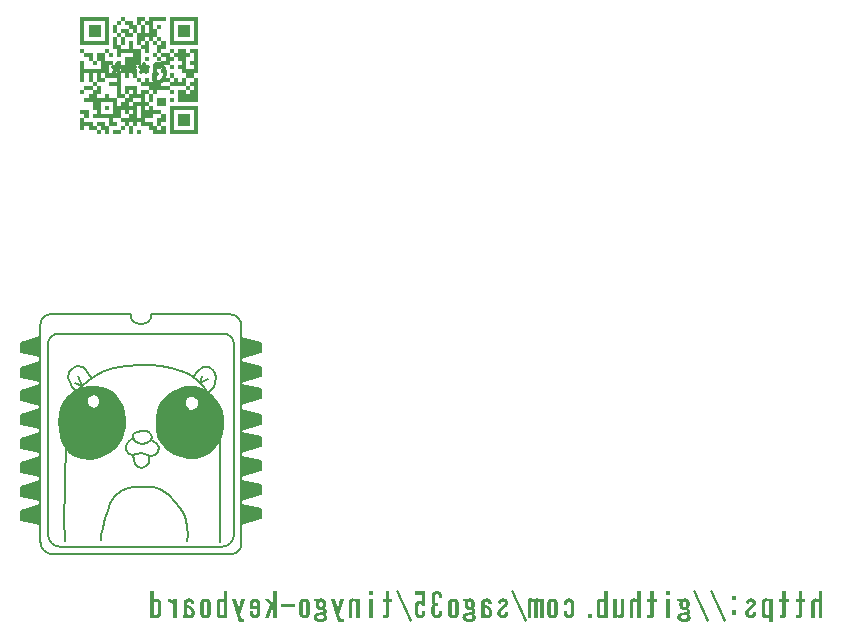
<source format=gbr>
%TF.GenerationSoftware,KiCad,Pcbnew,(7.0.0)*%
%TF.CreationDate,2023-02-28T08:30:01+09:00*%
%TF.ProjectId,sgkey,73676b65-792e-46b6-9963-61645f706362,rev?*%
%TF.SameCoordinates,Original*%
%TF.FileFunction,Legend,Bot*%
%TF.FilePolarity,Positive*%
%FSLAX46Y46*%
G04 Gerber Fmt 4.6, Leading zero omitted, Abs format (unit mm)*
G04 Created by KiCad (PCBNEW (7.0.0)) date 2023-02-28 08:30:01*
%MOMM*%
%LPD*%
G01*
G04 APERTURE LIST*
%ADD10C,0.150000*%
%ADD11C,0.300000*%
G04 APERTURE END LIST*
D10*
X116102800Y-116877600D02*
X116610800Y-116471200D01*
X117372800Y-101485200D02*
G75*
G03*
X119150800Y-101485200I889000J0D01*
G01*
X119735000Y-109562400D02*
X119989000Y-109003600D01*
X116839400Y-109892600D02*
X116915600Y-110451400D01*
X117144200Y-116242600D02*
X117703000Y-116090200D01*
X122706800Y-108444800D02*
X122427400Y-108394000D01*
X118744400Y-112407200D02*
X118388800Y-112508800D01*
X113639000Y-106209600D02*
X113893000Y-106666800D01*
X118312600Y-113270800D02*
X117880800Y-113321600D01*
X111505400Y-109460800D02*
X111784800Y-108952800D01*
X118388800Y-112508800D02*
X117982400Y-112407200D01*
X116153600Y-112737400D02*
X115671000Y-113143800D01*
X111480000Y-111899200D02*
X111378400Y-111238800D01*
X117652200Y-113829600D02*
X117753800Y-114210600D01*
X112216600Y-107225600D02*
X112064200Y-106895400D01*
X117550600Y-111950000D02*
X117601400Y-111645200D01*
X114909000Y-120205000D02*
X115010600Y-119620800D01*
G36*
X109752800Y-115201200D02*
G01*
X108101800Y-114820200D01*
X108101800Y-114058200D01*
X109752800Y-113550200D01*
X109752800Y-115201200D01*
G37*
X109752800Y-115201200D02*
X108101800Y-114820200D01*
X108101800Y-114058200D01*
X109752800Y-113550200D01*
X109752800Y-115201200D01*
X111378400Y-111238800D02*
X111302200Y-110578400D01*
X113893000Y-106666800D02*
X114083500Y-106920800D01*
X123291000Y-107327200D02*
X123443400Y-106717600D01*
X119074600Y-113499400D02*
X118744400Y-113397800D01*
X112826200Y-105854000D02*
X113334200Y-105981000D01*
X123189400Y-108876600D02*
X123087800Y-108673400D01*
G36*
X128421800Y-107835200D02*
G01*
X128421800Y-108597200D01*
X126770800Y-109105200D01*
X126770800Y-107454200D01*
X128421800Y-107835200D01*
G37*
X128421800Y-107835200D02*
X128421800Y-108597200D01*
X126770800Y-109105200D01*
X126770800Y-107454200D01*
X128421800Y-107835200D01*
X119862000Y-116318800D02*
X120598600Y-116826800D01*
X116128200Y-108444800D02*
X116433000Y-108800400D01*
X119735000Y-113169200D02*
X119481000Y-113448600D01*
X115137600Y-113448600D02*
X114578800Y-113702600D01*
X122605200Y-109714800D02*
X122859200Y-109638600D01*
X116915600Y-111010200D02*
X116763200Y-111619800D01*
X114375600Y-106717600D02*
X115137600Y-106336600D01*
X124916600Y-112127800D02*
X124688000Y-112458000D01*
X114299400Y-108267000D02*
X114045400Y-108292400D01*
G36*
X109752800Y-111137200D02*
G01*
X108101800Y-110756200D01*
X108101800Y-109994200D01*
X109752800Y-109486200D01*
X109752800Y-111137200D01*
G37*
X109752800Y-111137200D02*
X108101800Y-110756200D01*
X108101800Y-109994200D01*
X109752800Y-109486200D01*
X109752800Y-111137200D01*
X113054800Y-107835200D02*
X113588200Y-107708200D01*
X122224200Y-120179600D02*
X122198800Y-120662200D01*
X121919400Y-118427000D02*
X122071800Y-118884200D01*
X126135800Y-120154200D02*
X126135800Y-104025200D01*
G36*
X128421800Y-105930200D02*
G01*
X128421800Y-106692200D01*
X126770800Y-107200200D01*
X126770800Y-105549200D01*
X128421800Y-105930200D01*
G37*
X128421800Y-105930200D02*
X128421800Y-106692200D01*
X126770800Y-107200200D01*
X126770800Y-105549200D01*
X128421800Y-105930200D01*
X113689800Y-108698800D02*
X113689800Y-109003600D01*
X119481000Y-113448600D02*
X119074600Y-113499400D01*
X115442400Y-118122200D02*
X115671000Y-117436400D01*
X113258000Y-113702600D02*
X112699200Y-113499400D01*
X122935400Y-113702600D02*
X122249600Y-113677200D01*
X122198800Y-119493800D02*
X122224200Y-120179600D01*
X109752800Y-120789200D02*
G75*
G03*
X110768800Y-121805200I1016000J0D01*
G01*
G36*
X109752800Y-113169200D02*
G01*
X108101800Y-112788200D01*
X108101800Y-112026200D01*
X109752800Y-111518200D01*
X109752800Y-113169200D01*
G37*
X109752800Y-113169200D02*
X108101800Y-112788200D01*
X108101800Y-112026200D01*
X109752800Y-111518200D01*
X109752800Y-113169200D01*
X117753800Y-112254800D02*
X117550600Y-111950000D01*
X124434000Y-106336600D02*
X124002200Y-105955600D01*
X124535600Y-107276400D02*
X124586400Y-106844600D01*
X114045400Y-108292400D02*
X113816800Y-108470200D01*
X112191200Y-106362000D02*
X112496000Y-106006400D01*
X113689800Y-109003600D02*
X113816800Y-109232200D01*
X124484800Y-112839000D02*
X124053000Y-113270800D01*
X116915600Y-110451400D02*
X116915600Y-111010200D01*
X122249600Y-113677200D02*
X121640000Y-113499400D01*
X111276800Y-103136200D02*
G75*
G03*
X110387800Y-104025200I0J-889000D01*
G01*
X116991800Y-113016800D02*
X116991800Y-112635800D01*
X115010600Y-119620800D02*
X115239200Y-118757200D01*
X123976800Y-108190800D02*
X124408600Y-107632000D01*
G36*
X109752800Y-117233200D02*
G01*
X108101800Y-116852200D01*
X108101800Y-116090200D01*
X109752800Y-115582200D01*
X109752800Y-117233200D01*
G37*
X109752800Y-117233200D02*
X108101800Y-116852200D01*
X108101800Y-116090200D01*
X109752800Y-115582200D01*
X109752800Y-117233200D01*
X111657800Y-112381800D02*
X111480000Y-111899200D01*
G36*
X128421800Y-117995200D02*
G01*
X128421800Y-118757200D01*
X126770800Y-119265200D01*
X126770800Y-117614200D01*
X128421800Y-117995200D01*
G37*
X128421800Y-117995200D02*
X128421800Y-118757200D01*
X126770800Y-119265200D01*
X126770800Y-117614200D01*
X128421800Y-117995200D01*
X121995600Y-108724200D02*
X121970200Y-109003600D01*
X123189400Y-109181400D02*
X123189400Y-108876600D01*
X123291000Y-107327200D02*
X123900600Y-106997000D01*
X124586400Y-106844600D02*
X124434000Y-106336600D01*
X124561000Y-108775000D02*
X124865800Y-109181400D01*
X126770800Y-102501200D02*
G75*
G03*
X125754800Y-101485200I-1016000J0D01*
G01*
X118744400Y-113397800D02*
X118312600Y-113270800D01*
X119608000Y-111086400D02*
X119608000Y-110273600D01*
X116763200Y-111619800D02*
X116560000Y-112178600D01*
X119735000Y-111848400D02*
X119608000Y-111086400D01*
X114705800Y-108521000D02*
X114553400Y-108368600D01*
X111784800Y-118782600D02*
X111810200Y-116445800D01*
X121970200Y-109257600D02*
X122122600Y-109460800D01*
X126770800Y-120916200D02*
X126770800Y-102501200D01*
G36*
X109752800Y-109164419D02*
G01*
X108101800Y-108783419D01*
X108101800Y-108021419D01*
X109752800Y-107513419D01*
X109752800Y-109164419D01*
G37*
X109752800Y-109164419D02*
X108101800Y-108783419D01*
X108101800Y-108021419D01*
X109752800Y-107513419D01*
X109752800Y-109164419D01*
X118973000Y-113753400D02*
X118909500Y-113448600D01*
X113283400Y-107606600D02*
X113791400Y-107124000D01*
X115239200Y-118757200D02*
X115442400Y-118122200D01*
X117601400Y-111645200D02*
X117957000Y-111492800D01*
X115975800Y-106057200D02*
X116966400Y-105904800D01*
X118363400Y-114490000D02*
X118719000Y-114337600D01*
X111861000Y-120713000D02*
X111784800Y-118782600D01*
X124002200Y-105955600D02*
X123519600Y-105981000D01*
X122021000Y-107682800D02*
X122833800Y-107682800D01*
X116712400Y-109333800D02*
X116839400Y-109892600D01*
X119227000Y-111873800D02*
X119100000Y-112102400D01*
G36*
X121995600Y-108724200D02*
G01*
X121952800Y-110303200D01*
X119608000Y-110273600D01*
X119735000Y-109562400D01*
X119989000Y-109003600D01*
X120344600Y-108546400D01*
X120827200Y-108165400D01*
X121360600Y-107886000D01*
X122021000Y-107682800D01*
X121995600Y-108724200D01*
G37*
X121995600Y-108724200D02*
X121952800Y-110303200D01*
X119608000Y-110273600D01*
X119735000Y-109562400D01*
X119989000Y-109003600D01*
X120344600Y-108546400D01*
X120827200Y-108165400D01*
X121360600Y-107886000D01*
X122021000Y-107682800D01*
X121995600Y-108724200D01*
X111378400Y-109994200D02*
X111505400Y-109460800D01*
X114553400Y-107632000D02*
X115340800Y-107809800D01*
X114705800Y-109257600D02*
X114832800Y-109029000D01*
X117372800Y-101485200D02*
X110641800Y-101485200D01*
X119049200Y-111569000D02*
X119227000Y-111873800D01*
X122427400Y-108394000D02*
X122173400Y-108495600D01*
X112546800Y-108140000D02*
X113054800Y-107835200D01*
X124865800Y-109181400D02*
X125094400Y-109714800D01*
X117220400Y-113347000D02*
X116991800Y-113016800D01*
X121360600Y-107886000D02*
X122021000Y-107682800D01*
X109752800Y-102374200D02*
X109752800Y-120789200D01*
X123976800Y-108190800D02*
X123443400Y-107860600D01*
X112800800Y-107987600D02*
X112394400Y-107632000D01*
X113283400Y-107606600D02*
X112927800Y-106717600D01*
X115772600Y-108063800D02*
X116128200Y-108444800D01*
X113334200Y-105981000D02*
X113639000Y-106209600D01*
X124408600Y-107632000D02*
X124535600Y-107276400D01*
X114807400Y-108775000D02*
X114705800Y-108521000D01*
X116610800Y-116471200D02*
X117144200Y-116242600D01*
X121970200Y-109003600D02*
X121970200Y-109257600D01*
X111403800Y-121170200D02*
X125119800Y-121170200D01*
X120344600Y-108546400D02*
X120827200Y-108165400D01*
X119608000Y-110273600D02*
X119735000Y-109562400D01*
X117982400Y-114413800D02*
X118363400Y-114490000D01*
X113588200Y-107708200D02*
X113893000Y-107657400D01*
X118719000Y-114337600D02*
X118922200Y-114109000D01*
X114553400Y-108368600D02*
X114299400Y-108267000D01*
X114909000Y-120636800D02*
X114909000Y-120205000D01*
X125881800Y-121805200D02*
G75*
G03*
X126770800Y-120916200I0J889000D01*
G01*
X116991800Y-112635800D02*
X117169600Y-112280200D01*
X122859200Y-109638600D02*
X123087800Y-109460800D01*
X120039800Y-112432600D02*
X119735000Y-111848400D01*
X125119800Y-121170200D02*
G75*
G03*
X126135800Y-120154200I0J1016000D01*
G01*
X115671000Y-113143800D02*
X115137600Y-113448600D01*
X123037000Y-107073200D02*
X123545000Y-107581200D01*
X122173400Y-108495600D02*
X121995600Y-108724200D01*
X120827200Y-108165400D02*
X121360600Y-107886000D01*
G36*
X115340800Y-107809800D02*
G01*
X114705800Y-108521000D01*
X114553400Y-108368600D01*
X114299400Y-108267000D01*
X114553400Y-107632000D01*
X115340800Y-107809800D01*
G37*
X115340800Y-107809800D02*
X114705800Y-108521000D01*
X114553400Y-108368600D01*
X114299400Y-108267000D01*
X114553400Y-107632000D01*
X115340800Y-107809800D01*
G36*
X128421800Y-113931200D02*
G01*
X128421800Y-114693200D01*
X126770800Y-115201200D01*
X126770800Y-113550200D01*
X128421800Y-113931200D01*
G37*
X128421800Y-113931200D02*
X128421800Y-114693200D01*
X126770800Y-115201200D01*
X126770800Y-113550200D01*
X128421800Y-113931200D01*
X116560000Y-112178600D02*
X116153600Y-112737400D01*
X119989000Y-105879400D02*
X120827200Y-106006400D01*
X126135800Y-104025200D02*
G75*
G03*
X125246800Y-103136200I-889000J0D01*
G01*
X113054800Y-107835200D02*
X113283400Y-107606600D01*
X125754800Y-101485200D02*
X119150800Y-101485200D01*
X117703000Y-116090200D02*
X118134800Y-116090200D01*
X117982400Y-112407200D02*
X117753800Y-112254800D01*
X114274000Y-109486200D02*
X114528000Y-109410000D01*
X110641800Y-101485200D02*
G75*
G03*
X109752800Y-102374200I0J-889000D01*
G01*
X121563800Y-117893600D02*
X121919400Y-118427000D01*
G36*
X123443400Y-107860600D02*
G01*
X123976800Y-108190800D01*
X124307000Y-108419400D01*
X124865800Y-109181400D01*
X124980100Y-109448100D01*
X123087800Y-109460800D01*
X123189400Y-109181400D01*
X123189400Y-108876600D01*
X123087800Y-108673400D01*
X122706800Y-108444800D01*
X122427400Y-108394000D01*
X122173400Y-108495600D01*
X121962800Y-108643200D01*
X122021000Y-107682800D01*
X122833800Y-107682800D01*
X123443400Y-107860600D01*
G37*
X123443400Y-107860600D02*
X123976800Y-108190800D01*
X124307000Y-108419400D01*
X124865800Y-109181400D01*
X124980100Y-109448100D01*
X123087800Y-109460800D01*
X123189400Y-109181400D01*
X123189400Y-108876600D01*
X123087800Y-108673400D01*
X122706800Y-108444800D01*
X122427400Y-108394000D01*
X122173400Y-108495600D01*
X121962800Y-108643200D01*
X122021000Y-107682800D01*
X122833800Y-107682800D01*
X123443400Y-107860600D01*
X111810200Y-116445800D02*
X111835600Y-115353600D01*
X125119800Y-111543600D02*
X124916600Y-112127800D01*
X111835600Y-115353600D02*
X111937200Y-112839000D01*
X112089600Y-108521000D02*
X112546800Y-108140000D01*
X123113200Y-106260400D02*
X123519600Y-105981000D01*
X114578800Y-113702600D02*
X113918400Y-113728000D01*
X118744400Y-111416600D02*
X119049200Y-111569000D01*
X119100000Y-112102400D02*
X119506400Y-112407200D01*
X123443400Y-107860600D02*
X122833800Y-107682800D01*
G36*
X128421800Y-115963200D02*
G01*
X128421800Y-116725200D01*
X126770800Y-117233200D01*
X126770800Y-115582200D01*
X128421800Y-115963200D01*
G37*
X128421800Y-115963200D02*
X128421800Y-116725200D01*
X126770800Y-117233200D01*
X126770800Y-115582200D01*
X128421800Y-115963200D01*
X116433000Y-108800400D02*
X116712400Y-109333800D01*
X123545000Y-113524800D02*
X122935400Y-113702600D01*
G36*
X128421800Y-111899200D02*
G01*
X128421800Y-112661200D01*
X126770800Y-113169200D01*
X126770800Y-111518200D01*
X128421800Y-111899200D01*
G37*
X128421800Y-111899200D02*
X128421800Y-112661200D01*
X126770800Y-113169200D01*
X126770800Y-111518200D01*
X128421800Y-111899200D01*
X125094400Y-109714800D02*
X125196000Y-110349800D01*
X125196000Y-110984800D02*
X125119800Y-111543600D01*
G36*
X114299400Y-108267000D02*
G01*
X114045400Y-108292400D01*
X113816800Y-108470200D01*
X113689800Y-108698800D01*
X113689800Y-109003600D01*
X113816800Y-109232200D01*
X114020000Y-109410000D01*
X114274000Y-109486200D01*
X114528000Y-109410000D01*
X114705800Y-109257600D01*
X114832800Y-109029000D01*
X114807400Y-108775000D01*
X114705800Y-108521000D01*
X115340800Y-107809800D01*
X115772600Y-108063800D01*
X116433000Y-108800400D01*
X116712400Y-109333800D01*
X116839400Y-109892600D01*
X116915600Y-110451400D01*
X116915600Y-111010200D01*
X116763200Y-111619800D01*
X116560000Y-112178600D01*
X116153600Y-112737400D01*
X115671000Y-113143800D01*
X115137600Y-113448600D01*
X114578800Y-113702600D01*
X113918400Y-113728000D01*
X113258000Y-113702600D01*
X112699200Y-113499400D01*
X112242000Y-113220000D01*
X111937200Y-112839000D01*
X111657800Y-112381800D01*
X111480000Y-111899200D01*
X111302200Y-110578400D01*
X111505400Y-109460800D01*
X111784800Y-108952800D01*
X112089600Y-108521000D01*
X112546800Y-108140000D01*
X113054800Y-107835200D01*
X113893000Y-107657400D01*
X114553400Y-107632000D01*
X114299400Y-108267000D01*
G37*
X114299400Y-108267000D02*
X114045400Y-108292400D01*
X113816800Y-108470200D01*
X113689800Y-108698800D01*
X113689800Y-109003600D01*
X113816800Y-109232200D01*
X114020000Y-109410000D01*
X114274000Y-109486200D01*
X114528000Y-109410000D01*
X114705800Y-109257600D01*
X114832800Y-109029000D01*
X114807400Y-108775000D01*
X114705800Y-108521000D01*
X115340800Y-107809800D01*
X115772600Y-108063800D01*
X116433000Y-108800400D01*
X116712400Y-109333800D01*
X116839400Y-109892600D01*
X116915600Y-110451400D01*
X116915600Y-111010200D01*
X116763200Y-111619800D01*
X116560000Y-112178600D01*
X116153600Y-112737400D01*
X115671000Y-113143800D01*
X115137600Y-113448600D01*
X114578800Y-113702600D01*
X113918400Y-113728000D01*
X113258000Y-113702600D01*
X112699200Y-113499400D01*
X112242000Y-113220000D01*
X111937200Y-112839000D01*
X111657800Y-112381800D01*
X111480000Y-111899200D01*
X111302200Y-110578400D01*
X111505400Y-109460800D01*
X111784800Y-108952800D01*
X112089600Y-108521000D01*
X112546800Y-108140000D01*
X113054800Y-107835200D01*
X113893000Y-107657400D01*
X114553400Y-107632000D01*
X114299400Y-108267000D01*
X111937200Y-112839000D02*
X111657800Y-112381800D01*
X124307000Y-108419400D02*
X124561000Y-108775000D01*
X125196000Y-110349800D02*
X125196000Y-110984800D01*
X117880800Y-113321600D02*
X117576000Y-113372400D01*
X125246800Y-103136200D02*
X111276800Y-103136200D01*
X113816800Y-109232200D02*
X114020000Y-109410000D01*
X117169600Y-112280200D02*
X117550600Y-111950000D01*
X112699200Y-113499400D02*
X112242000Y-113220000D01*
X110387800Y-104025200D02*
X110387800Y-120154200D01*
X119100000Y-112102400D02*
X118744400Y-112407200D01*
X122122600Y-109460800D02*
X122351200Y-109664000D01*
X114020000Y-109410000D02*
X114274000Y-109486200D01*
X119989000Y-109003600D02*
X120344600Y-108546400D01*
X123087800Y-108673400D02*
X122706800Y-108444800D01*
X119277800Y-116141000D02*
X119862000Y-116318800D01*
X117576000Y-113372400D02*
X117220400Y-113347000D01*
X119760400Y-112762800D02*
X119735000Y-113169200D01*
X119506400Y-112407200D02*
X119760400Y-112762800D01*
X124992800Y-114413800D02*
X124916600Y-112127800D01*
G36*
X128421800Y-109994200D02*
G01*
X128421800Y-110756200D01*
X126770800Y-111264200D01*
X126770800Y-109613200D01*
X128421800Y-109994200D01*
G37*
X128421800Y-109994200D02*
X128421800Y-110756200D01*
X126770800Y-111264200D01*
X126770800Y-109613200D01*
X128421800Y-109994200D01*
X113893000Y-107657400D02*
X114553400Y-107632000D01*
X111784800Y-108952800D02*
X112089600Y-108521000D01*
X122351200Y-106565200D02*
X123037000Y-107073200D01*
X120497000Y-112915200D02*
X120039800Y-112432600D01*
X123087800Y-109460800D02*
X123189400Y-109181400D01*
X124967400Y-116953800D02*
X124992800Y-114413800D01*
X122351200Y-109664000D02*
X122605200Y-109714800D01*
X121157400Y-117360200D02*
X121563800Y-117893600D01*
G36*
X109752800Y-107151683D02*
G01*
X108101800Y-106770683D01*
X108101800Y-106008683D01*
X109752800Y-105500683D01*
X109752800Y-107151683D01*
G37*
X109752800Y-107151683D02*
X108101800Y-106770683D01*
X108101800Y-106008683D01*
X109752800Y-105500683D01*
X109752800Y-107151683D01*
X114832800Y-109029000D02*
X114807400Y-108775000D01*
X115137600Y-106336600D02*
X115975800Y-106057200D01*
X112496000Y-106006400D02*
X112826200Y-105854000D01*
X120598600Y-116826800D02*
X121157400Y-117360200D01*
X123545000Y-107581200D02*
X123976800Y-108190800D01*
X118922200Y-114109000D02*
X118973000Y-113753400D01*
X113283400Y-107606600D02*
X112673800Y-107352600D01*
X117753800Y-114210600D02*
X117982400Y-114413800D01*
X124688000Y-112458000D02*
X124484800Y-112839000D01*
X118744400Y-116115600D02*
X119277800Y-116141000D01*
X119074600Y-105803200D02*
X119989000Y-105879400D01*
X115340800Y-107809800D02*
X115772600Y-108063800D01*
G36*
X122351200Y-109664000D02*
G01*
X122605200Y-109714800D01*
X122859200Y-109638600D01*
X123087800Y-109460800D01*
X124980100Y-109448100D01*
X125094400Y-109714800D01*
X125196000Y-110349800D01*
X125196000Y-110984800D01*
X125119800Y-111543600D01*
X124916600Y-112127800D01*
X124484800Y-112839000D01*
X124053000Y-113270800D01*
X123545000Y-113524800D01*
X122935400Y-113702600D01*
X122249600Y-113677200D01*
X121081200Y-113296200D01*
X120497000Y-112915200D01*
X120039800Y-112432600D01*
X119735000Y-111848400D01*
X119608000Y-111086400D01*
X119608000Y-110273600D01*
X122046400Y-109359200D01*
X122351200Y-109664000D01*
G37*
X122351200Y-109664000D02*
X122605200Y-109714800D01*
X122859200Y-109638600D01*
X123087800Y-109460800D01*
X124980100Y-109448100D01*
X125094400Y-109714800D01*
X125196000Y-110349800D01*
X125196000Y-110984800D01*
X125119800Y-111543600D01*
X124916600Y-112127800D01*
X124484800Y-112839000D01*
X124053000Y-113270800D01*
X123545000Y-113524800D01*
X122935400Y-113702600D01*
X122249600Y-113677200D01*
X121081200Y-113296200D01*
X120497000Y-112915200D01*
X120039800Y-112432600D01*
X119735000Y-111848400D01*
X119608000Y-111086400D01*
X119608000Y-110273600D01*
X122046400Y-109359200D01*
X122351200Y-109664000D01*
X124053000Y-113270800D02*
X123545000Y-113524800D01*
X113816800Y-108470200D02*
X113689800Y-108698800D01*
X118058600Y-105777800D02*
X119074600Y-105803200D01*
X122694100Y-106819200D02*
X123113200Y-106260400D01*
X118363400Y-111416600D02*
X118744400Y-111416600D01*
X112064200Y-106895400D02*
X112191200Y-106362000D01*
X111302200Y-110578400D02*
X111378400Y-109994200D01*
X113791400Y-107124000D02*
X114375600Y-106717600D01*
X116966400Y-105904800D02*
X118058600Y-105777800D01*
X111937200Y-112839000D02*
X112242000Y-113220000D01*
X124916600Y-120738400D02*
X124967400Y-120078000D01*
X117576000Y-113372400D02*
X117652200Y-113829600D01*
G36*
X128421800Y-103898200D02*
G01*
X128421800Y-104660200D01*
X126770800Y-105168200D01*
X126770800Y-103517200D01*
X128421800Y-103898200D01*
G37*
X128421800Y-103898200D02*
X128421800Y-104660200D01*
X126770800Y-105168200D01*
X126770800Y-103517200D01*
X128421800Y-103898200D01*
X122071800Y-118884200D02*
X122198800Y-119493800D01*
X121640000Y-113499400D02*
X121081200Y-113296200D01*
X114528000Y-109410000D02*
X114705800Y-109257600D01*
X117957000Y-111492800D02*
X118363400Y-111416600D01*
X110768800Y-121805200D02*
X125881800Y-121805200D01*
G36*
X109752800Y-119265200D02*
G01*
X108101800Y-118884200D01*
X108101800Y-118122200D01*
X109752800Y-117614200D01*
X109752800Y-119265200D01*
G37*
X109752800Y-119265200D02*
X108101800Y-118884200D01*
X108101800Y-118122200D01*
X109752800Y-117614200D01*
X109752800Y-119265200D01*
X112394400Y-107632000D02*
X112216600Y-107225600D01*
X113918400Y-113728000D02*
X113258000Y-113702600D01*
X115671000Y-117436400D02*
X116102800Y-116877600D01*
X123976800Y-108190800D02*
X124307000Y-108419400D01*
X118134800Y-116090200D02*
X118744400Y-116115600D01*
X124967400Y-120078000D02*
X124967400Y-116953800D01*
G36*
X109752800Y-105041200D02*
G01*
X108101800Y-104660200D01*
X108101800Y-103898200D01*
X109752800Y-103390200D01*
X109752800Y-105041200D01*
G37*
X109752800Y-105041200D02*
X108101800Y-104660200D01*
X108101800Y-103898200D01*
X109752800Y-103390200D01*
X109752800Y-105041200D01*
X121640000Y-106260400D02*
X122351200Y-106565200D01*
X120827200Y-106006400D02*
X121640000Y-106260400D01*
X121081200Y-113296200D02*
X120497000Y-112915200D01*
X110387800Y-120154200D02*
G75*
G03*
X111403800Y-121170200I1016000J0D01*
G01*
G36*
X175641172Y-125653998D02*
G01*
X175618351Y-125636364D01*
X175595136Y-125620464D01*
X175571525Y-125606299D01*
X175547520Y-125593869D01*
X175523119Y-125583172D01*
X175498324Y-125574211D01*
X175473134Y-125566984D01*
X175447548Y-125561491D01*
X175421568Y-125557733D01*
X175395193Y-125555709D01*
X175377390Y-125555324D01*
X175355709Y-125555709D01*
X175334632Y-125556866D01*
X175314157Y-125558793D01*
X175294286Y-125561491D01*
X175275017Y-125564960D01*
X175247245Y-125571609D01*
X175220830Y-125579993D01*
X175195771Y-125590110D01*
X175172069Y-125601963D01*
X175149724Y-125615550D01*
X175128735Y-125630871D01*
X175109103Y-125647927D01*
X175102861Y-125653998D01*
X175087147Y-125670871D01*
X175072979Y-125688516D01*
X175060357Y-125706935D01*
X175049280Y-125726126D01*
X175039749Y-125746090D01*
X175031763Y-125766827D01*
X175025323Y-125788336D01*
X175020429Y-125810619D01*
X175017080Y-125833674D01*
X175015277Y-125857502D01*
X175014933Y-125873817D01*
X175014933Y-127203963D01*
X175322679Y-127203963D01*
X175322679Y-125939762D01*
X175323478Y-125919965D01*
X175326546Y-125898350D01*
X175331916Y-125879070D01*
X175341089Y-125859528D01*
X175353394Y-125843166D01*
X175355408Y-125841088D01*
X175372020Y-125828145D01*
X175392794Y-125818381D01*
X175413911Y-125812542D01*
X175433844Y-125809461D01*
X175455900Y-125808001D01*
X175465317Y-125807871D01*
X175484948Y-125808901D01*
X175505251Y-125811993D01*
X175526225Y-125817145D01*
X175547871Y-125824357D01*
X175570189Y-125833631D01*
X175593178Y-125844965D01*
X175610861Y-125854819D01*
X175628921Y-125865831D01*
X175641172Y-125873817D01*
X175641172Y-127203963D01*
X175948918Y-127203963D01*
X175948918Y-124961814D01*
X175641172Y-124961814D01*
X175641172Y-125653998D01*
G37*
G36*
X173956385Y-125577306D02*
G01*
X173703838Y-125577306D01*
X173703838Y-125889448D01*
X173956385Y-125889448D01*
X173956385Y-126863000D01*
X173954775Y-126885235D01*
X173948592Y-126906942D01*
X173937773Y-126923222D01*
X173919290Y-126935357D01*
X173898425Y-126939879D01*
X173890439Y-126940181D01*
X173725819Y-126940181D01*
X173725819Y-127203963D01*
X174044312Y-127203963D01*
X174070931Y-127203061D01*
X174095832Y-127200353D01*
X174119016Y-127195840D01*
X174140483Y-127189522D01*
X174160232Y-127181399D01*
X174178264Y-127171471D01*
X174194579Y-127159738D01*
X174209176Y-127146200D01*
X174222056Y-127130856D01*
X174233219Y-127113708D01*
X174242664Y-127094754D01*
X174250392Y-127073995D01*
X174256403Y-127051432D01*
X174260696Y-127027063D01*
X174263272Y-127000889D01*
X174264131Y-126972909D01*
X174264131Y-125889448D01*
X174505931Y-125889448D01*
X174505931Y-125577306D01*
X174264131Y-125577306D01*
X174264131Y-124961814D01*
X173956385Y-124961814D01*
X173956385Y-125577306D01*
G37*
G36*
X172557362Y-125577306D02*
G01*
X172304814Y-125577306D01*
X172304814Y-125889448D01*
X172557362Y-125889448D01*
X172557362Y-126863000D01*
X172555752Y-126885235D01*
X172549569Y-126906942D01*
X172538750Y-126923222D01*
X172520267Y-126935357D01*
X172499402Y-126939879D01*
X172491416Y-126940181D01*
X172326796Y-126940181D01*
X172326796Y-127203963D01*
X172645289Y-127203963D01*
X172671908Y-127203061D01*
X172696809Y-127200353D01*
X172719993Y-127195840D01*
X172741460Y-127189522D01*
X172761209Y-127181399D01*
X172779241Y-127171471D01*
X172795556Y-127159738D01*
X172810153Y-127146200D01*
X172823033Y-127130856D01*
X172834196Y-127113708D01*
X172843641Y-127094754D01*
X172851369Y-127073995D01*
X172857380Y-127051432D01*
X172861673Y-127027063D01*
X172864249Y-127000889D01*
X172865108Y-126972909D01*
X172865108Y-125889448D01*
X173106908Y-125889448D01*
X173106908Y-125577306D01*
X172865108Y-125577306D01*
X172865108Y-124961814D01*
X172557362Y-124961814D01*
X172557362Y-125577306D01*
G37*
G36*
X171185170Y-125556097D02*
G01*
X171211994Y-125558415D01*
X171238808Y-125562279D01*
X171265615Y-125567689D01*
X171292412Y-125574644D01*
X171319201Y-125583145D01*
X171345981Y-125593191D01*
X171372753Y-125604783D01*
X171390596Y-125613370D01*
X171408436Y-125622643D01*
X171426271Y-125632604D01*
X171444103Y-125643251D01*
X171444103Y-125577306D01*
X171751849Y-125577306D01*
X171751849Y-127544926D01*
X171444103Y-127544926D01*
X171444103Y-127148764D01*
X171437169Y-127153513D01*
X171415595Y-127166854D01*
X171392862Y-127178838D01*
X171368969Y-127189465D01*
X171343918Y-127198736D01*
X171317707Y-127206650D01*
X171290337Y-127213207D01*
X171261808Y-127218408D01*
X171242144Y-127221121D01*
X171221966Y-127223232D01*
X171201272Y-127224739D01*
X171180063Y-127225644D01*
X171158339Y-127225945D01*
X171147444Y-127225870D01*
X171126237Y-127225267D01*
X171105805Y-127224061D01*
X171076609Y-127221121D01*
X171049156Y-127216825D01*
X171023446Y-127211172D01*
X170999479Y-127204163D01*
X170977255Y-127195796D01*
X170956775Y-127186073D01*
X170938037Y-127174994D01*
X170921043Y-127162557D01*
X170905791Y-127148764D01*
X170901043Y-127143863D01*
X170887702Y-127127866D01*
X170875718Y-127109929D01*
X170865091Y-127090051D01*
X170855820Y-127068232D01*
X170847906Y-127044473D01*
X170841349Y-127018773D01*
X170836148Y-126991132D01*
X170833435Y-126971627D01*
X170831324Y-126951260D01*
X170829817Y-126930030D01*
X170828912Y-126907937D01*
X170828611Y-126884982D01*
X170828611Y-126852254D01*
X171136357Y-126852254D01*
X171136876Y-126865595D01*
X171140282Y-126887327D01*
X171146867Y-126907002D01*
X171156631Y-126924620D01*
X171169574Y-126940181D01*
X171180350Y-126949610D01*
X171197280Y-126960125D01*
X171216361Y-126967508D01*
X171237592Y-126971759D01*
X171257501Y-126972909D01*
X171277193Y-126971879D01*
X171297923Y-126968788D01*
X171319691Y-126963636D01*
X171342498Y-126956423D01*
X171366342Y-126947149D01*
X171384906Y-126938842D01*
X171404054Y-126929375D01*
X171423787Y-126918749D01*
X171444103Y-126906964D01*
X171444103Y-125829853D01*
X171437255Y-125826487D01*
X171416969Y-125817030D01*
X171397069Y-125808535D01*
X171377556Y-125801002D01*
X171358429Y-125794430D01*
X171339689Y-125788820D01*
X171315303Y-125782836D01*
X171291604Y-125778562D01*
X171268591Y-125775997D01*
X171246266Y-125775143D01*
X171226900Y-125775915D01*
X171207215Y-125778770D01*
X171186509Y-125785532D01*
X171169574Y-125797124D01*
X171160004Y-125807901D01*
X171149332Y-125824831D01*
X171141839Y-125843911D01*
X171137524Y-125865142D01*
X171136357Y-125885052D01*
X171136357Y-126852254D01*
X170828611Y-126852254D01*
X170828611Y-125895799D01*
X170828954Y-125875521D01*
X170830757Y-125846227D01*
X170834106Y-125818282D01*
X170839001Y-125791685D01*
X170845441Y-125766436D01*
X170853426Y-125742535D01*
X170862957Y-125719982D01*
X170874034Y-125698777D01*
X170886657Y-125678920D01*
X170900825Y-125660412D01*
X170916538Y-125643251D01*
X170927787Y-125632604D01*
X170945625Y-125617921D01*
X170964623Y-125604783D01*
X170984781Y-125593191D01*
X171006097Y-125583145D01*
X171028573Y-125574644D01*
X171052207Y-125567689D01*
X171077001Y-125562279D01*
X171102955Y-125558415D01*
X171130067Y-125556097D01*
X171158339Y-125555324D01*
X171185170Y-125556097D01*
G37*
G36*
X169924424Y-125555324D02*
G01*
X169895973Y-125555795D01*
X169868385Y-125557209D01*
X169841660Y-125559566D01*
X169815797Y-125562865D01*
X169790796Y-125567107D01*
X169766658Y-125572291D01*
X169743383Y-125578418D01*
X169720969Y-125585488D01*
X169699419Y-125593500D01*
X169678731Y-125602455D01*
X169658905Y-125612353D01*
X169639942Y-125623193D01*
X169621841Y-125634976D01*
X169604603Y-125647701D01*
X169588227Y-125661369D01*
X169572714Y-125675980D01*
X169558002Y-125691379D01*
X169544153Y-125707289D01*
X169531166Y-125723710D01*
X169519042Y-125740643D01*
X169507780Y-125758088D01*
X169497380Y-125776043D01*
X169487843Y-125794510D01*
X169479169Y-125813489D01*
X169471357Y-125832978D01*
X169464408Y-125852980D01*
X169458321Y-125873492D01*
X169453096Y-125894516D01*
X169448734Y-125916052D01*
X169445234Y-125938098D01*
X169442597Y-125960656D01*
X169440823Y-125983726D01*
X169726587Y-126027690D01*
X169726973Y-126007661D01*
X169728691Y-125982760D01*
X169731782Y-125959919D01*
X169736247Y-125939140D01*
X169742086Y-125920421D01*
X169751317Y-125899920D01*
X169762694Y-125882639D01*
X169770551Y-125873817D01*
X169787922Y-125858055D01*
X169805842Y-125844965D01*
X169824310Y-125834547D01*
X169843327Y-125826800D01*
X169862893Y-125821724D01*
X169883007Y-125819320D01*
X169891207Y-125819106D01*
X169914240Y-125819905D01*
X169935104Y-125822302D01*
X169957274Y-125827288D01*
X169976320Y-125834576D01*
X169994589Y-125845986D01*
X170001116Y-125851835D01*
X170016057Y-125869094D01*
X170027906Y-125887899D01*
X170036665Y-125908249D01*
X170042332Y-125930145D01*
X170044693Y-125949572D01*
X170045080Y-125961744D01*
X170041645Y-125987733D01*
X170034561Y-126008798D01*
X170023613Y-126031210D01*
X170008801Y-126054971D01*
X169996780Y-126071560D01*
X169983041Y-126088749D01*
X169967585Y-126106537D01*
X169950412Y-126124924D01*
X169931521Y-126143910D01*
X169910913Y-126163495D01*
X169888588Y-126183679D01*
X169864545Y-126204463D01*
X169838785Y-126225846D01*
X169825261Y-126236762D01*
X169804897Y-126253162D01*
X169784961Y-126269391D01*
X169765452Y-126285448D01*
X169746371Y-126301333D01*
X169727717Y-126317047D01*
X169709490Y-126332589D01*
X169691691Y-126347959D01*
X169674319Y-126363157D01*
X169657375Y-126378184D01*
X169640858Y-126393039D01*
X169624768Y-126407722D01*
X169609106Y-126422233D01*
X169593872Y-126436573D01*
X169579064Y-126450741D01*
X169564685Y-126464737D01*
X169550732Y-126478562D01*
X169534761Y-126495262D01*
X169519820Y-126512390D01*
X169505910Y-126529945D01*
X169493030Y-126547927D01*
X169481180Y-126566337D01*
X169470361Y-126585174D01*
X169460572Y-126604439D01*
X169451814Y-126624131D01*
X169444086Y-126644250D01*
X169437388Y-126664797D01*
X169431721Y-126685771D01*
X169427084Y-126707173D01*
X169423478Y-126729002D01*
X169420902Y-126751259D01*
X169419356Y-126773943D01*
X169418841Y-126797055D01*
X169419312Y-126818823D01*
X169420726Y-126840163D01*
X169423083Y-126861077D01*
X169426382Y-126881563D01*
X169430624Y-126901621D01*
X169435808Y-126921252D01*
X169441935Y-126940456D01*
X169449005Y-126959232D01*
X169457017Y-126977581D01*
X169465972Y-126995502D01*
X169475870Y-127012996D01*
X169486710Y-127030062D01*
X169498493Y-127046701D01*
X169511218Y-127062913D01*
X169524886Y-127078697D01*
X169539497Y-127094054D01*
X169556241Y-127110025D01*
X169573500Y-127124966D01*
X169591275Y-127138876D01*
X169609564Y-127151756D01*
X169628369Y-127163606D01*
X169647689Y-127174425D01*
X169667524Y-127184214D01*
X169687875Y-127192972D01*
X169708740Y-127200700D01*
X169730121Y-127207398D01*
X169752017Y-127213065D01*
X169774428Y-127217702D01*
X169797354Y-127221308D01*
X169820796Y-127223884D01*
X169844753Y-127225430D01*
X169869225Y-127225945D01*
X169897675Y-127225472D01*
X169925263Y-127224052D01*
X169951989Y-127221686D01*
X169977852Y-127218374D01*
X170002852Y-127214115D01*
X170026990Y-127208909D01*
X170050266Y-127202757D01*
X170072679Y-127195659D01*
X170094230Y-127187614D01*
X170114918Y-127178623D01*
X170134744Y-127168685D01*
X170153707Y-127157801D01*
X170171807Y-127145971D01*
X170189046Y-127133194D01*
X170205421Y-127119470D01*
X170220935Y-127104801D01*
X170235690Y-127089245D01*
X170249671Y-127072744D01*
X170262877Y-127055296D01*
X170275309Y-127036901D01*
X170286966Y-127017560D01*
X170297848Y-126997273D01*
X170307956Y-126976039D01*
X170317288Y-126953859D01*
X170325846Y-126930732D01*
X170333630Y-126906659D01*
X170340638Y-126881639D01*
X170346872Y-126855673D01*
X170352331Y-126828760D01*
X170357016Y-126800901D01*
X170360926Y-126772096D01*
X170364061Y-126742344D01*
X170067062Y-126687145D01*
X170066482Y-126713303D01*
X170064743Y-126738104D01*
X170061845Y-126761549D01*
X170057788Y-126783637D01*
X170052572Y-126804368D01*
X170046196Y-126823742D01*
X170035892Y-126847464D01*
X170023527Y-126868774D01*
X170009102Y-126887673D01*
X170001116Y-126896217D01*
X169983745Y-126911979D01*
X169965825Y-126925068D01*
X169947356Y-126935487D01*
X169928339Y-126943234D01*
X169908774Y-126948310D01*
X169888659Y-126950714D01*
X169880460Y-126950928D01*
X169857152Y-126949854D01*
X169835466Y-126946634D01*
X169815402Y-126941268D01*
X169796959Y-126933754D01*
X169776970Y-126921905D01*
X169759316Y-126906964D01*
X169746650Y-126891890D01*
X169736132Y-126874144D01*
X169727760Y-126853727D01*
X169721534Y-126830638D01*
X169718100Y-126810244D01*
X169716039Y-126788140D01*
X169715352Y-126764326D01*
X169717189Y-126741131D01*
X169722702Y-126716974D01*
X169731890Y-126691855D01*
X169744753Y-126665774D01*
X169755369Y-126647853D01*
X169767620Y-126629504D01*
X169781503Y-126610728D01*
X169797021Y-126591524D01*
X169814171Y-126571893D01*
X169832955Y-126551835D01*
X169853372Y-126531349D01*
X169875422Y-126510436D01*
X169899106Y-126489095D01*
X169924424Y-126467327D01*
X169950111Y-126445603D01*
X169975028Y-126424393D01*
X169999173Y-126403700D01*
X170022548Y-126383521D01*
X170045152Y-126363858D01*
X170066985Y-126344709D01*
X170088047Y-126326076D01*
X170108339Y-126307958D01*
X170127859Y-126290356D01*
X170146608Y-126273268D01*
X170164587Y-126256696D01*
X170181795Y-126240639D01*
X170198231Y-126225097D01*
X170213897Y-126210070D01*
X170228792Y-126195559D01*
X170242916Y-126181563D01*
X170258630Y-126164303D01*
X170272798Y-126145499D01*
X170285420Y-126125148D01*
X170296497Y-126103252D01*
X170306028Y-126079811D01*
X170314014Y-126054824D01*
X170320454Y-126028291D01*
X170325348Y-126000212D01*
X170327753Y-125980635D01*
X170329470Y-125960370D01*
X170330500Y-125939419D01*
X170330844Y-125917780D01*
X170329878Y-125891323D01*
X170326980Y-125865442D01*
X170322150Y-125840135D01*
X170315388Y-125815404D01*
X170306694Y-125791249D01*
X170296068Y-125767668D01*
X170283510Y-125744663D01*
X170269020Y-125722233D01*
X170252598Y-125700379D01*
X170234244Y-125679100D01*
X170220935Y-125665233D01*
X170199652Y-125645591D01*
X170177022Y-125627881D01*
X170153044Y-125612103D01*
X170127718Y-125598257D01*
X170101043Y-125586343D01*
X170082511Y-125579474D01*
X170063380Y-125573463D01*
X170043650Y-125568311D01*
X170023321Y-125564018D01*
X170002392Y-125560583D01*
X169980864Y-125558007D01*
X169958737Y-125556290D01*
X169936011Y-125555431D01*
X169924424Y-125555324D01*
G37*
G36*
X168316329Y-125731179D02*
G01*
X168668038Y-125731179D01*
X168668038Y-125379469D01*
X168316329Y-125379469D01*
X168316329Y-125731179D01*
G37*
G36*
X168316329Y-126918199D02*
G01*
X168668038Y-126918199D01*
X168668038Y-126566489D01*
X168316329Y-126566489D01*
X168316329Y-126918199D01*
G37*
G36*
X166400976Y-124906615D02*
G01*
X167598743Y-127511709D01*
X167774598Y-127401800D01*
X166576831Y-124807941D01*
X166400976Y-124906615D01*
G37*
G36*
X165001953Y-124906615D02*
G01*
X166199720Y-127511709D01*
X166375575Y-127401800D01*
X165177808Y-124807941D01*
X165001953Y-124906615D01*
G37*
G36*
X164326757Y-125555795D02*
G01*
X164346825Y-125557209D01*
X164366554Y-125559566D01*
X164385942Y-125562865D01*
X164414389Y-125569581D01*
X164442071Y-125578418D01*
X164468988Y-125589376D01*
X164495142Y-125602455D01*
X164512153Y-125612353D01*
X164528824Y-125623193D01*
X164545156Y-125634976D01*
X164561148Y-125647701D01*
X164576801Y-125661369D01*
X164592114Y-125675980D01*
X164608085Y-125692810D01*
X164623026Y-125710327D01*
X164636936Y-125728530D01*
X164649816Y-125747421D01*
X164661666Y-125766999D01*
X164672485Y-125787263D01*
X164682274Y-125808215D01*
X164691032Y-125829853D01*
X164698760Y-125852178D01*
X164705458Y-125875191D01*
X164711125Y-125898890D01*
X164715762Y-125923276D01*
X164719368Y-125948349D01*
X164721944Y-125974109D01*
X164723490Y-126000556D01*
X164724005Y-126027690D01*
X164723490Y-126054867D01*
X164721944Y-126081446D01*
X164719368Y-126107425D01*
X164715762Y-126132806D01*
X164711125Y-126157587D01*
X164705458Y-126181769D01*
X164698760Y-126205352D01*
X164691032Y-126228335D01*
X164682274Y-126250720D01*
X164672485Y-126272505D01*
X164661666Y-126293691D01*
X164649816Y-126314278D01*
X164636936Y-126334266D01*
X164623026Y-126353655D01*
X164608085Y-126372444D01*
X164592114Y-126390635D01*
X164613409Y-126407077D01*
X164633330Y-126423432D01*
X164651877Y-126439699D01*
X164669050Y-126455878D01*
X164684850Y-126471969D01*
X164699275Y-126487973D01*
X164712327Y-126503889D01*
X164729329Y-126527598D01*
X164743239Y-126551110D01*
X164754058Y-126574424D01*
X164761786Y-126597541D01*
X164766423Y-126620460D01*
X164767969Y-126643182D01*
X164767829Y-126654055D01*
X164766711Y-126675094D01*
X164764474Y-126695191D01*
X164759023Y-126723568D01*
X164751056Y-126749825D01*
X164740573Y-126773960D01*
X164727575Y-126795975D01*
X164712060Y-126815869D01*
X164694029Y-126833642D01*
X164673483Y-126849294D01*
X164650421Y-126862825D01*
X164624842Y-126874235D01*
X164646137Y-126890893D01*
X164666058Y-126907895D01*
X164684606Y-126925240D01*
X164701779Y-126942929D01*
X164717578Y-126960961D01*
X164732004Y-126979336D01*
X164745056Y-126998055D01*
X164756734Y-127017117D01*
X164767038Y-127036523D01*
X164775968Y-127056273D01*
X164783524Y-127076365D01*
X164789706Y-127096802D01*
X164794515Y-127117581D01*
X164797950Y-127138705D01*
X164800010Y-127160171D01*
X164800697Y-127181981D01*
X164800268Y-127199742D01*
X164798014Y-127225897D01*
X164793828Y-127251468D01*
X164787710Y-127276456D01*
X164779660Y-127300859D01*
X164769678Y-127324678D01*
X164757764Y-127347914D01*
X164743918Y-127370565D01*
X164728140Y-127392633D01*
X164710430Y-127414117D01*
X164690788Y-127435017D01*
X164683715Y-127441779D01*
X164668347Y-127454659D01*
X164651349Y-127466680D01*
X164632722Y-127477843D01*
X164612465Y-127488147D01*
X164590578Y-127497592D01*
X164567062Y-127506179D01*
X164541917Y-127513907D01*
X164515142Y-127520776D01*
X164486737Y-127526787D01*
X164456703Y-127531939D01*
X164425039Y-127536232D01*
X164391746Y-127539667D01*
X164356823Y-127542243D01*
X164320270Y-127543960D01*
X164282088Y-127544819D01*
X164262386Y-127544926D01*
X164241971Y-127544797D01*
X164221943Y-127544411D01*
X164183045Y-127542865D01*
X164145693Y-127540289D01*
X164109887Y-127536683D01*
X164075626Y-127532046D01*
X164042911Y-127526379D01*
X164011741Y-127519681D01*
X163982117Y-127511953D01*
X163954039Y-127503195D01*
X163927506Y-127493406D01*
X163902519Y-127482587D01*
X163879077Y-127470737D01*
X163857181Y-127457857D01*
X163836831Y-127443947D01*
X163818026Y-127429006D01*
X163800767Y-127413035D01*
X163784796Y-127396505D01*
X163769855Y-127379887D01*
X163755945Y-127363181D01*
X163743065Y-127346387D01*
X163731215Y-127329506D01*
X163720396Y-127312537D01*
X163710607Y-127295480D01*
X163697856Y-127269730D01*
X163687423Y-127243782D01*
X163679309Y-127217637D01*
X163673513Y-127191295D01*
X163670035Y-127164755D01*
X163669342Y-127148764D01*
X163965387Y-127148764D01*
X163965677Y-127156909D01*
X163970027Y-127179791D01*
X163979599Y-127200346D01*
X163994391Y-127218574D01*
X164014403Y-127234475D01*
X164039637Y-127248049D01*
X164059359Y-127255806D01*
X164081402Y-127262528D01*
X164105765Y-127268216D01*
X164132449Y-127272870D01*
X164161453Y-127276490D01*
X164192777Y-127279076D01*
X164226421Y-127280627D01*
X164262386Y-127281144D01*
X164292968Y-127280541D01*
X164321577Y-127278732D01*
X164348213Y-127275717D01*
X164372875Y-127271496D01*
X164395565Y-127266070D01*
X164416282Y-127259437D01*
X164435026Y-127251598D01*
X164459442Y-127237579D01*
X164479419Y-127220846D01*
X164494956Y-127201401D01*
X164506055Y-127179241D01*
X164512713Y-127154369D01*
X164514933Y-127126782D01*
X164514504Y-127111914D01*
X164512250Y-127090413D01*
X164508064Y-127069874D01*
X164501946Y-127050296D01*
X164493896Y-127031680D01*
X164483914Y-127014026D01*
X164472000Y-126997334D01*
X164458154Y-126981603D01*
X164442376Y-126966834D01*
X164424666Y-126953027D01*
X164405024Y-126940181D01*
X164383332Y-126943601D01*
X164362220Y-126947022D01*
X164341689Y-126950443D01*
X164321737Y-126953866D01*
X164283574Y-126960715D01*
X164247731Y-126967567D01*
X164214209Y-126974423D01*
X164183007Y-126981282D01*
X164154125Y-126988146D01*
X164127564Y-126995013D01*
X164103323Y-127001885D01*
X164081402Y-127008760D01*
X164061802Y-127015639D01*
X164036751Y-127025964D01*
X164016922Y-127036298D01*
X163998604Y-127050090D01*
X163996560Y-127052168D01*
X163984071Y-127068531D01*
X163974761Y-127088072D01*
X163969312Y-127107352D01*
X163966198Y-127128967D01*
X163965387Y-127148764D01*
X163669342Y-127148764D01*
X163668876Y-127138018D01*
X163669219Y-127119041D01*
X163671023Y-127091542D01*
X163674371Y-127065203D01*
X163679266Y-127040022D01*
X163685706Y-127016001D01*
X163693691Y-126993139D01*
X163703223Y-126971436D01*
X163714299Y-126950893D01*
X163726922Y-126931508D01*
X163741090Y-126913283D01*
X163756803Y-126896217D01*
X163768523Y-126885398D01*
X163788836Y-126869813D01*
X163812430Y-126855001D01*
X163829981Y-126845556D01*
X163848990Y-126836454D01*
X163869457Y-126827696D01*
X163891381Y-126819281D01*
X163914764Y-126811209D01*
X163939604Y-126803481D01*
X163965902Y-126796097D01*
X163993658Y-126789056D01*
X164022872Y-126782358D01*
X164053543Y-126776004D01*
X164085672Y-126769993D01*
X164119260Y-126764326D01*
X164136233Y-126761567D01*
X164168889Y-126755984D01*
X164199824Y-126750313D01*
X164229038Y-126744554D01*
X164256530Y-126738708D01*
X164282302Y-126732773D01*
X164306352Y-126726751D01*
X164328681Y-126720641D01*
X164349289Y-126714444D01*
X164368176Y-126708158D01*
X164393279Y-126698566D01*
X164414510Y-126688775D01*
X164431868Y-126678788D01*
X164448988Y-126665163D01*
X164453629Y-126660370D01*
X164468539Y-126641185D01*
X164477603Y-126621985D01*
X164480710Y-126597964D01*
X164476619Y-126578730D01*
X164466682Y-126559481D01*
X164450898Y-126540216D01*
X164435223Y-126525758D01*
X164416259Y-126511290D01*
X164403409Y-126517227D01*
X164384766Y-126524233D01*
X164364399Y-126530202D01*
X164342306Y-126535133D01*
X164318489Y-126539025D01*
X164292946Y-126541880D01*
X164272658Y-126543340D01*
X164251398Y-126544216D01*
X164229169Y-126544508D01*
X164219584Y-126544389D01*
X164191220Y-126542615D01*
X164163439Y-126538711D01*
X164136242Y-126532677D01*
X164109629Y-126524514D01*
X164083600Y-126514221D01*
X164058155Y-126501799D01*
X164033294Y-126487248D01*
X164017044Y-126476364D01*
X164001054Y-126464533D01*
X163985323Y-126451756D01*
X163969852Y-126438033D01*
X163954640Y-126423363D01*
X163941331Y-126409109D01*
X163928880Y-126393825D01*
X163917288Y-126377510D01*
X163906555Y-126360165D01*
X163896680Y-126341790D01*
X163887664Y-126322384D01*
X163879507Y-126301948D01*
X163872208Y-126280481D01*
X163865768Y-126257984D01*
X163860187Y-126234456D01*
X163855464Y-126209899D01*
X163851600Y-126184310D01*
X163848595Y-126157692D01*
X163846448Y-126130043D01*
X163845160Y-126101363D01*
X163844731Y-126071653D01*
X163844971Y-126049672D01*
X164141242Y-126049672D01*
X164141381Y-126063887D01*
X164142500Y-126090963D01*
X164144736Y-126116235D01*
X164148090Y-126139701D01*
X164152563Y-126161363D01*
X164158154Y-126181219D01*
X164168637Y-126207618D01*
X164181636Y-126229957D01*
X164197150Y-126248233D01*
X164215181Y-126262449D01*
X164235727Y-126272602D01*
X164258790Y-126278695D01*
X164284368Y-126280725D01*
X164301640Y-126279823D01*
X164325460Y-126275084D01*
X164346772Y-126266284D01*
X164365577Y-126253423D01*
X164381874Y-126236500D01*
X164395664Y-126215516D01*
X164406947Y-126190470D01*
X164413076Y-126171516D01*
X164418091Y-126150758D01*
X164421991Y-126128194D01*
X164424777Y-126103825D01*
X164426449Y-126077651D01*
X164427006Y-126049672D01*
X164426866Y-126035486D01*
X164425752Y-126008467D01*
X164423523Y-125983249D01*
X164420180Y-125959832D01*
X164415723Y-125938217D01*
X164410151Y-125918402D01*
X164399704Y-125892059D01*
X164386750Y-125869768D01*
X164371288Y-125851530D01*
X164353319Y-125837344D01*
X164332842Y-125827212D01*
X164309859Y-125821133D01*
X164284368Y-125819106D01*
X164267036Y-125820007D01*
X164243135Y-125824735D01*
X164221750Y-125833517D01*
X164202881Y-125846351D01*
X164186528Y-125863238D01*
X164172690Y-125884178D01*
X164161369Y-125909171D01*
X164155219Y-125928084D01*
X164150187Y-125948799D01*
X164146273Y-125971315D01*
X164143478Y-125995633D01*
X164141801Y-126021752D01*
X164141242Y-126049672D01*
X163844971Y-126049672D01*
X163845018Y-126045390D01*
X163845881Y-126020088D01*
X163847320Y-125995747D01*
X163849333Y-125972369D01*
X163851922Y-125949952D01*
X163855086Y-125928497D01*
X163858826Y-125908003D01*
X163863141Y-125888471D01*
X163869789Y-125863925D01*
X163877459Y-125841088D01*
X163866146Y-125825186D01*
X163849706Y-125809661D01*
X163830140Y-125798018D01*
X163811447Y-125791280D01*
X163790584Y-125787237D01*
X163767550Y-125785889D01*
X163679623Y-125785889D01*
X163679623Y-125566071D01*
X163811514Y-125566071D01*
X163826441Y-125566500D01*
X163848024Y-125568754D01*
X163868636Y-125572940D01*
X163888278Y-125579058D01*
X163906950Y-125587108D01*
X163924651Y-125597090D01*
X163941382Y-125609004D01*
X163957143Y-125622850D01*
X163971934Y-125638628D01*
X163985754Y-125656338D01*
X163998604Y-125675980D01*
X164015262Y-125661369D01*
X164032263Y-125647701D01*
X164049609Y-125634976D01*
X164067297Y-125623193D01*
X164085329Y-125612353D01*
X164103704Y-125602455D01*
X164122423Y-125593500D01*
X164141486Y-125585488D01*
X164160892Y-125578418D01*
X164180641Y-125572291D01*
X164200734Y-125567107D01*
X164221170Y-125562865D01*
X164241950Y-125559566D01*
X164263073Y-125557209D01*
X164284540Y-125555795D01*
X164306350Y-125555324D01*
X164326757Y-125555795D01*
G37*
G36*
X162742219Y-125291542D02*
G01*
X163049965Y-125291542D01*
X163049965Y-124961814D01*
X162742219Y-124961814D01*
X162742219Y-125291542D01*
G37*
G36*
X162742219Y-127203963D02*
G01*
X163049965Y-127203963D01*
X163049965Y-125577306D01*
X162742219Y-125577306D01*
X162742219Y-127203963D01*
G37*
G36*
X161365177Y-125577306D02*
G01*
X161112630Y-125577306D01*
X161112630Y-125889448D01*
X161365177Y-125889448D01*
X161365177Y-126863000D01*
X161363567Y-126885235D01*
X161357385Y-126906942D01*
X161346566Y-126923222D01*
X161328083Y-126935357D01*
X161307217Y-126939879D01*
X161299232Y-126940181D01*
X161134612Y-126940181D01*
X161134612Y-127203963D01*
X161453105Y-127203963D01*
X161479723Y-127203061D01*
X161504625Y-127200353D01*
X161527809Y-127195840D01*
X161549275Y-127189522D01*
X161569025Y-127181399D01*
X161587057Y-127171471D01*
X161603371Y-127159738D01*
X161617969Y-127146200D01*
X161630849Y-127130856D01*
X161642011Y-127113708D01*
X161651457Y-127094754D01*
X161659185Y-127073995D01*
X161665195Y-127051432D01*
X161669489Y-127027063D01*
X161672065Y-127000889D01*
X161672923Y-126972909D01*
X161672923Y-125889448D01*
X161914724Y-125889448D01*
X161914724Y-125577306D01*
X161672923Y-125577306D01*
X161672923Y-124961814D01*
X161365177Y-124961814D01*
X161365177Y-125577306D01*
G37*
G36*
X160251918Y-125653998D02*
G01*
X160229098Y-125636364D01*
X160205883Y-125620464D01*
X160182272Y-125606299D01*
X160158267Y-125593869D01*
X160133866Y-125583172D01*
X160109071Y-125574211D01*
X160083880Y-125566984D01*
X160058295Y-125561491D01*
X160032315Y-125557733D01*
X160005939Y-125555709D01*
X159988136Y-125555324D01*
X159966456Y-125555709D01*
X159945378Y-125556866D01*
X159924904Y-125558793D01*
X159905033Y-125561491D01*
X159885764Y-125564960D01*
X159857992Y-125571609D01*
X159831577Y-125579993D01*
X159806518Y-125590110D01*
X159782816Y-125601963D01*
X159760470Y-125615550D01*
X159739482Y-125630871D01*
X159719850Y-125647927D01*
X159713607Y-125653998D01*
X159697894Y-125670871D01*
X159683726Y-125688516D01*
X159671103Y-125706935D01*
X159660026Y-125726126D01*
X159650495Y-125746090D01*
X159642510Y-125766827D01*
X159636070Y-125788336D01*
X159631175Y-125810619D01*
X159627826Y-125833674D01*
X159626023Y-125857502D01*
X159625680Y-125873817D01*
X159625680Y-127203963D01*
X159933426Y-127203963D01*
X159933426Y-125939762D01*
X159934225Y-125919965D01*
X159937293Y-125898350D01*
X159942663Y-125879070D01*
X159951836Y-125859528D01*
X159964141Y-125843166D01*
X159966154Y-125841088D01*
X159982767Y-125828145D01*
X160003541Y-125818381D01*
X160024658Y-125812542D01*
X160044591Y-125809461D01*
X160066647Y-125808001D01*
X160076064Y-125807871D01*
X160095695Y-125808901D01*
X160115997Y-125811993D01*
X160136972Y-125817145D01*
X160158618Y-125824357D01*
X160180935Y-125833631D01*
X160203925Y-125844965D01*
X160221608Y-125854819D01*
X160239668Y-125865831D01*
X160251918Y-125873817D01*
X160251918Y-127203963D01*
X160559664Y-127203963D01*
X160559664Y-124961814D01*
X160251918Y-124961814D01*
X160251918Y-125653998D01*
G37*
G36*
X158864131Y-126852254D02*
G01*
X158863320Y-126872051D01*
X158860206Y-126893666D01*
X158854756Y-126912946D01*
X158845446Y-126932487D01*
X158832957Y-126948850D01*
X158830914Y-126950928D01*
X158815520Y-126963871D01*
X158797975Y-126973635D01*
X158778280Y-126980220D01*
X158756435Y-126983626D01*
X158742986Y-126984145D01*
X158718310Y-126982427D01*
X158693619Y-126977275D01*
X158668912Y-126968689D01*
X158650372Y-126959995D01*
X158631823Y-126949369D01*
X158613266Y-126936811D01*
X158594700Y-126922321D01*
X158576126Y-126905899D01*
X158557543Y-126887545D01*
X158545149Y-126874235D01*
X158545149Y-125577306D01*
X158237403Y-125577306D01*
X158237403Y-127203963D01*
X158545149Y-127203963D01*
X158545149Y-127116036D01*
X158564298Y-127130706D01*
X158583274Y-127144429D01*
X158602079Y-127157206D01*
X158620712Y-127169036D01*
X158639173Y-127179921D01*
X158657463Y-127189858D01*
X158675581Y-127198849D01*
X158693527Y-127206894D01*
X158720124Y-127217187D01*
X158746335Y-127225350D01*
X158772159Y-127231383D01*
X158797597Y-127235287D01*
X158822649Y-127237062D01*
X158830914Y-127237180D01*
X158851207Y-127236879D01*
X158870809Y-127235974D01*
X158898918Y-127233487D01*
X158925472Y-127229643D01*
X158950472Y-127224442D01*
X158973918Y-127217885D01*
X158995809Y-127209971D01*
X159016147Y-127200700D01*
X159034930Y-127190073D01*
X159052159Y-127178089D01*
X159067834Y-127164748D01*
X159072714Y-127160000D01*
X159090435Y-127141024D01*
X159106414Y-127121285D01*
X159120649Y-127100782D01*
X159133141Y-127079514D01*
X159143890Y-127057482D01*
X159152896Y-127034686D01*
X159160159Y-127011125D01*
X159165679Y-126986801D01*
X159169456Y-126961712D01*
X159171489Y-126935859D01*
X159171877Y-126918199D01*
X159171877Y-125577306D01*
X158864131Y-125577306D01*
X158864131Y-126852254D01*
G37*
G36*
X157761618Y-127203963D02*
G01*
X157453872Y-127203963D01*
X157453872Y-127116036D01*
X157438874Y-127130706D01*
X157424044Y-127144429D01*
X157402114Y-127163240D01*
X157380561Y-127179921D01*
X157359387Y-127194472D01*
X157338590Y-127206894D01*
X157318171Y-127217187D01*
X157298129Y-127225350D01*
X157278466Y-127231383D01*
X157259180Y-127235287D01*
X157234054Y-127237180D01*
X157212373Y-127236793D01*
X157191296Y-127235631D01*
X157170822Y-127233694D01*
X157150950Y-127230983D01*
X157122274Y-127225463D01*
X157094954Y-127218200D01*
X157068991Y-127209194D01*
X157044384Y-127198445D01*
X157021134Y-127185953D01*
X156999241Y-127171717D01*
X156978705Y-127155739D01*
X156959525Y-127138018D01*
X156944855Y-127122661D01*
X156931132Y-127106877D01*
X156918355Y-127090665D01*
X156906524Y-127074026D01*
X156895640Y-127056960D01*
X156885702Y-127039466D01*
X156876711Y-127021544D01*
X156868667Y-127003196D01*
X156861568Y-126984419D01*
X156855416Y-126965216D01*
X156850211Y-126945585D01*
X156845952Y-126925526D01*
X156842639Y-126905040D01*
X156840273Y-126884127D01*
X156838854Y-126862786D01*
X156838380Y-126841018D01*
X157146126Y-126841018D01*
X157146645Y-126854467D01*
X157150051Y-126876312D01*
X157156636Y-126896007D01*
X157166400Y-126913552D01*
X157179343Y-126928946D01*
X157190120Y-126938515D01*
X157207050Y-126949187D01*
X157226130Y-126956681D01*
X157247361Y-126960995D01*
X157267271Y-126962163D01*
X157291771Y-126961300D01*
X157315936Y-126958713D01*
X157339765Y-126954400D01*
X157363258Y-126948363D01*
X157386416Y-126940601D01*
X157409237Y-126931113D01*
X157431723Y-126919901D01*
X157453872Y-126906964D01*
X157453872Y-125885052D01*
X157449708Y-125881656D01*
X157432191Y-125869150D01*
X157413300Y-125858369D01*
X157393036Y-125849313D01*
X157371398Y-125841982D01*
X157348385Y-125836375D01*
X157323999Y-125832494D01*
X157298239Y-125830338D01*
X157278018Y-125829853D01*
X157254456Y-125831021D01*
X157233230Y-125834524D01*
X157214339Y-125840363D01*
X157195252Y-125850127D01*
X157179343Y-125863070D01*
X157177300Y-125865148D01*
X157164811Y-125881510D01*
X157155501Y-125901052D01*
X157150051Y-125920332D01*
X157146937Y-125941947D01*
X157146126Y-125961744D01*
X157146126Y-126841018D01*
X156838380Y-126841018D01*
X156838380Y-125961744D01*
X156838854Y-125939978D01*
X156840273Y-125918643D01*
X156842639Y-125897739D01*
X156845952Y-125877267D01*
X156850211Y-125857225D01*
X156855416Y-125837615D01*
X156861568Y-125818437D01*
X156868667Y-125799689D01*
X156876711Y-125781373D01*
X156885702Y-125763488D01*
X156895640Y-125746034D01*
X156906524Y-125729011D01*
X156918355Y-125712420D01*
X156931132Y-125696260D01*
X156944855Y-125680531D01*
X156959525Y-125665233D01*
X156965767Y-125659132D01*
X156985399Y-125641992D01*
X157006388Y-125626595D01*
X157028733Y-125612941D01*
X157052435Y-125601029D01*
X157077494Y-125590861D01*
X157103910Y-125582436D01*
X157131682Y-125575755D01*
X157150950Y-125572268D01*
X157170822Y-125569557D01*
X157191296Y-125567620D01*
X157212373Y-125566458D01*
X157234054Y-125566071D01*
X157250369Y-125566286D01*
X157274196Y-125567418D01*
X157297252Y-125569521D01*
X157319534Y-125572593D01*
X157341044Y-125576636D01*
X157361780Y-125581649D01*
X157381744Y-125587633D01*
X157400936Y-125594587D01*
X157419354Y-125602511D01*
X157437000Y-125611405D01*
X157453872Y-125621270D01*
X157453872Y-124961814D01*
X157761618Y-124961814D01*
X157761618Y-127203963D01*
G37*
G36*
X156132030Y-127203963D02*
G01*
X156483740Y-127203963D01*
X156483740Y-126852254D01*
X156132030Y-126852254D01*
X156132030Y-127203963D01*
G37*
G36*
X154051570Y-126082889D02*
G01*
X154359316Y-126082889D01*
X154359316Y-125972979D01*
X154360115Y-125953170D01*
X154363183Y-125931509D01*
X154368552Y-125912149D01*
X154377725Y-125892471D01*
X154390031Y-125875925D01*
X154392044Y-125873817D01*
X154409303Y-125858876D01*
X154428108Y-125847026D01*
X154448458Y-125838268D01*
X154470354Y-125832601D01*
X154489782Y-125830239D01*
X154501953Y-125829853D01*
X154522025Y-125830926D01*
X154544693Y-125835048D01*
X154565817Y-125842261D01*
X154585394Y-125852565D01*
X154603426Y-125865960D01*
X154611863Y-125873817D01*
X154624806Y-125889915D01*
X154634570Y-125909146D01*
X154640409Y-125928123D01*
X154643912Y-125949400D01*
X154645080Y-125972979D01*
X154645080Y-126808290D01*
X154644269Y-126828087D01*
X154641155Y-126849702D01*
X154635705Y-126868982D01*
X154626395Y-126888524D01*
X154613906Y-126904886D01*
X154611863Y-126906964D01*
X154594603Y-126921905D01*
X154575799Y-126933754D01*
X154555448Y-126942513D01*
X154533552Y-126948180D01*
X154514125Y-126950541D01*
X154501953Y-126950928D01*
X154481882Y-126949854D01*
X154459213Y-126945733D01*
X154438090Y-126938520D01*
X154418512Y-126928216D01*
X154400480Y-126914821D01*
X154392044Y-126906964D01*
X154379291Y-126891056D01*
X154369671Y-126871968D01*
X154363918Y-126853078D01*
X154360466Y-126831852D01*
X154359316Y-126808290D01*
X154359316Y-126643182D01*
X154051570Y-126643182D01*
X154051570Y-126797055D01*
X154052041Y-126821485D01*
X154053455Y-126845315D01*
X154055811Y-126868547D01*
X154059111Y-126891180D01*
X154063352Y-126913213D01*
X154068537Y-126934647D01*
X154074664Y-126955482D01*
X154081734Y-126975718D01*
X154089746Y-126995355D01*
X154098701Y-127014393D01*
X154108598Y-127032831D01*
X154119439Y-127050670D01*
X154131221Y-127067910D01*
X154143947Y-127084551D01*
X154157615Y-127100593D01*
X154172226Y-127116036D01*
X154193800Y-127135678D01*
X154209255Y-127147699D01*
X154225570Y-127158862D01*
X154242743Y-127169166D01*
X154260775Y-127178611D01*
X154279666Y-127187198D01*
X154299415Y-127194926D01*
X154320023Y-127201795D01*
X154341490Y-127207806D01*
X154363815Y-127212958D01*
X154386999Y-127217251D01*
X154411042Y-127220686D01*
X154435943Y-127223262D01*
X154461703Y-127224979D01*
X154488322Y-127225838D01*
X154501953Y-127225945D01*
X154525124Y-127225430D01*
X154547863Y-127223884D01*
X154570172Y-127221308D01*
X154592048Y-127217702D01*
X154613494Y-127213065D01*
X154634509Y-127207398D01*
X154655092Y-127200700D01*
X154675244Y-127192972D01*
X154694964Y-127184214D01*
X154714254Y-127174425D01*
X154733112Y-127163606D01*
X154751539Y-127151756D01*
X154769535Y-127138876D01*
X154787099Y-127124966D01*
X154804233Y-127110025D01*
X154820935Y-127094054D01*
X154836906Y-127077438D01*
X154851847Y-127060562D01*
X154865757Y-127043427D01*
X154878637Y-127026032D01*
X154890486Y-127008378D01*
X154901306Y-126990464D01*
X154911094Y-126972291D01*
X154919853Y-126953859D01*
X154927581Y-126935166D01*
X154934278Y-126916215D01*
X154939946Y-126897003D01*
X154944582Y-126877533D01*
X154948189Y-126857802D01*
X154950765Y-126837813D01*
X154952310Y-126817563D01*
X154952826Y-126797055D01*
X154952826Y-125983726D01*
X154952310Y-125961916D01*
X154950765Y-125940449D01*
X154948189Y-125919326D01*
X154944582Y-125898546D01*
X154939946Y-125878110D01*
X154934278Y-125858017D01*
X154927581Y-125838268D01*
X154919853Y-125818862D01*
X154911094Y-125799800D01*
X154901306Y-125781081D01*
X154890486Y-125762705D01*
X154878637Y-125744673D01*
X154865757Y-125726985D01*
X154851847Y-125709640D01*
X154836906Y-125692638D01*
X154820935Y-125675980D01*
X154805492Y-125661369D01*
X154789450Y-125647701D01*
X154772809Y-125634976D01*
X154755569Y-125623193D01*
X154737730Y-125612353D01*
X154719291Y-125602455D01*
X154700254Y-125593500D01*
X154680617Y-125585488D01*
X154660381Y-125578418D01*
X154639546Y-125572291D01*
X154618112Y-125567107D01*
X154596078Y-125562865D01*
X154573446Y-125559566D01*
X154550214Y-125557209D01*
X154526383Y-125555795D01*
X154501953Y-125555324D01*
X154476222Y-125555795D01*
X154451174Y-125557209D01*
X154426809Y-125559566D01*
X154403127Y-125562865D01*
X154380128Y-125567107D01*
X154357812Y-125572291D01*
X154336179Y-125578418D01*
X154315230Y-125585488D01*
X154294963Y-125593500D01*
X154275380Y-125602455D01*
X154256480Y-125612353D01*
X154238263Y-125623193D01*
X154220729Y-125634976D01*
X154203878Y-125647701D01*
X154187710Y-125661369D01*
X154172226Y-125675980D01*
X154157615Y-125691379D01*
X154143947Y-125707289D01*
X154131221Y-125723710D01*
X154119439Y-125740643D01*
X154108598Y-125758088D01*
X154098701Y-125776043D01*
X154089746Y-125794510D01*
X154081734Y-125813489D01*
X154074664Y-125832978D01*
X154068537Y-125852980D01*
X154063352Y-125873492D01*
X154059111Y-125894516D01*
X154055811Y-125916052D01*
X154053455Y-125938098D01*
X154052041Y-125960656D01*
X154051570Y-125983726D01*
X154051570Y-126082889D01*
G37*
G36*
X153116562Y-125566178D02*
G01*
X153143180Y-125567037D01*
X153168940Y-125568754D01*
X153193842Y-125571330D01*
X153217884Y-125574765D01*
X153241068Y-125579058D01*
X153263394Y-125584210D01*
X153284860Y-125590221D01*
X153305468Y-125597090D01*
X153325218Y-125604818D01*
X153344108Y-125613405D01*
X153362140Y-125622850D01*
X153379314Y-125633154D01*
X153395628Y-125644317D01*
X153411084Y-125656338D01*
X153432658Y-125675980D01*
X153447328Y-125691465D01*
X153461051Y-125707632D01*
X153473828Y-125724483D01*
X153485659Y-125742017D01*
X153496543Y-125760234D01*
X153506481Y-125779134D01*
X153515472Y-125798718D01*
X153523517Y-125818984D01*
X153530615Y-125839934D01*
X153536767Y-125861566D01*
X153541972Y-125883882D01*
X153546231Y-125906881D01*
X153549544Y-125930563D01*
X153551910Y-125954928D01*
X153553329Y-125979976D01*
X153553803Y-126005708D01*
X153553803Y-126786308D01*
X153553329Y-126812039D01*
X153551910Y-126837088D01*
X153549544Y-126861453D01*
X153546231Y-126885135D01*
X153541972Y-126908134D01*
X153536767Y-126930449D01*
X153530615Y-126952082D01*
X153523517Y-126973032D01*
X153515472Y-126993298D01*
X153506481Y-127012881D01*
X153496543Y-127031782D01*
X153485659Y-127049999D01*
X153473828Y-127067533D01*
X153461051Y-127084383D01*
X153447328Y-127100551D01*
X153432658Y-127116036D01*
X153425682Y-127122798D01*
X153403464Y-127141796D01*
X153387578Y-127153388D01*
X153370834Y-127164121D01*
X153353232Y-127173996D01*
X153334770Y-127183012D01*
X153315450Y-127191169D01*
X153295272Y-127198468D01*
X153274234Y-127204908D01*
X153252338Y-127210489D01*
X153229584Y-127215212D01*
X153205970Y-127219076D01*
X153181498Y-127222081D01*
X153156168Y-127224228D01*
X153129978Y-127225516D01*
X153102930Y-127225945D01*
X153089299Y-127225838D01*
X153062680Y-127224979D01*
X153036920Y-127223262D01*
X153012019Y-127220686D01*
X152987976Y-127217251D01*
X152964792Y-127212958D01*
X152942467Y-127207806D01*
X152921000Y-127201795D01*
X152900392Y-127194926D01*
X152880643Y-127187198D01*
X152861752Y-127178611D01*
X152843720Y-127169166D01*
X152826547Y-127158862D01*
X152810232Y-127147699D01*
X152794776Y-127135678D01*
X152773202Y-127116036D01*
X152758592Y-127100551D01*
X152744924Y-127084383D01*
X152732198Y-127067533D01*
X152720415Y-127049999D01*
X152709575Y-127031782D01*
X152699678Y-127012881D01*
X152690723Y-126993298D01*
X152682711Y-126973032D01*
X152675641Y-126952082D01*
X152669514Y-126930449D01*
X152664329Y-126908134D01*
X152660088Y-126885135D01*
X152656788Y-126861453D01*
X152654432Y-126837088D01*
X152653413Y-126819036D01*
X152960293Y-126819036D01*
X152960679Y-126831208D01*
X152963040Y-126850635D01*
X152968707Y-126872531D01*
X152977466Y-126892882D01*
X152989315Y-126911687D01*
X153004256Y-126928946D01*
X153006334Y-126930989D01*
X153022697Y-126943478D01*
X153042238Y-126952788D01*
X153061518Y-126958238D01*
X153083133Y-126961352D01*
X153102930Y-126962163D01*
X153126509Y-126960995D01*
X153147787Y-126957492D01*
X153166764Y-126951653D01*
X153185994Y-126941889D01*
X153202093Y-126928946D01*
X153209950Y-126920509D01*
X153223345Y-126902477D01*
X153233649Y-126882900D01*
X153240862Y-126861777D01*
X153244983Y-126839108D01*
X153246057Y-126819036D01*
X153246057Y-125972979D01*
X153245670Y-125960808D01*
X153243309Y-125941380D01*
X153237642Y-125919484D01*
X153228883Y-125899134D01*
X153217034Y-125880329D01*
X153202093Y-125863070D01*
X153199985Y-125861026D01*
X153183439Y-125848538D01*
X153163761Y-125839228D01*
X153144401Y-125833778D01*
X153122739Y-125830664D01*
X153102930Y-125829853D01*
X153079369Y-125831021D01*
X153058142Y-125834524D01*
X153039252Y-125840363D01*
X153020164Y-125850127D01*
X153004256Y-125863070D01*
X152996399Y-125871506D01*
X152983004Y-125889538D01*
X152972700Y-125909116D01*
X152965487Y-125930239D01*
X152961366Y-125952908D01*
X152960293Y-125972979D01*
X152960293Y-126819036D01*
X152653413Y-126819036D01*
X152653018Y-126812039D01*
X152652547Y-126786308D01*
X152652547Y-126005708D01*
X152653018Y-125979976D01*
X152654432Y-125954928D01*
X152656788Y-125930563D01*
X152660088Y-125906881D01*
X152664329Y-125883882D01*
X152669514Y-125861566D01*
X152675641Y-125839934D01*
X152682711Y-125818984D01*
X152690723Y-125798718D01*
X152699678Y-125779134D01*
X152709575Y-125760234D01*
X152720415Y-125742017D01*
X152732198Y-125724483D01*
X152744924Y-125707632D01*
X152758592Y-125691465D01*
X152773202Y-125675980D01*
X152780179Y-125669218D01*
X152802397Y-125650220D01*
X152818282Y-125638628D01*
X152835026Y-125627895D01*
X152852629Y-125618020D01*
X152871090Y-125609004D01*
X152890410Y-125600847D01*
X152910589Y-125593548D01*
X152931626Y-125587108D01*
X152953522Y-125581527D01*
X152976277Y-125576804D01*
X152999890Y-125572940D01*
X153024362Y-125569935D01*
X153049693Y-125567788D01*
X153075882Y-125566500D01*
X153102930Y-125566071D01*
X153116562Y-125566178D01*
G37*
G36*
X152077599Y-127203963D02*
G01*
X152385345Y-127203963D01*
X152385345Y-125577306D01*
X152077599Y-125577306D01*
X152077599Y-125632016D01*
X152061027Y-125621369D01*
X152035846Y-125606686D01*
X152010279Y-125593548D01*
X151984326Y-125581956D01*
X151957987Y-125571910D01*
X151931261Y-125563409D01*
X151904148Y-125556454D01*
X151876649Y-125551044D01*
X151848764Y-125547180D01*
X151820493Y-125544862D01*
X151791835Y-125544089D01*
X151769499Y-125545055D01*
X151747739Y-125547953D01*
X151726555Y-125552783D01*
X151705945Y-125559545D01*
X151685911Y-125568239D01*
X151666452Y-125578865D01*
X151647569Y-125591423D01*
X151629261Y-125605913D01*
X151611528Y-125622335D01*
X151594370Y-125640689D01*
X151583251Y-125653998D01*
X151560039Y-125640689D01*
X151537173Y-125628238D01*
X151514655Y-125616646D01*
X151492485Y-125605913D01*
X151470661Y-125596038D01*
X151449185Y-125587022D01*
X151428056Y-125578865D01*
X151407274Y-125571566D01*
X151386840Y-125565126D01*
X151366753Y-125559545D01*
X151347013Y-125554822D01*
X151327621Y-125550958D01*
X151299183Y-125546772D01*
X151271527Y-125544518D01*
X151253523Y-125544089D01*
X151231294Y-125544668D01*
X151210035Y-125546407D01*
X151189746Y-125549305D01*
X151170427Y-125553362D01*
X151146179Y-125560575D01*
X151123655Y-125569849D01*
X151102856Y-125581183D01*
X151083782Y-125594578D01*
X151066433Y-125610034D01*
X151050977Y-125628070D01*
X151037582Y-125649205D01*
X151028888Y-125667089D01*
X151021353Y-125686717D01*
X151014978Y-125708088D01*
X151009761Y-125731202D01*
X151005704Y-125756059D01*
X151002806Y-125782659D01*
X151001067Y-125811002D01*
X151000552Y-125830866D01*
X151000488Y-125841088D01*
X151000488Y-127203963D01*
X151308234Y-127203963D01*
X151308234Y-125895799D01*
X151309608Y-125875191D01*
X151314438Y-125855291D01*
X151323883Y-125837259D01*
X151330216Y-125829853D01*
X151346656Y-125817338D01*
X151365751Y-125810018D01*
X151385415Y-125807871D01*
X151409393Y-125810018D01*
X151428593Y-125814826D01*
X151447808Y-125822383D01*
X151467038Y-125832687D01*
X151486284Y-125845738D01*
X151505544Y-125861538D01*
X151520000Y-125875191D01*
X151534464Y-125890389D01*
X151539288Y-125895799D01*
X151539288Y-127203963D01*
X151847034Y-127203963D01*
X151847034Y-125895799D01*
X151848407Y-125875191D01*
X151853237Y-125855291D01*
X151862683Y-125837259D01*
X151869015Y-125829853D01*
X151885398Y-125817338D01*
X151904320Y-125810018D01*
X151923726Y-125807871D01*
X151947833Y-125810018D01*
X151967101Y-125814826D01*
X151986355Y-125822383D01*
X152005593Y-125832687D01*
X152024815Y-125845738D01*
X152044023Y-125861538D01*
X152058418Y-125875191D01*
X152072805Y-125890389D01*
X152077599Y-125895799D01*
X152077599Y-127203963D01*
G37*
G36*
X149612700Y-124906615D02*
G01*
X150810467Y-127511709D01*
X150986322Y-127401800D01*
X149788555Y-124807941D01*
X149612700Y-124906615D01*
G37*
G36*
X148939078Y-125555324D02*
G01*
X148910628Y-125555795D01*
X148883040Y-125557209D01*
X148856314Y-125559566D01*
X148830451Y-125562865D01*
X148805451Y-125567107D01*
X148781313Y-125572291D01*
X148758037Y-125578418D01*
X148735624Y-125585488D01*
X148714073Y-125593500D01*
X148693385Y-125602455D01*
X148673560Y-125612353D01*
X148654596Y-125623193D01*
X148636496Y-125634976D01*
X148619258Y-125647701D01*
X148602882Y-125661369D01*
X148587369Y-125675980D01*
X148572657Y-125691379D01*
X148558807Y-125707289D01*
X148545821Y-125723710D01*
X148533696Y-125740643D01*
X148522434Y-125758088D01*
X148512035Y-125776043D01*
X148502498Y-125794510D01*
X148493824Y-125813489D01*
X148486012Y-125832978D01*
X148479062Y-125852980D01*
X148472975Y-125873492D01*
X148467751Y-125894516D01*
X148463389Y-125916052D01*
X148459889Y-125938098D01*
X148457252Y-125960656D01*
X148455477Y-125983726D01*
X148741242Y-126027690D01*
X148741628Y-126007661D01*
X148743345Y-125982760D01*
X148746436Y-125959919D01*
X148750902Y-125939140D01*
X148756740Y-125920421D01*
X148765971Y-125899920D01*
X148777348Y-125882639D01*
X148785205Y-125873817D01*
X148802577Y-125858055D01*
X148820496Y-125844965D01*
X148838965Y-125834547D01*
X148857982Y-125826800D01*
X148877548Y-125821724D01*
X148897662Y-125819320D01*
X148905861Y-125819106D01*
X148928895Y-125819905D01*
X148949758Y-125822302D01*
X148971929Y-125827288D01*
X148990974Y-125834576D01*
X149009243Y-125845986D01*
X149015771Y-125851835D01*
X149030711Y-125869094D01*
X149042561Y-125887899D01*
X149051319Y-125908249D01*
X149056987Y-125930145D01*
X149059348Y-125949572D01*
X149059734Y-125961744D01*
X149056300Y-125987733D01*
X149049216Y-126008798D01*
X149038268Y-126031210D01*
X149023456Y-126054971D01*
X149011434Y-126071560D01*
X148997696Y-126088749D01*
X148982240Y-126106537D01*
X148965066Y-126124924D01*
X148946176Y-126143910D01*
X148925568Y-126163495D01*
X148903242Y-126183679D01*
X148879200Y-126204463D01*
X148853440Y-126225846D01*
X148839916Y-126236762D01*
X148819552Y-126253162D01*
X148799616Y-126269391D01*
X148780107Y-126285448D01*
X148761025Y-126301333D01*
X148742371Y-126317047D01*
X148724145Y-126332589D01*
X148706345Y-126347959D01*
X148688974Y-126363157D01*
X148672029Y-126378184D01*
X148655512Y-126393039D01*
X148639423Y-126407722D01*
X148623761Y-126422233D01*
X148608526Y-126436573D01*
X148593719Y-126450741D01*
X148579339Y-126464737D01*
X148565387Y-126478562D01*
X148549416Y-126495262D01*
X148534475Y-126512390D01*
X148520564Y-126529945D01*
X148507684Y-126547927D01*
X148495835Y-126566337D01*
X148485016Y-126585174D01*
X148475227Y-126604439D01*
X148466468Y-126624131D01*
X148458740Y-126644250D01*
X148452043Y-126664797D01*
X148446376Y-126685771D01*
X148441739Y-126707173D01*
X148438132Y-126729002D01*
X148435556Y-126751259D01*
X148434011Y-126773943D01*
X148433496Y-126797055D01*
X148433967Y-126818823D01*
X148435381Y-126840163D01*
X148437737Y-126861077D01*
X148441037Y-126881563D01*
X148445278Y-126901621D01*
X148450463Y-126921252D01*
X148456590Y-126940456D01*
X148463660Y-126959232D01*
X148471672Y-126977581D01*
X148480627Y-126995502D01*
X148490524Y-127012996D01*
X148501365Y-127030062D01*
X148513147Y-127046701D01*
X148525873Y-127062913D01*
X148539541Y-127078697D01*
X148554152Y-127094054D01*
X148570896Y-127110025D01*
X148588155Y-127124966D01*
X148605929Y-127138876D01*
X148624219Y-127151756D01*
X148643023Y-127163606D01*
X148662343Y-127174425D01*
X148682179Y-127184214D01*
X148702529Y-127192972D01*
X148723395Y-127200700D01*
X148744775Y-127207398D01*
X148766671Y-127213065D01*
X148789083Y-127217702D01*
X148812009Y-127221308D01*
X148835451Y-127223884D01*
X148859407Y-127225430D01*
X148883879Y-127225945D01*
X148912330Y-127225472D01*
X148939918Y-127224052D01*
X148966643Y-127221686D01*
X148992506Y-127218374D01*
X149017507Y-127214115D01*
X149041645Y-127208909D01*
X149064921Y-127202757D01*
X149087334Y-127195659D01*
X149108884Y-127187614D01*
X149129572Y-127178623D01*
X149149398Y-127168685D01*
X149168361Y-127157801D01*
X149186462Y-127145971D01*
X149203700Y-127133194D01*
X149220076Y-127119470D01*
X149235589Y-127104801D01*
X149250345Y-127089245D01*
X149264326Y-127072744D01*
X149277532Y-127055296D01*
X149289964Y-127036901D01*
X149301621Y-127017560D01*
X149312503Y-126997273D01*
X149322610Y-126976039D01*
X149331943Y-126953859D01*
X149340501Y-126930732D01*
X149348284Y-126906659D01*
X149355293Y-126881639D01*
X149361527Y-126855673D01*
X149366986Y-126828760D01*
X149371671Y-126800901D01*
X149375580Y-126772096D01*
X149378715Y-126742344D01*
X149081716Y-126687145D01*
X149081136Y-126713303D01*
X149079398Y-126738104D01*
X149076500Y-126761549D01*
X149072442Y-126783637D01*
X149067226Y-126804368D01*
X149060851Y-126823742D01*
X149050547Y-126847464D01*
X149038182Y-126868774D01*
X149023756Y-126887673D01*
X149015771Y-126896217D01*
X148998399Y-126911979D01*
X148980479Y-126925068D01*
X148962011Y-126935487D01*
X148942994Y-126943234D01*
X148923428Y-126948310D01*
X148903314Y-126950714D01*
X148895115Y-126950928D01*
X148871807Y-126949854D01*
X148850120Y-126946634D01*
X148830056Y-126941268D01*
X148811614Y-126933754D01*
X148791624Y-126921905D01*
X148773970Y-126906964D01*
X148761305Y-126891890D01*
X148750786Y-126874144D01*
X148742414Y-126853727D01*
X148736189Y-126830638D01*
X148732754Y-126810244D01*
X148730693Y-126788140D01*
X148730006Y-126764326D01*
X148731844Y-126741131D01*
X148737357Y-126716974D01*
X148746544Y-126691855D01*
X148759407Y-126665774D01*
X148770024Y-126647853D01*
X148782274Y-126629504D01*
X148796158Y-126610728D01*
X148811675Y-126591524D01*
X148828826Y-126571893D01*
X148847609Y-126551835D01*
X148868026Y-126531349D01*
X148890077Y-126510436D01*
X148913761Y-126489095D01*
X148939078Y-126467327D01*
X148964766Y-126445603D01*
X148989682Y-126424393D01*
X149013828Y-126403700D01*
X149037203Y-126383521D01*
X149059807Y-126363858D01*
X149081640Y-126344709D01*
X149102702Y-126326076D01*
X149122993Y-126307958D01*
X149142513Y-126290356D01*
X149161263Y-126273268D01*
X149179241Y-126256696D01*
X149196449Y-126240639D01*
X149212886Y-126225097D01*
X149228552Y-126210070D01*
X149243447Y-126195559D01*
X149257571Y-126181563D01*
X149273285Y-126164303D01*
X149287453Y-126145499D01*
X149300075Y-126125148D01*
X149311152Y-126103252D01*
X149320683Y-126079811D01*
X149328669Y-126054824D01*
X149335109Y-126028291D01*
X149340003Y-126000212D01*
X149342407Y-125980635D01*
X149344125Y-125960370D01*
X149345155Y-125939419D01*
X149345498Y-125917780D01*
X149344532Y-125891323D01*
X149341634Y-125865442D01*
X149336804Y-125840135D01*
X149330042Y-125815404D01*
X149321348Y-125791249D01*
X149310722Y-125767668D01*
X149298164Y-125744663D01*
X149283674Y-125722233D01*
X149267252Y-125700379D01*
X149248898Y-125679100D01*
X149235589Y-125665233D01*
X149214307Y-125645591D01*
X149191677Y-125627881D01*
X149167699Y-125612103D01*
X149142372Y-125598257D01*
X149115698Y-125586343D01*
X149097166Y-125579474D01*
X149078035Y-125573463D01*
X149058305Y-125568311D01*
X149037975Y-125564018D01*
X149017047Y-125560583D01*
X148995519Y-125558007D01*
X148973392Y-125556290D01*
X148950666Y-125555431D01*
X148939078Y-125555324D01*
G37*
G36*
X147540438Y-125555431D02*
G01*
X147563221Y-125556290D01*
X147585401Y-125558007D01*
X147606979Y-125560583D01*
X147627953Y-125564018D01*
X147648324Y-125568311D01*
X147668093Y-125573463D01*
X147687258Y-125579474D01*
X147705821Y-125586343D01*
X147732534Y-125598257D01*
X147757890Y-125612103D01*
X147781890Y-125627881D01*
X147804533Y-125645591D01*
X147825819Y-125665233D01*
X147833934Y-125673465D01*
X147849390Y-125689864D01*
X147863815Y-125706175D01*
X147877211Y-125722398D01*
X147889575Y-125738533D01*
X147900910Y-125754581D01*
X147915979Y-125778488D01*
X147928731Y-125802197D01*
X147939163Y-125825708D01*
X147947278Y-125849023D01*
X147953074Y-125872139D01*
X147956551Y-125895059D01*
X147957711Y-125917780D01*
X147957711Y-126038925D01*
X147649965Y-126038925D01*
X147649965Y-125961744D01*
X147648797Y-125938182D01*
X147645293Y-125916956D01*
X147639454Y-125898065D01*
X147629690Y-125878978D01*
X147616747Y-125863070D01*
X147614670Y-125861026D01*
X147598307Y-125848538D01*
X147578766Y-125839228D01*
X147559486Y-125833778D01*
X147537870Y-125830664D01*
X147518073Y-125829853D01*
X147505902Y-125830239D01*
X147486474Y-125832601D01*
X147464578Y-125838268D01*
X147444228Y-125847026D01*
X147425423Y-125858876D01*
X147408164Y-125873817D01*
X147400307Y-125882253D01*
X147386912Y-125900285D01*
X147376608Y-125919863D01*
X147369395Y-125940986D01*
X147365274Y-125963655D01*
X147364200Y-125983726D01*
X147364200Y-126071653D01*
X147396916Y-126081772D01*
X147429116Y-126092834D01*
X147460800Y-126104838D01*
X147491970Y-126117785D01*
X147522624Y-126131674D01*
X147552764Y-126146506D01*
X147582387Y-126162281D01*
X147611496Y-126178998D01*
X147640090Y-126196658D01*
X147668168Y-126215261D01*
X147695731Y-126234806D01*
X147722779Y-126255293D01*
X147749312Y-126276724D01*
X147775330Y-126299097D01*
X147800832Y-126322413D01*
X147825819Y-126346671D01*
X147847114Y-126368952D01*
X147867035Y-126391833D01*
X147885583Y-126415313D01*
X147902756Y-126439392D01*
X147918555Y-126464070D01*
X147932981Y-126489347D01*
X147946033Y-126515223D01*
X147957711Y-126541699D01*
X147968015Y-126568773D01*
X147976945Y-126596447D01*
X147984501Y-126624720D01*
X147990683Y-126653592D01*
X147995492Y-126683064D01*
X147998926Y-126713134D01*
X148000987Y-126743804D01*
X148001674Y-126775073D01*
X148001567Y-126790056D01*
X148000708Y-126819251D01*
X147998991Y-126847415D01*
X147996415Y-126874549D01*
X147992980Y-126900653D01*
X147988687Y-126925726D01*
X147983535Y-126949768D01*
X147977524Y-126972781D01*
X147970655Y-126994763D01*
X147962927Y-127015714D01*
X147954340Y-127035635D01*
X147944895Y-127054526D01*
X147934591Y-127072386D01*
X147923428Y-127089216D01*
X147911407Y-127105015D01*
X147891765Y-127126782D01*
X147885503Y-127132883D01*
X147865952Y-127150024D01*
X147845249Y-127165421D01*
X147823396Y-127179075D01*
X147800392Y-127190986D01*
X147776238Y-127201154D01*
X147750933Y-127209579D01*
X147724478Y-127216261D01*
X147696872Y-127221200D01*
X147668115Y-127224396D01*
X147648304Y-127225558D01*
X147627983Y-127225945D01*
X147599226Y-127224880D01*
X147570658Y-127221686D01*
X147542279Y-127216362D01*
X147514089Y-127208909D01*
X147495401Y-127202757D01*
X147476796Y-127195659D01*
X147458276Y-127187614D01*
X147439839Y-127178623D01*
X147421487Y-127168685D01*
X147403218Y-127157801D01*
X147385034Y-127145971D01*
X147366933Y-127133194D01*
X147348916Y-127119470D01*
X147330983Y-127104801D01*
X147327887Y-127121776D01*
X147324865Y-127141422D01*
X147322294Y-127163344D01*
X147320751Y-127184191D01*
X147320237Y-127203963D01*
X147012491Y-127203963D01*
X147015238Y-127184557D01*
X147017986Y-127164808D01*
X147020734Y-127144715D01*
X147023482Y-127124279D01*
X147026229Y-127103499D01*
X147028977Y-127082376D01*
X147031725Y-127060909D01*
X147034473Y-127039099D01*
X147037220Y-127016946D01*
X147039968Y-126994449D01*
X147042716Y-126971608D01*
X147045463Y-126948424D01*
X147048211Y-126924897D01*
X147050959Y-126901026D01*
X147053707Y-126876811D01*
X147056454Y-126852254D01*
X147056454Y-126313454D01*
X147364200Y-126313454D01*
X147364200Y-126819036D01*
X147370378Y-126827842D01*
X147382801Y-126844615D01*
X147395310Y-126860269D01*
X147414240Y-126881654D01*
X147433366Y-126900523D01*
X147452691Y-126916877D01*
X147472212Y-126930714D01*
X147491932Y-126942036D01*
X147511849Y-126950841D01*
X147531963Y-126957131D01*
X147552275Y-126960905D01*
X147572784Y-126962163D01*
X147582251Y-126961959D01*
X147608848Y-126958896D01*
X147632740Y-126952158D01*
X147653928Y-126941746D01*
X147672411Y-126927658D01*
X147688189Y-126909895D01*
X147701262Y-126888457D01*
X147711630Y-126863344D01*
X147717040Y-126844560D01*
X147721247Y-126824143D01*
X147724253Y-126802092D01*
X147726056Y-126778408D01*
X147726657Y-126753091D01*
X147726560Y-126742866D01*
X147725790Y-126722800D01*
X147724248Y-126703245D01*
X147720490Y-126674872D01*
X147714997Y-126647650D01*
X147707770Y-126621578D01*
X147698808Y-126596656D01*
X147688112Y-126572885D01*
X147675682Y-126550265D01*
X147661516Y-126528796D01*
X147645617Y-126508477D01*
X147627983Y-126489309D01*
X147612756Y-126474482D01*
X147597361Y-126460167D01*
X147581798Y-126446364D01*
X147566067Y-126433072D01*
X147550168Y-126420291D01*
X147534102Y-126408022D01*
X147517867Y-126396264D01*
X147501465Y-126385017D01*
X147484895Y-126374282D01*
X147468156Y-126364058D01*
X147442734Y-126349681D01*
X147416934Y-126336455D01*
X147390756Y-126324379D01*
X147364200Y-126313454D01*
X147056454Y-126313454D01*
X147056454Y-125917780D01*
X147056884Y-125902740D01*
X147059138Y-125880338D01*
X147063324Y-125858124D01*
X147069442Y-125836099D01*
X147077492Y-125814263D01*
X147087474Y-125792616D01*
X147099388Y-125771158D01*
X147113234Y-125749889D01*
X147129012Y-125728809D01*
X147146722Y-125707918D01*
X147166364Y-125687215D01*
X147183236Y-125671244D01*
X147200878Y-125656303D01*
X147219292Y-125642393D01*
X147238476Y-125629513D01*
X147258432Y-125617663D01*
X147279158Y-125606844D01*
X147300655Y-125597055D01*
X147322923Y-125588297D01*
X147345962Y-125580569D01*
X147369772Y-125573871D01*
X147394353Y-125568204D01*
X147419705Y-125563567D01*
X147445827Y-125559961D01*
X147472721Y-125557385D01*
X147500385Y-125555839D01*
X147528820Y-125555324D01*
X147540438Y-125555431D01*
G37*
G36*
X146139458Y-125555795D02*
G01*
X146159526Y-125557209D01*
X146179254Y-125559566D01*
X146198643Y-125562865D01*
X146227089Y-125569581D01*
X146254771Y-125578418D01*
X146281689Y-125589376D01*
X146307842Y-125602455D01*
X146324854Y-125612353D01*
X146341525Y-125623193D01*
X146357857Y-125634976D01*
X146373849Y-125647701D01*
X146389502Y-125661369D01*
X146404814Y-125675980D01*
X146420786Y-125692810D01*
X146435726Y-125710327D01*
X146449637Y-125728530D01*
X146462517Y-125747421D01*
X146474366Y-125766999D01*
X146485186Y-125787263D01*
X146494974Y-125808215D01*
X146503733Y-125829853D01*
X146511461Y-125852178D01*
X146518158Y-125875191D01*
X146523826Y-125898890D01*
X146528462Y-125923276D01*
X146532069Y-125948349D01*
X146534645Y-125974109D01*
X146536190Y-126000556D01*
X146536706Y-126027690D01*
X146536190Y-126054867D01*
X146534645Y-126081446D01*
X146532069Y-126107425D01*
X146528462Y-126132806D01*
X146523826Y-126157587D01*
X146518158Y-126181769D01*
X146511461Y-126205352D01*
X146503733Y-126228335D01*
X146494974Y-126250720D01*
X146485186Y-126272505D01*
X146474366Y-126293691D01*
X146462517Y-126314278D01*
X146449637Y-126334266D01*
X146435726Y-126353655D01*
X146420786Y-126372444D01*
X146404814Y-126390635D01*
X146426109Y-126407077D01*
X146446030Y-126423432D01*
X146464578Y-126439699D01*
X146481751Y-126455878D01*
X146497550Y-126471969D01*
X146511976Y-126487973D01*
X146525028Y-126503889D01*
X146542029Y-126527598D01*
X146555940Y-126551110D01*
X146566759Y-126574424D01*
X146574487Y-126597541D01*
X146579124Y-126620460D01*
X146580669Y-126643182D01*
X146580530Y-126654055D01*
X146579411Y-126675094D01*
X146577175Y-126695191D01*
X146571724Y-126723568D01*
X146563757Y-126749825D01*
X146553274Y-126773960D01*
X146540275Y-126795975D01*
X146524761Y-126815869D01*
X146506730Y-126833642D01*
X146486184Y-126849294D01*
X146463121Y-126862825D01*
X146437543Y-126874235D01*
X146458838Y-126890893D01*
X146478759Y-126907895D01*
X146497306Y-126925240D01*
X146514480Y-126942929D01*
X146530279Y-126960961D01*
X146544705Y-126979336D01*
X146557756Y-126998055D01*
X146569434Y-127017117D01*
X146579738Y-127036523D01*
X146588668Y-127056273D01*
X146596225Y-127076365D01*
X146602407Y-127096802D01*
X146607215Y-127117581D01*
X146610650Y-127138705D01*
X146612711Y-127160171D01*
X146613398Y-127181981D01*
X146612969Y-127199742D01*
X146610715Y-127225897D01*
X146606529Y-127251468D01*
X146600411Y-127276456D01*
X146592361Y-127300859D01*
X146582379Y-127324678D01*
X146570465Y-127347914D01*
X146556619Y-127370565D01*
X146540841Y-127392633D01*
X146523131Y-127414117D01*
X146503489Y-127435017D01*
X146496416Y-127441779D01*
X146481047Y-127454659D01*
X146464050Y-127466680D01*
X146445422Y-127477843D01*
X146425165Y-127488147D01*
X146403279Y-127497592D01*
X146379763Y-127506179D01*
X146354617Y-127513907D01*
X146327842Y-127520776D01*
X146299438Y-127526787D01*
X146269403Y-127531939D01*
X146237739Y-127536232D01*
X146204446Y-127539667D01*
X146169523Y-127542243D01*
X146132971Y-127543960D01*
X146094789Y-127544819D01*
X146075087Y-127544926D01*
X146054672Y-127544797D01*
X146034643Y-127544411D01*
X145995746Y-127542865D01*
X145958394Y-127540289D01*
X145922588Y-127536683D01*
X145888327Y-127532046D01*
X145855612Y-127526379D01*
X145824442Y-127519681D01*
X145794818Y-127511953D01*
X145766740Y-127503195D01*
X145740207Y-127493406D01*
X145715220Y-127482587D01*
X145691778Y-127470737D01*
X145669882Y-127457857D01*
X145649532Y-127443947D01*
X145630727Y-127429006D01*
X145613468Y-127413035D01*
X145597496Y-127396505D01*
X145582556Y-127379887D01*
X145568645Y-127363181D01*
X145555765Y-127346387D01*
X145543916Y-127329506D01*
X145533097Y-127312537D01*
X145523308Y-127295480D01*
X145510557Y-127269730D01*
X145500124Y-127243782D01*
X145492009Y-127217637D01*
X145486213Y-127191295D01*
X145482736Y-127164755D01*
X145482043Y-127148764D01*
X145778087Y-127148764D01*
X145778377Y-127156909D01*
X145782728Y-127179791D01*
X145792299Y-127200346D01*
X145807091Y-127218574D01*
X145827104Y-127234475D01*
X145852337Y-127248049D01*
X145872060Y-127255806D01*
X145894103Y-127262528D01*
X145918466Y-127268216D01*
X145945149Y-127272870D01*
X145974153Y-127276490D01*
X146005477Y-127279076D01*
X146039122Y-127280627D01*
X146075087Y-127281144D01*
X146105669Y-127280541D01*
X146134277Y-127278732D01*
X146160913Y-127275717D01*
X146185576Y-127271496D01*
X146208266Y-127266070D01*
X146228983Y-127259437D01*
X146247726Y-127251598D01*
X146272142Y-127237579D01*
X146292119Y-127220846D01*
X146307657Y-127201401D01*
X146318755Y-127179241D01*
X146325414Y-127154369D01*
X146327634Y-127126782D01*
X146327204Y-127111914D01*
X146324950Y-127090413D01*
X146320764Y-127069874D01*
X146314646Y-127050296D01*
X146306596Y-127031680D01*
X146296614Y-127014026D01*
X146284700Y-126997334D01*
X146270854Y-126981603D01*
X146255076Y-126966834D01*
X146237366Y-126953027D01*
X146217724Y-126940181D01*
X146196033Y-126943601D01*
X146174921Y-126947022D01*
X146154389Y-126950443D01*
X146134438Y-126953866D01*
X146096275Y-126960715D01*
X146060432Y-126967567D01*
X146026910Y-126974423D01*
X145995708Y-126981282D01*
X145966826Y-126988146D01*
X145940265Y-126995013D01*
X145916023Y-127001885D01*
X145894103Y-127008760D01*
X145874502Y-127015639D01*
X145849452Y-127025964D01*
X145829623Y-127036298D01*
X145811304Y-127050090D01*
X145809261Y-127052168D01*
X145796772Y-127068531D01*
X145787462Y-127088072D01*
X145782012Y-127107352D01*
X145778898Y-127128967D01*
X145778087Y-127148764D01*
X145482043Y-127148764D01*
X145481577Y-127138018D01*
X145481920Y-127119041D01*
X145483723Y-127091542D01*
X145487072Y-127065203D01*
X145491966Y-127040022D01*
X145498406Y-127016001D01*
X145506392Y-126993139D01*
X145515923Y-126971436D01*
X145527000Y-126950893D01*
X145539622Y-126931508D01*
X145553790Y-126913283D01*
X145569504Y-126896217D01*
X145581224Y-126885398D01*
X145601537Y-126869813D01*
X145625130Y-126855001D01*
X145642681Y-126845556D01*
X145661690Y-126836454D01*
X145682157Y-126827696D01*
X145704082Y-126819281D01*
X145727464Y-126811209D01*
X145752304Y-126803481D01*
X145778603Y-126796097D01*
X145806358Y-126789056D01*
X145835572Y-126782358D01*
X145866244Y-126776004D01*
X145898373Y-126769993D01*
X145931960Y-126764326D01*
X145948934Y-126761567D01*
X145981590Y-126755984D01*
X146012525Y-126750313D01*
X146041738Y-126744554D01*
X146069231Y-126738708D01*
X146095002Y-126732773D01*
X146119053Y-126726751D01*
X146141382Y-126720641D01*
X146161990Y-126714444D01*
X146180877Y-126708158D01*
X146205980Y-126698566D01*
X146227210Y-126688775D01*
X146244568Y-126678788D01*
X146261688Y-126665163D01*
X146266329Y-126660370D01*
X146281240Y-126641185D01*
X146290303Y-126621985D01*
X146293411Y-126597964D01*
X146289320Y-126578730D01*
X146279382Y-126559481D01*
X146263598Y-126540216D01*
X146247923Y-126525758D01*
X146228960Y-126511290D01*
X146216110Y-126517227D01*
X146197467Y-126524233D01*
X146177100Y-126530202D01*
X146155007Y-126535133D01*
X146131190Y-126539025D01*
X146105647Y-126541880D01*
X146085358Y-126543340D01*
X146064099Y-126544216D01*
X146041870Y-126544508D01*
X146032285Y-126544389D01*
X146003920Y-126542615D01*
X145976140Y-126538711D01*
X145948943Y-126532677D01*
X145922330Y-126524514D01*
X145896301Y-126514221D01*
X145870856Y-126501799D01*
X145845994Y-126487248D01*
X145829745Y-126476364D01*
X145813754Y-126464533D01*
X145798024Y-126451756D01*
X145782552Y-126438033D01*
X145767341Y-126423363D01*
X145754031Y-126409109D01*
X145741581Y-126393825D01*
X145729989Y-126377510D01*
X145719255Y-126360165D01*
X145709381Y-126341790D01*
X145700365Y-126322384D01*
X145692207Y-126301948D01*
X145684909Y-126280481D01*
X145678469Y-126257984D01*
X145672887Y-126234456D01*
X145668165Y-126209899D01*
X145664301Y-126184310D01*
X145661295Y-126157692D01*
X145659149Y-126130043D01*
X145657861Y-126101363D01*
X145657431Y-126071653D01*
X145657672Y-126049672D01*
X145953942Y-126049672D01*
X145954082Y-126063887D01*
X145955200Y-126090963D01*
X145957436Y-126116235D01*
X145960791Y-126139701D01*
X145965264Y-126161363D01*
X145970855Y-126181219D01*
X145981337Y-126207618D01*
X145994336Y-126229957D01*
X146009851Y-126248233D01*
X146027881Y-126262449D01*
X146048428Y-126272602D01*
X146071490Y-126278695D01*
X146097068Y-126280725D01*
X146114341Y-126279823D01*
X146138160Y-126275084D01*
X146159473Y-126266284D01*
X146178277Y-126253423D01*
X146194575Y-126236500D01*
X146208365Y-126215516D01*
X146219648Y-126190470D01*
X146225777Y-126171516D01*
X146230791Y-126150758D01*
X146234692Y-126128194D01*
X146237478Y-126103825D01*
X146239149Y-126077651D01*
X146239706Y-126049672D01*
X146239567Y-126035486D01*
X146238453Y-126008467D01*
X146236224Y-125983249D01*
X146232881Y-125959832D01*
X146228423Y-125938217D01*
X146222852Y-125918402D01*
X146212405Y-125892059D01*
X146199450Y-125869768D01*
X146183988Y-125851530D01*
X146166019Y-125837344D01*
X146145543Y-125827212D01*
X146122559Y-125821133D01*
X146097068Y-125819106D01*
X146079737Y-125820007D01*
X146055836Y-125824735D01*
X146034451Y-125833517D01*
X146015582Y-125846351D01*
X145999228Y-125863238D01*
X145985391Y-125884178D01*
X145974069Y-125909171D01*
X145967919Y-125928084D01*
X145962888Y-125948799D01*
X145958974Y-125971315D01*
X145956179Y-125995633D01*
X145954501Y-126021752D01*
X145953942Y-126049672D01*
X145657672Y-126049672D01*
X145657719Y-126045390D01*
X145658582Y-126020088D01*
X145660020Y-125995747D01*
X145662034Y-125972369D01*
X145664623Y-125949952D01*
X145667787Y-125928497D01*
X145671526Y-125908003D01*
X145675841Y-125888471D01*
X145682489Y-125863925D01*
X145690160Y-125841088D01*
X145678847Y-125825186D01*
X145662406Y-125809661D01*
X145642840Y-125798018D01*
X145624148Y-125791280D01*
X145603284Y-125787237D01*
X145580251Y-125785889D01*
X145492323Y-125785889D01*
X145492323Y-125566071D01*
X145624214Y-125566071D01*
X145639142Y-125566500D01*
X145660724Y-125568754D01*
X145681337Y-125572940D01*
X145700979Y-125579058D01*
X145719650Y-125587108D01*
X145737352Y-125597090D01*
X145754083Y-125609004D01*
X145769844Y-125622850D01*
X145784634Y-125638628D01*
X145798454Y-125656338D01*
X145811304Y-125675980D01*
X145827962Y-125661369D01*
X145844964Y-125647701D01*
X145862309Y-125634976D01*
X145879998Y-125623193D01*
X145898030Y-125612353D01*
X145916405Y-125602455D01*
X145935124Y-125593500D01*
X145954186Y-125585488D01*
X145973592Y-125578418D01*
X145993342Y-125572291D01*
X146013434Y-125567107D01*
X146033871Y-125562865D01*
X146054650Y-125559566D01*
X146075774Y-125557209D01*
X146097240Y-125555795D01*
X146119050Y-125555324D01*
X146139458Y-125555795D01*
G37*
G36*
X144722423Y-125566178D02*
G01*
X144749042Y-125567037D01*
X144774802Y-125568754D01*
X144799703Y-125571330D01*
X144823746Y-125574765D01*
X144846930Y-125579058D01*
X144869255Y-125584210D01*
X144890722Y-125590221D01*
X144911330Y-125597090D01*
X144931079Y-125604818D01*
X144949970Y-125613405D01*
X144968002Y-125622850D01*
X144985175Y-125633154D01*
X145001490Y-125644317D01*
X145016946Y-125656338D01*
X145038520Y-125675980D01*
X145053190Y-125691465D01*
X145066913Y-125707632D01*
X145079690Y-125724483D01*
X145091521Y-125742017D01*
X145102405Y-125760234D01*
X145112342Y-125779134D01*
X145121334Y-125798718D01*
X145129378Y-125818984D01*
X145136477Y-125839934D01*
X145142629Y-125861566D01*
X145147834Y-125883882D01*
X145152093Y-125906881D01*
X145155405Y-125930563D01*
X145157772Y-125954928D01*
X145159191Y-125979976D01*
X145159664Y-126005708D01*
X145159664Y-126786308D01*
X145159191Y-126812039D01*
X145157772Y-126837088D01*
X145155405Y-126861453D01*
X145152093Y-126885135D01*
X145147834Y-126908134D01*
X145142629Y-126930449D01*
X145136477Y-126952082D01*
X145129378Y-126973032D01*
X145121334Y-126993298D01*
X145112342Y-127012881D01*
X145102405Y-127031782D01*
X145091521Y-127049999D01*
X145079690Y-127067533D01*
X145066913Y-127084383D01*
X145053190Y-127100551D01*
X145038520Y-127116036D01*
X145031543Y-127122798D01*
X145009325Y-127141796D01*
X144993440Y-127153388D01*
X144976696Y-127164121D01*
X144959093Y-127173996D01*
X144940632Y-127183012D01*
X144921312Y-127191169D01*
X144901133Y-127198468D01*
X144880096Y-127204908D01*
X144858200Y-127210489D01*
X144835445Y-127215212D01*
X144811832Y-127219076D01*
X144787360Y-127222081D01*
X144762029Y-127224228D01*
X144735840Y-127225516D01*
X144708792Y-127225945D01*
X144695161Y-127225838D01*
X144668542Y-127224979D01*
X144642782Y-127223262D01*
X144617881Y-127220686D01*
X144593838Y-127217251D01*
X144570654Y-127212958D01*
X144548329Y-127207806D01*
X144526862Y-127201795D01*
X144506254Y-127194926D01*
X144486505Y-127187198D01*
X144467614Y-127178611D01*
X144449582Y-127169166D01*
X144432409Y-127158862D01*
X144416094Y-127147699D01*
X144400638Y-127135678D01*
X144379064Y-127116036D01*
X144364454Y-127100551D01*
X144350786Y-127084383D01*
X144338060Y-127067533D01*
X144326277Y-127049999D01*
X144315437Y-127031782D01*
X144305540Y-127012881D01*
X144296585Y-126993298D01*
X144288572Y-126973032D01*
X144281503Y-126952082D01*
X144275376Y-126930449D01*
X144270191Y-126908134D01*
X144265949Y-126885135D01*
X144262650Y-126861453D01*
X144260294Y-126837088D01*
X144259275Y-126819036D01*
X144566154Y-126819036D01*
X144566541Y-126831208D01*
X144568902Y-126850635D01*
X144574569Y-126872531D01*
X144583328Y-126892882D01*
X144595177Y-126911687D01*
X144610118Y-126928946D01*
X144612196Y-126930989D01*
X144628558Y-126943478D01*
X144648100Y-126952788D01*
X144667380Y-126958238D01*
X144688995Y-126961352D01*
X144708792Y-126962163D01*
X144732371Y-126960995D01*
X144753649Y-126957492D01*
X144772625Y-126951653D01*
X144791856Y-126941889D01*
X144807955Y-126928946D01*
X144815812Y-126920509D01*
X144829207Y-126902477D01*
X144839511Y-126882900D01*
X144846724Y-126861777D01*
X144850845Y-126839108D01*
X144851918Y-126819036D01*
X144851918Y-125972979D01*
X144851532Y-125960808D01*
X144849171Y-125941380D01*
X144843504Y-125919484D01*
X144834745Y-125899134D01*
X144822896Y-125880329D01*
X144807955Y-125863070D01*
X144805847Y-125861026D01*
X144789301Y-125848538D01*
X144769622Y-125839228D01*
X144750262Y-125833778D01*
X144728601Y-125830664D01*
X144708792Y-125829853D01*
X144685230Y-125831021D01*
X144664004Y-125834524D01*
X144645113Y-125840363D01*
X144626026Y-125850127D01*
X144610118Y-125863070D01*
X144602261Y-125871506D01*
X144588866Y-125889538D01*
X144578562Y-125909116D01*
X144571349Y-125930239D01*
X144567228Y-125952908D01*
X144566154Y-125972979D01*
X144566154Y-126819036D01*
X144259275Y-126819036D01*
X144258880Y-126812039D01*
X144258408Y-126786308D01*
X144258408Y-126005708D01*
X144258880Y-125979976D01*
X144260294Y-125954928D01*
X144262650Y-125930563D01*
X144265949Y-125906881D01*
X144270191Y-125883882D01*
X144275376Y-125861566D01*
X144281503Y-125839934D01*
X144288572Y-125818984D01*
X144296585Y-125798718D01*
X144305540Y-125779134D01*
X144315437Y-125760234D01*
X144326277Y-125742017D01*
X144338060Y-125724483D01*
X144350786Y-125707632D01*
X144364454Y-125691465D01*
X144379064Y-125675980D01*
X144386041Y-125669218D01*
X144408259Y-125650220D01*
X144424144Y-125638628D01*
X144440888Y-125627895D01*
X144458491Y-125618020D01*
X144476952Y-125609004D01*
X144496272Y-125600847D01*
X144516451Y-125593548D01*
X144537488Y-125587108D01*
X144559384Y-125581527D01*
X144582139Y-125576804D01*
X144605752Y-125572940D01*
X144630224Y-125569935D01*
X144655555Y-125567788D01*
X144681744Y-125566500D01*
X144708792Y-125566071D01*
X144722423Y-125566178D01*
G37*
G36*
X143309769Y-124939832D02*
G01*
X143284082Y-124940261D01*
X143259165Y-124941549D01*
X143235019Y-124943696D01*
X143211645Y-124946701D01*
X143189041Y-124950565D01*
X143167208Y-124955288D01*
X143146146Y-124960869D01*
X143125854Y-124967309D01*
X143106334Y-124974608D01*
X143087584Y-124982765D01*
X143069606Y-124991781D01*
X143052398Y-125001656D01*
X143035961Y-125012389D01*
X143012752Y-125030099D01*
X142991276Y-125049741D01*
X142976607Y-125065083D01*
X142962883Y-125080943D01*
X142950106Y-125097323D01*
X142938276Y-125114221D01*
X142927392Y-125131639D01*
X142917454Y-125149576D01*
X142908463Y-125168031D01*
X142900418Y-125187006D01*
X142893320Y-125206499D01*
X142887168Y-125226512D01*
X142881963Y-125247044D01*
X142877704Y-125268094D01*
X142874391Y-125289664D01*
X142872025Y-125311753D01*
X142870605Y-125334361D01*
X142870132Y-125357487D01*
X142870132Y-125851835D01*
X142870994Y-125873305D01*
X142873582Y-125893753D01*
X142877894Y-125913178D01*
X142885711Y-125936021D01*
X142896222Y-125957266D01*
X142909429Y-125976912D01*
X142925331Y-125994961D01*
X142940187Y-126009303D01*
X142956119Y-126023692D01*
X142973126Y-126038128D01*
X142988559Y-126050538D01*
X143002023Y-126060907D01*
X142985537Y-126073575D01*
X142969050Y-126087033D01*
X142952564Y-126101281D01*
X142936078Y-126116319D01*
X142919591Y-126132147D01*
X142914096Y-126137599D01*
X142898334Y-126155373D01*
X142885245Y-126174197D01*
X142874826Y-126194071D01*
X142867079Y-126214993D01*
X142862003Y-126236966D01*
X142859599Y-126259988D01*
X142859385Y-126269490D01*
X142859385Y-126797055D01*
X142859857Y-126820181D01*
X142861271Y-126842789D01*
X142863627Y-126864878D01*
X142866926Y-126886448D01*
X142871168Y-126907498D01*
X142876353Y-126928030D01*
X142882480Y-126948043D01*
X142889549Y-126967536D01*
X142897562Y-126986511D01*
X142906517Y-127004966D01*
X142916414Y-127022903D01*
X142927254Y-127040321D01*
X142939037Y-127057219D01*
X142951763Y-127073599D01*
X142965431Y-127089459D01*
X142980041Y-127104801D01*
X142995526Y-127119470D01*
X143011694Y-127133194D01*
X143028544Y-127145971D01*
X143046078Y-127157801D01*
X143064296Y-127168685D01*
X143083196Y-127178623D01*
X143102779Y-127187614D01*
X143123045Y-127195659D01*
X143143995Y-127202757D01*
X143165628Y-127208909D01*
X143187943Y-127214115D01*
X143210942Y-127218374D01*
X143234624Y-127221686D01*
X143258990Y-127224052D01*
X143284038Y-127225472D01*
X143309769Y-127225945D01*
X143335558Y-127225472D01*
X143360656Y-127224052D01*
X143385063Y-127221686D01*
X143408779Y-127218374D01*
X143431805Y-127214115D01*
X143454140Y-127208909D01*
X143475784Y-127202757D01*
X143496737Y-127195659D01*
X143517000Y-127187614D01*
X143536572Y-127178623D01*
X143555453Y-127168685D01*
X143573643Y-127157801D01*
X143591143Y-127145971D01*
X143607951Y-127133194D01*
X143624070Y-127119470D01*
X143639497Y-127104801D01*
X143654167Y-127089459D01*
X143667890Y-127073599D01*
X143680667Y-127057219D01*
X143692498Y-127040321D01*
X143703382Y-127022903D01*
X143713319Y-127004966D01*
X143722311Y-126986511D01*
X143730355Y-126967536D01*
X143737454Y-126948043D01*
X143743605Y-126928030D01*
X143748811Y-126907498D01*
X143753070Y-126886448D01*
X143756382Y-126864878D01*
X143758749Y-126842789D01*
X143760168Y-126820181D01*
X143760641Y-126797055D01*
X143760641Y-126610453D01*
X143474877Y-126610453D01*
X143474877Y-126797055D01*
X143473804Y-126820363D01*
X143470584Y-126842049D01*
X143465217Y-126862113D01*
X143457704Y-126880555D01*
X143445854Y-126900545D01*
X143430914Y-126918199D01*
X143413259Y-126933140D01*
X143393270Y-126944989D01*
X143374827Y-126952503D01*
X143354763Y-126957869D01*
X143333077Y-126961089D01*
X143309769Y-126962163D01*
X143286602Y-126961089D01*
X143265033Y-126957869D01*
X143245061Y-126952503D01*
X143226688Y-126944989D01*
X143206750Y-126933140D01*
X143189113Y-126918199D01*
X143174172Y-126900545D01*
X143162323Y-126880555D01*
X143154809Y-126862113D01*
X143149443Y-126842049D01*
X143146223Y-126820363D01*
X143145149Y-126797055D01*
X143145149Y-126346671D01*
X143146223Y-126326599D01*
X143150344Y-126303931D01*
X143157557Y-126282808D01*
X143167861Y-126263230D01*
X143181256Y-126245198D01*
X143189113Y-126236762D01*
X143204507Y-126223819D01*
X143222052Y-126214055D01*
X143241747Y-126207470D01*
X143263592Y-126204064D01*
X143277041Y-126203545D01*
X143397697Y-126203545D01*
X143397697Y-125939762D01*
X143287787Y-125939762D01*
X143267990Y-125938963D01*
X143246375Y-125935895D01*
X143227095Y-125930525D01*
X143207553Y-125921352D01*
X143191191Y-125909047D01*
X143189113Y-125907034D01*
X143176170Y-125890421D01*
X143166406Y-125869647D01*
X143160567Y-125848530D01*
X143157486Y-125828597D01*
X143156026Y-125806541D01*
X143155896Y-125797124D01*
X143155896Y-125357487D01*
X143156707Y-125334454D01*
X143159140Y-125313590D01*
X143164200Y-125291420D01*
X143171596Y-125272374D01*
X143183177Y-125254105D01*
X143189113Y-125247578D01*
X143206750Y-125232637D01*
X143226688Y-125220788D01*
X143245061Y-125213274D01*
X143265033Y-125207908D01*
X143286602Y-125204688D01*
X143309769Y-125203614D01*
X143329840Y-125204688D01*
X143352509Y-125208809D01*
X143373632Y-125216022D01*
X143393210Y-125226326D01*
X143411242Y-125239721D01*
X143419678Y-125247578D01*
X143434619Y-125264837D01*
X143446469Y-125283642D01*
X143455227Y-125303992D01*
X143460894Y-125325888D01*
X143463256Y-125345316D01*
X143463642Y-125357487D01*
X143463642Y-125555324D01*
X143749406Y-125555324D01*
X143749406Y-125357487D01*
X143748935Y-125334361D01*
X143747521Y-125311753D01*
X143745164Y-125289664D01*
X143741865Y-125268094D01*
X143737623Y-125247044D01*
X143732439Y-125226512D01*
X143726312Y-125206499D01*
X143719242Y-125187006D01*
X143711230Y-125168031D01*
X143702275Y-125149576D01*
X143692377Y-125131639D01*
X143681537Y-125114221D01*
X143669754Y-125097323D01*
X143657029Y-125080943D01*
X143643361Y-125065083D01*
X143628750Y-125049741D01*
X143607271Y-125030099D01*
X143584048Y-125012389D01*
X143567598Y-125001656D01*
X143550373Y-124991781D01*
X143532374Y-124982765D01*
X143513599Y-124974608D01*
X143494050Y-124967309D01*
X143473727Y-124960869D01*
X143452628Y-124955288D01*
X143430755Y-124950565D01*
X143408107Y-124946701D01*
X143384685Y-124943696D01*
X143360488Y-124941549D01*
X143335516Y-124940261D01*
X143309769Y-124939832D01*
G37*
G36*
X141504326Y-125225596D02*
G01*
X142053872Y-125225596D01*
X142053872Y-125851835D01*
X142039019Y-125838129D01*
X142023401Y-125825771D01*
X142007019Y-125814762D01*
X141989873Y-125805100D01*
X141971963Y-125796787D01*
X141953288Y-125789822D01*
X141933849Y-125784205D01*
X141913646Y-125779936D01*
X141892679Y-125777015D01*
X141870948Y-125775442D01*
X141856036Y-125775143D01*
X141832995Y-125775528D01*
X141810645Y-125776684D01*
X141788985Y-125778612D01*
X141768017Y-125781310D01*
X141747739Y-125784779D01*
X141728152Y-125789019D01*
X141709255Y-125794029D01*
X141682206Y-125802991D01*
X141656711Y-125813687D01*
X141632770Y-125826118D01*
X141610383Y-125840283D01*
X141589550Y-125856183D01*
X141570272Y-125873817D01*
X141552550Y-125893178D01*
X141536572Y-125914077D01*
X141522337Y-125936512D01*
X141509844Y-125960485D01*
X141499095Y-125985994D01*
X141490089Y-126013041D01*
X141485054Y-126031926D01*
X141480793Y-126051494D01*
X141477307Y-126071745D01*
X141474595Y-126092679D01*
X141472658Y-126114297D01*
X141471496Y-126136597D01*
X141471109Y-126159581D01*
X141471109Y-126797055D01*
X141471582Y-126821485D01*
X141473002Y-126845315D01*
X141475368Y-126868547D01*
X141478681Y-126891180D01*
X141482939Y-126913213D01*
X141488145Y-126934647D01*
X141494297Y-126955482D01*
X141501395Y-126975718D01*
X141509440Y-126995355D01*
X141518431Y-127014393D01*
X141528369Y-127032831D01*
X141539253Y-127050670D01*
X141551083Y-127067910D01*
X141563860Y-127084551D01*
X141577584Y-127100593D01*
X141592253Y-127116036D01*
X141613729Y-127135678D01*
X141636938Y-127153388D01*
X141653375Y-127164121D01*
X141670583Y-127173996D01*
X141688561Y-127183012D01*
X141707311Y-127191169D01*
X141726831Y-127198468D01*
X141747122Y-127204908D01*
X141768185Y-127210489D01*
X141790018Y-127215212D01*
X141812622Y-127219076D01*
X141835996Y-127222081D01*
X141860142Y-127224228D01*
X141885059Y-127225516D01*
X141910746Y-127225945D01*
X141936493Y-127225516D01*
X141961465Y-127224228D01*
X141985662Y-127222081D01*
X142009084Y-127219076D01*
X142031732Y-127215212D01*
X142053605Y-127210489D01*
X142074704Y-127204908D01*
X142095027Y-127198468D01*
X142114576Y-127191169D01*
X142133351Y-127183012D01*
X142151350Y-127173996D01*
X142168575Y-127164121D01*
X142185025Y-127153388D01*
X142208248Y-127135678D01*
X142229727Y-127116036D01*
X142244338Y-127100593D01*
X142258006Y-127084551D01*
X142270731Y-127067910D01*
X142282514Y-127050670D01*
X142293354Y-127032831D01*
X142303252Y-127014393D01*
X142312207Y-126995355D01*
X142320219Y-126975718D01*
X142327289Y-126955482D01*
X142333416Y-126934647D01*
X142338600Y-126913213D01*
X142342842Y-126891180D01*
X142346141Y-126868547D01*
X142348498Y-126845315D01*
X142349912Y-126821485D01*
X142350383Y-126797055D01*
X142350383Y-126588471D01*
X142064619Y-126588471D01*
X142064619Y-126797055D01*
X142063546Y-126820363D01*
X142060326Y-126842049D01*
X142054959Y-126862113D01*
X142047446Y-126880555D01*
X142035596Y-126900545D01*
X142020655Y-126918199D01*
X142003396Y-126933140D01*
X141984591Y-126944989D01*
X141964241Y-126953748D01*
X141942345Y-126959415D01*
X141922918Y-126961776D01*
X141910746Y-126962163D01*
X141887579Y-126961089D01*
X141866010Y-126957869D01*
X141846038Y-126952503D01*
X141827665Y-126944989D01*
X141807727Y-126933140D01*
X141790090Y-126918199D01*
X141777147Y-126901049D01*
X141768583Y-126882181D01*
X141762355Y-126859466D01*
X141758949Y-126837599D01*
X141757165Y-126813060D01*
X141756873Y-126797055D01*
X141756873Y-126214780D01*
X141757560Y-126190852D01*
X141759621Y-126168648D01*
X141763056Y-126148170D01*
X141769281Y-126124998D01*
X141777653Y-126104521D01*
X141788171Y-126086740D01*
X141800837Y-126071653D01*
X141818096Y-126056713D01*
X141836901Y-126044863D01*
X141857251Y-126036105D01*
X141879147Y-126030437D01*
X141898575Y-126028076D01*
X141910746Y-126027690D01*
X141931051Y-126029235D01*
X141950565Y-126033872D01*
X141969290Y-126041600D01*
X141987225Y-126052419D01*
X142004369Y-126066330D01*
X142009909Y-126071653D01*
X142024849Y-126088913D01*
X142036699Y-126107717D01*
X142045457Y-126128068D01*
X142051125Y-126149964D01*
X142053486Y-126169391D01*
X142053872Y-126181563D01*
X142339637Y-126181563D01*
X142339637Y-124961814D01*
X141504326Y-124961814D01*
X141504326Y-125225596D01*
G37*
G36*
X139819539Y-124906615D02*
G01*
X141017306Y-127511709D01*
X141193161Y-127401800D01*
X139995394Y-124807941D01*
X139819539Y-124906615D01*
G37*
G36*
X138980809Y-125577306D02*
G01*
X138728262Y-125577306D01*
X138728262Y-125889448D01*
X138980809Y-125889448D01*
X138980809Y-126863000D01*
X138979199Y-126885235D01*
X138973017Y-126906942D01*
X138962197Y-126923222D01*
X138943715Y-126935357D01*
X138922849Y-126939879D01*
X138914863Y-126940181D01*
X138750244Y-126940181D01*
X138750244Y-127203963D01*
X139068736Y-127203963D01*
X139095355Y-127203061D01*
X139120256Y-127200353D01*
X139143440Y-127195840D01*
X139164907Y-127189522D01*
X139184656Y-127181399D01*
X139202688Y-127171471D01*
X139219003Y-127159738D01*
X139233600Y-127146200D01*
X139246480Y-127130856D01*
X139257643Y-127113708D01*
X139267088Y-127094754D01*
X139274816Y-127073995D01*
X139280827Y-127051432D01*
X139285120Y-127027063D01*
X139287696Y-127000889D01*
X139288555Y-126972909D01*
X139288555Y-125889448D01*
X139530355Y-125889448D01*
X139530355Y-125577306D01*
X139288555Y-125577306D01*
X139288555Y-124961814D01*
X138980809Y-124961814D01*
X138980809Y-125577306D01*
G37*
G36*
X137559804Y-125291542D02*
G01*
X137867550Y-125291542D01*
X137867550Y-124961814D01*
X137559804Y-124961814D01*
X137559804Y-125291542D01*
G37*
G36*
X137559804Y-127203963D02*
G01*
X137867550Y-127203963D01*
X137867550Y-125577306D01*
X137559804Y-125577306D01*
X137559804Y-127203963D01*
G37*
G36*
X135853035Y-127203963D02*
G01*
X136160781Y-127203963D01*
X136160781Y-125907034D01*
X136161554Y-125887502D01*
X136164409Y-125867667D01*
X136170248Y-125848891D01*
X136181410Y-125831259D01*
X136182763Y-125829853D01*
X136198324Y-125817100D01*
X136215942Y-125807480D01*
X136235617Y-125800992D01*
X136257349Y-125797636D01*
X136270690Y-125797124D01*
X136295473Y-125798666D01*
X136320241Y-125803292D01*
X136344994Y-125811000D01*
X136363548Y-125818806D01*
X136382094Y-125828346D01*
X136400631Y-125839620D01*
X136419159Y-125852629D01*
X136437679Y-125867372D01*
X136456191Y-125883850D01*
X136468527Y-125895799D01*
X136468527Y-127203963D01*
X136776273Y-127203963D01*
X136776273Y-125577306D01*
X136468527Y-125577306D01*
X136468527Y-125653998D01*
X136449337Y-125642049D01*
X136430234Y-125630871D01*
X136411220Y-125620464D01*
X136392293Y-125610828D01*
X136373454Y-125601963D01*
X136354702Y-125593869D01*
X136336039Y-125586545D01*
X136317463Y-125579993D01*
X136289764Y-125571609D01*
X136262262Y-125564960D01*
X136234958Y-125560046D01*
X136207851Y-125556866D01*
X136180942Y-125555420D01*
X136172016Y-125555324D01*
X136145764Y-125555998D01*
X136120679Y-125558020D01*
X136096763Y-125561390D01*
X136074014Y-125566109D01*
X136052433Y-125572175D01*
X136032019Y-125579590D01*
X136012774Y-125588353D01*
X135994696Y-125598463D01*
X135977786Y-125609922D01*
X135962044Y-125622729D01*
X135952198Y-125632016D01*
X135934476Y-125651185D01*
X135918498Y-125671503D01*
X135904263Y-125692973D01*
X135891770Y-125715593D01*
X135881021Y-125739364D01*
X135872015Y-125764285D01*
X135864752Y-125790357D01*
X135859233Y-125817580D01*
X135855456Y-125845953D01*
X135853907Y-125865508D01*
X135853132Y-125885574D01*
X135853035Y-125895799D01*
X135853035Y-127203963D01*
G37*
G36*
X134915631Y-126467327D02*
G01*
X134673831Y-125577306D01*
X134344103Y-125577306D01*
X134871667Y-127325108D01*
X134880384Y-127351726D01*
X134890047Y-127376628D01*
X134900656Y-127399812D01*
X134912212Y-127421278D01*
X134924714Y-127441028D01*
X134938162Y-127459060D01*
X134952557Y-127475374D01*
X134967899Y-127489972D01*
X134984187Y-127502852D01*
X135001421Y-127514014D01*
X135019602Y-127523460D01*
X135038729Y-127531188D01*
X135058803Y-127537198D01*
X135079823Y-127541492D01*
X135101790Y-127544068D01*
X135124703Y-127544926D01*
X135410467Y-127544926D01*
X135410467Y-127291891D01*
X135289323Y-127291891D01*
X135269525Y-127291354D01*
X135247910Y-127289293D01*
X135228630Y-127285687D01*
X135209089Y-127279526D01*
X135190648Y-127269909D01*
X135176139Y-127256084D01*
X135163740Y-127237537D01*
X135153434Y-127217358D01*
X135145206Y-127198124D01*
X135136993Y-127176142D01*
X135128796Y-127151413D01*
X135124703Y-127138018D01*
X135069504Y-126950928D01*
X135476413Y-125577306D01*
X135146685Y-125577306D01*
X134915631Y-126467327D01*
G37*
G36*
X133548251Y-125555795D02*
G01*
X133568319Y-125557209D01*
X133588047Y-125559566D01*
X133607436Y-125562865D01*
X133635882Y-125569581D01*
X133663564Y-125578418D01*
X133690482Y-125589376D01*
X133716635Y-125602455D01*
X133733646Y-125612353D01*
X133750318Y-125623193D01*
X133766650Y-125634976D01*
X133782642Y-125647701D01*
X133798294Y-125661369D01*
X133813607Y-125675980D01*
X133829578Y-125692810D01*
X133844519Y-125710327D01*
X133858430Y-125728530D01*
X133871310Y-125747421D01*
X133883159Y-125766999D01*
X133893978Y-125787263D01*
X133903767Y-125808215D01*
X133912526Y-125829853D01*
X133920254Y-125852178D01*
X133926951Y-125875191D01*
X133932618Y-125898890D01*
X133937255Y-125923276D01*
X133940862Y-125948349D01*
X133943438Y-125974109D01*
X133944983Y-126000556D01*
X133945498Y-126027690D01*
X133944983Y-126054867D01*
X133943438Y-126081446D01*
X133940862Y-126107425D01*
X133937255Y-126132806D01*
X133932618Y-126157587D01*
X133926951Y-126181769D01*
X133920254Y-126205352D01*
X133912526Y-126228335D01*
X133903767Y-126250720D01*
X133893978Y-126272505D01*
X133883159Y-126293691D01*
X133871310Y-126314278D01*
X133858430Y-126334266D01*
X133844519Y-126353655D01*
X133829578Y-126372444D01*
X133813607Y-126390635D01*
X133834902Y-126407077D01*
X133854823Y-126423432D01*
X133873370Y-126439699D01*
X133890544Y-126455878D01*
X133906343Y-126471969D01*
X133920769Y-126487973D01*
X133933821Y-126503889D01*
X133950822Y-126527598D01*
X133964732Y-126551110D01*
X133975552Y-126574424D01*
X133983280Y-126597541D01*
X133987916Y-126620460D01*
X133989462Y-126643182D01*
X133989322Y-126654055D01*
X133988204Y-126675094D01*
X133985968Y-126695191D01*
X133980517Y-126723568D01*
X133972550Y-126749825D01*
X133962067Y-126773960D01*
X133949068Y-126795975D01*
X133933553Y-126815869D01*
X133915523Y-126833642D01*
X133894976Y-126849294D01*
X133871914Y-126862825D01*
X133846336Y-126874235D01*
X133867631Y-126890893D01*
X133887552Y-126907895D01*
X133906099Y-126925240D01*
X133923272Y-126942929D01*
X133939072Y-126960961D01*
X133953497Y-126979336D01*
X133966549Y-126998055D01*
X133978227Y-127017117D01*
X133988531Y-127036523D01*
X133997461Y-127056273D01*
X134005017Y-127076365D01*
X134011200Y-127096802D01*
X134016008Y-127117581D01*
X134019443Y-127138705D01*
X134021504Y-127160171D01*
X134022191Y-127181981D01*
X134021761Y-127199742D01*
X134019507Y-127225897D01*
X134015321Y-127251468D01*
X134009203Y-127276456D01*
X134001153Y-127300859D01*
X133991171Y-127324678D01*
X133979257Y-127347914D01*
X133965411Y-127370565D01*
X133949633Y-127392633D01*
X133931923Y-127414117D01*
X133912281Y-127435017D01*
X133905208Y-127441779D01*
X133889840Y-127454659D01*
X133872842Y-127466680D01*
X133854215Y-127477843D01*
X133833958Y-127488147D01*
X133812072Y-127497592D01*
X133788556Y-127506179D01*
X133763410Y-127513907D01*
X133736635Y-127520776D01*
X133708230Y-127526787D01*
X133678196Y-127531939D01*
X133646532Y-127536232D01*
X133613239Y-127539667D01*
X133578316Y-127542243D01*
X133541764Y-127543960D01*
X133503581Y-127544819D01*
X133483879Y-127544926D01*
X133463465Y-127544797D01*
X133443436Y-127544411D01*
X133404539Y-127542865D01*
X133367187Y-127540289D01*
X133331380Y-127536683D01*
X133297119Y-127532046D01*
X133264404Y-127526379D01*
X133233235Y-127519681D01*
X133203611Y-127511953D01*
X133175532Y-127503195D01*
X133149000Y-127493406D01*
X133124012Y-127482587D01*
X133100571Y-127470737D01*
X133078675Y-127457857D01*
X133058324Y-127443947D01*
X133039520Y-127429006D01*
X133022260Y-127413035D01*
X133006289Y-127396505D01*
X132991348Y-127379887D01*
X132977438Y-127363181D01*
X132964558Y-127346387D01*
X132952708Y-127329506D01*
X132941889Y-127312537D01*
X132932100Y-127295480D01*
X132919349Y-127269730D01*
X132908916Y-127243782D01*
X132900802Y-127217637D01*
X132895006Y-127191295D01*
X132891528Y-127164755D01*
X132890835Y-127148764D01*
X133186880Y-127148764D01*
X133187170Y-127156909D01*
X133191521Y-127179791D01*
X133201092Y-127200346D01*
X133215884Y-127218574D01*
X133235897Y-127234475D01*
X133261130Y-127248049D01*
X133280853Y-127255806D01*
X133302895Y-127262528D01*
X133327259Y-127268216D01*
X133353942Y-127272870D01*
X133382946Y-127276490D01*
X133414270Y-127279076D01*
X133447915Y-127280627D01*
X133483879Y-127281144D01*
X133514461Y-127280541D01*
X133543070Y-127278732D01*
X133569706Y-127275717D01*
X133594369Y-127271496D01*
X133617059Y-127266070D01*
X133637775Y-127259437D01*
X133656519Y-127251598D01*
X133680935Y-127237579D01*
X133700912Y-127220846D01*
X133716450Y-127201401D01*
X133727548Y-127179241D01*
X133734207Y-127154369D01*
X133736426Y-127126782D01*
X133735997Y-127111914D01*
X133733743Y-127090413D01*
X133729557Y-127069874D01*
X133723439Y-127050296D01*
X133715389Y-127031680D01*
X133705407Y-127014026D01*
X133693493Y-126997334D01*
X133679647Y-126981603D01*
X133663869Y-126966834D01*
X133646159Y-126953027D01*
X133626517Y-126940181D01*
X133604825Y-126943601D01*
X133583714Y-126947022D01*
X133563182Y-126950443D01*
X133543230Y-126953866D01*
X133505067Y-126960715D01*
X133469225Y-126967567D01*
X133435702Y-126974423D01*
X133404500Y-126981282D01*
X133375619Y-126988146D01*
X133349057Y-126995013D01*
X133324816Y-127001885D01*
X133302895Y-127008760D01*
X133283295Y-127015639D01*
X133258245Y-127025964D01*
X133238415Y-127036298D01*
X133220097Y-127050090D01*
X133218053Y-127052168D01*
X133205565Y-127068531D01*
X133196255Y-127088072D01*
X133190805Y-127107352D01*
X133187691Y-127128967D01*
X133186880Y-127148764D01*
X132890835Y-127148764D01*
X132890369Y-127138018D01*
X132890713Y-127119041D01*
X132892516Y-127091542D01*
X132895865Y-127065203D01*
X132900759Y-127040022D01*
X132907199Y-127016001D01*
X132915185Y-126993139D01*
X132924716Y-126971436D01*
X132935793Y-126950893D01*
X132948415Y-126931508D01*
X132962583Y-126913283D01*
X132978297Y-126896217D01*
X132990017Y-126885398D01*
X133010330Y-126869813D01*
X133033923Y-126855001D01*
X133051474Y-126845556D01*
X133070483Y-126836454D01*
X133090950Y-126827696D01*
X133112875Y-126819281D01*
X133136257Y-126811209D01*
X133161097Y-126803481D01*
X133187395Y-126796097D01*
X133215151Y-126789056D01*
X133244365Y-126782358D01*
X133275036Y-126776004D01*
X133307166Y-126769993D01*
X133340753Y-126764326D01*
X133357727Y-126761567D01*
X133390383Y-126755984D01*
X133421317Y-126750313D01*
X133450531Y-126744554D01*
X133478024Y-126738708D01*
X133503795Y-126732773D01*
X133527845Y-126726751D01*
X133550175Y-126720641D01*
X133570783Y-126714444D01*
X133589669Y-126708158D01*
X133614773Y-126698566D01*
X133636003Y-126688775D01*
X133653361Y-126678788D01*
X133670481Y-126665163D01*
X133675122Y-126660370D01*
X133690032Y-126641185D01*
X133699096Y-126621985D01*
X133702204Y-126597964D01*
X133698113Y-126578730D01*
X133688175Y-126559481D01*
X133672391Y-126540216D01*
X133656716Y-126525758D01*
X133637752Y-126511290D01*
X133624902Y-126517227D01*
X133606260Y-126524233D01*
X133585892Y-126530202D01*
X133563800Y-126535133D01*
X133539982Y-126539025D01*
X133514440Y-126541880D01*
X133494151Y-126543340D01*
X133472892Y-126544216D01*
X133450662Y-126544508D01*
X133441078Y-126544389D01*
X133412713Y-126542615D01*
X133384932Y-126538711D01*
X133357736Y-126532677D01*
X133331123Y-126524514D01*
X133305094Y-126514221D01*
X133279648Y-126501799D01*
X133254787Y-126487248D01*
X133238537Y-126476364D01*
X133222547Y-126464533D01*
X133206816Y-126451756D01*
X133191345Y-126438033D01*
X133176133Y-126423363D01*
X133162824Y-126409109D01*
X133150373Y-126393825D01*
X133138781Y-126377510D01*
X133128048Y-126360165D01*
X133118173Y-126341790D01*
X133109157Y-126322384D01*
X133101000Y-126301948D01*
X133093701Y-126280481D01*
X133087261Y-126257984D01*
X133081680Y-126234456D01*
X133076957Y-126209899D01*
X133073093Y-126184310D01*
X133070088Y-126157692D01*
X133067941Y-126130043D01*
X133066653Y-126101363D01*
X133066224Y-126071653D01*
X133066465Y-126049672D01*
X133362735Y-126049672D01*
X133362875Y-126063887D01*
X133363993Y-126090963D01*
X133366229Y-126116235D01*
X133369584Y-126139701D01*
X133374056Y-126161363D01*
X133379647Y-126181219D01*
X133390130Y-126207618D01*
X133403129Y-126229957D01*
X133418644Y-126248233D01*
X133436674Y-126262449D01*
X133457221Y-126272602D01*
X133480283Y-126278695D01*
X133505861Y-126280725D01*
X133523134Y-126279823D01*
X133546953Y-126275084D01*
X133568265Y-126266284D01*
X133587070Y-126253423D01*
X133603368Y-126236500D01*
X133617158Y-126215516D01*
X133628441Y-126190470D01*
X133634570Y-126171516D01*
X133639584Y-126150758D01*
X133643484Y-126128194D01*
X133646270Y-126103825D01*
X133647942Y-126077651D01*
X133648499Y-126049672D01*
X133648360Y-126035486D01*
X133647245Y-126008467D01*
X133645017Y-125983249D01*
X133641674Y-125959832D01*
X133637216Y-125938217D01*
X133631644Y-125918402D01*
X133621197Y-125892059D01*
X133608243Y-125869768D01*
X133592781Y-125851530D01*
X133574812Y-125837344D01*
X133554336Y-125827212D01*
X133531352Y-125821133D01*
X133505861Y-125819106D01*
X133488530Y-125820007D01*
X133464629Y-125824735D01*
X133443243Y-125833517D01*
X133424374Y-125846351D01*
X133408021Y-125863238D01*
X133394184Y-125884178D01*
X133382862Y-125909171D01*
X133376712Y-125928084D01*
X133371680Y-125948799D01*
X133367767Y-125971315D01*
X133364971Y-125995633D01*
X133363294Y-126021752D01*
X133362735Y-126049672D01*
X133066465Y-126049672D01*
X133066512Y-126045390D01*
X133067375Y-126020088D01*
X133068813Y-125995747D01*
X133070827Y-125972369D01*
X133073415Y-125949952D01*
X133076580Y-125928497D01*
X133080319Y-125908003D01*
X133084634Y-125888471D01*
X133091282Y-125863925D01*
X133098953Y-125841088D01*
X133087640Y-125825186D01*
X133071199Y-125809661D01*
X133051633Y-125798018D01*
X133032940Y-125791280D01*
X133012077Y-125787237D01*
X132989043Y-125785889D01*
X132901116Y-125785889D01*
X132901116Y-125566071D01*
X133033007Y-125566071D01*
X133047935Y-125566500D01*
X133069517Y-125568754D01*
X133090129Y-125572940D01*
X133109771Y-125579058D01*
X133128443Y-125587108D01*
X133146144Y-125597090D01*
X133162876Y-125609004D01*
X133178636Y-125622850D01*
X133193427Y-125638628D01*
X133207247Y-125656338D01*
X133220097Y-125675980D01*
X133236755Y-125661369D01*
X133253757Y-125647701D01*
X133271102Y-125634976D01*
X133288790Y-125623193D01*
X133306822Y-125612353D01*
X133325198Y-125602455D01*
X133343917Y-125593500D01*
X133362979Y-125585488D01*
X133382385Y-125578418D01*
X133402134Y-125572291D01*
X133422227Y-125567107D01*
X133442663Y-125562865D01*
X133463443Y-125559566D01*
X133484566Y-125557209D01*
X133506033Y-125555795D01*
X133527843Y-125555324D01*
X133548251Y-125555795D01*
G37*
G36*
X132131216Y-125566178D02*
G01*
X132157835Y-125567037D01*
X132183595Y-125568754D01*
X132208496Y-125571330D01*
X132232539Y-125574765D01*
X132255723Y-125579058D01*
X132278048Y-125584210D01*
X132299515Y-125590221D01*
X132320123Y-125597090D01*
X132339872Y-125604818D01*
X132358763Y-125613405D01*
X132376795Y-125622850D01*
X132393968Y-125633154D01*
X132410283Y-125644317D01*
X132425739Y-125656338D01*
X132447313Y-125675980D01*
X132461983Y-125691465D01*
X132475706Y-125707632D01*
X132488483Y-125724483D01*
X132500313Y-125742017D01*
X132511198Y-125760234D01*
X132521135Y-125779134D01*
X132530126Y-125798718D01*
X132538171Y-125818984D01*
X132545269Y-125839934D01*
X132551421Y-125861566D01*
X132556627Y-125883882D01*
X132560886Y-125906881D01*
X132564198Y-125930563D01*
X132566564Y-125954928D01*
X132567984Y-125979976D01*
X132568457Y-126005708D01*
X132568457Y-126786308D01*
X132567984Y-126812039D01*
X132566564Y-126837088D01*
X132564198Y-126861453D01*
X132560886Y-126885135D01*
X132556627Y-126908134D01*
X132551421Y-126930449D01*
X132545269Y-126952082D01*
X132538171Y-126973032D01*
X132530126Y-126993298D01*
X132521135Y-127012881D01*
X132511198Y-127031782D01*
X132500313Y-127049999D01*
X132488483Y-127067533D01*
X132475706Y-127084383D01*
X132461983Y-127100551D01*
X132447313Y-127116036D01*
X132440336Y-127122798D01*
X132418118Y-127141796D01*
X132402233Y-127153388D01*
X132385489Y-127164121D01*
X132367886Y-127173996D01*
X132349425Y-127183012D01*
X132330105Y-127191169D01*
X132309926Y-127198468D01*
X132288889Y-127204908D01*
X132266993Y-127210489D01*
X132244238Y-127215212D01*
X132220625Y-127219076D01*
X132196153Y-127222081D01*
X132170822Y-127224228D01*
X132144633Y-127225516D01*
X132117585Y-127225945D01*
X132103954Y-127225838D01*
X132077335Y-127224979D01*
X132051575Y-127223262D01*
X132026674Y-127220686D01*
X132002631Y-127217251D01*
X131979447Y-127212958D01*
X131957122Y-127207806D01*
X131935655Y-127201795D01*
X131915047Y-127194926D01*
X131895298Y-127187198D01*
X131876407Y-127178611D01*
X131858375Y-127169166D01*
X131841202Y-127158862D01*
X131824887Y-127147699D01*
X131809431Y-127135678D01*
X131787857Y-127116036D01*
X131773246Y-127100551D01*
X131759578Y-127084383D01*
X131746853Y-127067533D01*
X131735070Y-127049999D01*
X131724230Y-127031782D01*
X131714332Y-127012881D01*
X131705377Y-126993298D01*
X131697365Y-126973032D01*
X131690295Y-126952082D01*
X131684168Y-126930449D01*
X131678984Y-126908134D01*
X131674742Y-126885135D01*
X131671443Y-126861453D01*
X131669086Y-126837088D01*
X131668067Y-126819036D01*
X131974947Y-126819036D01*
X131975333Y-126831208D01*
X131977695Y-126850635D01*
X131983362Y-126872531D01*
X131992120Y-126892882D01*
X132003970Y-126911687D01*
X132018911Y-126928946D01*
X132020989Y-126930989D01*
X132037351Y-126943478D01*
X132056892Y-126952788D01*
X132076172Y-126958238D01*
X132097788Y-126961352D01*
X132117585Y-126962163D01*
X132141164Y-126960995D01*
X132162442Y-126957492D01*
X132181418Y-126951653D01*
X132200649Y-126941889D01*
X132216747Y-126928946D01*
X132224604Y-126920509D01*
X132237999Y-126902477D01*
X132248303Y-126882900D01*
X132255516Y-126861777D01*
X132259638Y-126839108D01*
X132260711Y-126819036D01*
X132260711Y-125972979D01*
X132260325Y-125960808D01*
X132257963Y-125941380D01*
X132252296Y-125919484D01*
X132243538Y-125899134D01*
X132231688Y-125880329D01*
X132216747Y-125863070D01*
X132214639Y-125861026D01*
X132198093Y-125848538D01*
X132178415Y-125839228D01*
X132159055Y-125833778D01*
X132137394Y-125830664D01*
X132117585Y-125829853D01*
X132094023Y-125831021D01*
X132072797Y-125834524D01*
X132053906Y-125840363D01*
X132034819Y-125850127D01*
X132018911Y-125863070D01*
X132011054Y-125871506D01*
X131997659Y-125889538D01*
X131987355Y-125909116D01*
X131980142Y-125930239D01*
X131976020Y-125952908D01*
X131974947Y-125972979D01*
X131974947Y-126819036D01*
X131668067Y-126819036D01*
X131667672Y-126812039D01*
X131667201Y-126786308D01*
X131667201Y-126005708D01*
X131667672Y-125979976D01*
X131669086Y-125954928D01*
X131671443Y-125930563D01*
X131674742Y-125906881D01*
X131678984Y-125883882D01*
X131684168Y-125861566D01*
X131690295Y-125839934D01*
X131697365Y-125818984D01*
X131705377Y-125798718D01*
X131714332Y-125779134D01*
X131724230Y-125760234D01*
X131735070Y-125742017D01*
X131746853Y-125724483D01*
X131759578Y-125707632D01*
X131773246Y-125691465D01*
X131787857Y-125675980D01*
X131794834Y-125669218D01*
X131817052Y-125650220D01*
X131832937Y-125638628D01*
X131849681Y-125627895D01*
X131867284Y-125618020D01*
X131885745Y-125609004D01*
X131905065Y-125600847D01*
X131925244Y-125593548D01*
X131946281Y-125587108D01*
X131968177Y-125581527D01*
X131990932Y-125576804D01*
X132014545Y-125572940D01*
X132039017Y-125569935D01*
X132064348Y-125567788D01*
X132090537Y-125566500D01*
X132117585Y-125566071D01*
X132131216Y-125566178D01*
G37*
G36*
X130114305Y-126317850D02*
G01*
X131323307Y-126317850D01*
X131323307Y-126005708D01*
X130114305Y-126005708D01*
X130114305Y-126317850D01*
G37*
G36*
X129473412Y-126027690D02*
G01*
X129132937Y-125577306D01*
X128781228Y-125577306D01*
X129187648Y-126137599D01*
X128737264Y-127203963D01*
X129066992Y-127203963D01*
X129396720Y-126412616D01*
X129473412Y-126500544D01*
X129473412Y-127203963D01*
X129781158Y-127203963D01*
X129781158Y-124961814D01*
X129473412Y-124961814D01*
X129473412Y-126027690D01*
G37*
G36*
X127944946Y-125566544D02*
G01*
X127968777Y-125567964D01*
X127992008Y-125570330D01*
X128014641Y-125573642D01*
X128036674Y-125577901D01*
X128058108Y-125583107D01*
X128078944Y-125589258D01*
X128099179Y-125596357D01*
X128118816Y-125604402D01*
X128137854Y-125613393D01*
X128156292Y-125623330D01*
X128174131Y-125634214D01*
X128191372Y-125646045D01*
X128208013Y-125658822D01*
X128224054Y-125672545D01*
X128239497Y-125687215D01*
X128255468Y-125703959D01*
X128270409Y-125721218D01*
X128284319Y-125738993D01*
X128297199Y-125757282D01*
X128309049Y-125776087D01*
X128319868Y-125795407D01*
X128329657Y-125815242D01*
X128338415Y-125835593D01*
X128346143Y-125856458D01*
X128352841Y-125877839D01*
X128358508Y-125899735D01*
X128363145Y-125922146D01*
X128366751Y-125945073D01*
X128369327Y-125968514D01*
X128370873Y-125992471D01*
X128371388Y-126016943D01*
X128371388Y-126786308D01*
X128370915Y-126812039D01*
X128369495Y-126837088D01*
X128367129Y-126861453D01*
X128363817Y-126885135D01*
X128359558Y-126908134D01*
X128354352Y-126930449D01*
X128348200Y-126952082D01*
X128341102Y-126973032D01*
X128333057Y-126993298D01*
X128324066Y-127012881D01*
X128314128Y-127031782D01*
X128303244Y-127049999D01*
X128291414Y-127067533D01*
X128278637Y-127084383D01*
X128264913Y-127100551D01*
X128250244Y-127116036D01*
X128243267Y-127122798D01*
X128221049Y-127141796D01*
X128205164Y-127153388D01*
X128188420Y-127164121D01*
X128170817Y-127173996D01*
X128152356Y-127183012D01*
X128133036Y-127191169D01*
X128112857Y-127198468D01*
X128091820Y-127204908D01*
X128069924Y-127210489D01*
X128047169Y-127215212D01*
X128023556Y-127219076D01*
X127999084Y-127222081D01*
X127973753Y-127224228D01*
X127947564Y-127225516D01*
X127920516Y-127225945D01*
X127906234Y-127225838D01*
X127878440Y-127224979D01*
X127851672Y-127223262D01*
X127825931Y-127220686D01*
X127801217Y-127217251D01*
X127777529Y-127212958D01*
X127754868Y-127207806D01*
X127733234Y-127201795D01*
X127712626Y-127194926D01*
X127693044Y-127187198D01*
X127674489Y-127178611D01*
X127656961Y-127169166D01*
X127632594Y-127153388D01*
X127610536Y-127135678D01*
X127590788Y-127116036D01*
X127576177Y-127100551D01*
X127562509Y-127084383D01*
X127549784Y-127067533D01*
X127538001Y-127049999D01*
X127527161Y-127031782D01*
X127517263Y-127012881D01*
X127508308Y-126993298D01*
X127500296Y-126973032D01*
X127493226Y-126952082D01*
X127487099Y-126930449D01*
X127481915Y-126908134D01*
X127477673Y-126885135D01*
X127474374Y-126861453D01*
X127472017Y-126837088D01*
X127470603Y-126812039D01*
X127470132Y-126786308D01*
X127470132Y-126632435D01*
X127777878Y-126632435D01*
X127777878Y-126808290D01*
X127778264Y-126820461D01*
X127780626Y-126839889D01*
X127786293Y-126861785D01*
X127795051Y-126882135D01*
X127806901Y-126900940D01*
X127821842Y-126918199D01*
X127823920Y-126920213D01*
X127840282Y-126932518D01*
X127859823Y-126941691D01*
X127879103Y-126947060D01*
X127900719Y-126950129D01*
X127920516Y-126950928D01*
X127944095Y-126949777D01*
X127965373Y-126946325D01*
X127984349Y-126940572D01*
X128003580Y-126930952D01*
X128019678Y-126918199D01*
X128027535Y-126909763D01*
X128040930Y-126891731D01*
X128051234Y-126872153D01*
X128058447Y-126851030D01*
X128062569Y-126828361D01*
X128063642Y-126808290D01*
X128063642Y-126445345D01*
X127470132Y-126445345D01*
X127470132Y-126181563D01*
X127777878Y-126181563D01*
X128063642Y-126181563D01*
X128063642Y-125972979D01*
X128063470Y-125966123D01*
X128060894Y-125946082D01*
X128055227Y-125926831D01*
X128046469Y-125908369D01*
X128034619Y-125890698D01*
X128019678Y-125873817D01*
X128017570Y-125871803D01*
X128001024Y-125859498D01*
X127981346Y-125850325D01*
X127961986Y-125844955D01*
X127940325Y-125841887D01*
X127920516Y-125841088D01*
X127896954Y-125842239D01*
X127875728Y-125845691D01*
X127856837Y-125851444D01*
X127837750Y-125861064D01*
X127821842Y-125873817D01*
X127813985Y-125882253D01*
X127800590Y-125900285D01*
X127790286Y-125919863D01*
X127783073Y-125940986D01*
X127778951Y-125963655D01*
X127777878Y-125983726D01*
X127777878Y-126181563D01*
X127470132Y-126181563D01*
X127470132Y-126016943D01*
X127470647Y-125992471D01*
X127472193Y-125968514D01*
X127474769Y-125945073D01*
X127478375Y-125922146D01*
X127483012Y-125899735D01*
X127488679Y-125877839D01*
X127495377Y-125856458D01*
X127503105Y-125835593D01*
X127511863Y-125815242D01*
X127521652Y-125795407D01*
X127532471Y-125776087D01*
X127544321Y-125757282D01*
X127557201Y-125738993D01*
X127571111Y-125721218D01*
X127586052Y-125703959D01*
X127602023Y-125687215D01*
X127617407Y-125672545D01*
X127633393Y-125658822D01*
X127649983Y-125646045D01*
X127667175Y-125634214D01*
X127684970Y-125623330D01*
X127703369Y-125613393D01*
X127722370Y-125604402D01*
X127741974Y-125596357D01*
X127762182Y-125589258D01*
X127782992Y-125583107D01*
X127804405Y-125577901D01*
X127826421Y-125573642D01*
X127849040Y-125570330D01*
X127872263Y-125567964D01*
X127896088Y-125566544D01*
X127920516Y-125566071D01*
X127944946Y-125566544D01*
G37*
G36*
X126521493Y-126467327D02*
G01*
X126279692Y-125577306D01*
X125949965Y-125577306D01*
X126477529Y-127325108D01*
X126486245Y-127351726D01*
X126495908Y-127376628D01*
X126506518Y-127399812D01*
X126518073Y-127421278D01*
X126530576Y-127441028D01*
X126544024Y-127459060D01*
X126558419Y-127475374D01*
X126573761Y-127489972D01*
X126590049Y-127502852D01*
X126607283Y-127514014D01*
X126625464Y-127523460D01*
X126644591Y-127531188D01*
X126664665Y-127537198D01*
X126685685Y-127541492D01*
X126707652Y-127544068D01*
X126730565Y-127544926D01*
X127016329Y-127544926D01*
X127016329Y-127291891D01*
X126895184Y-127291891D01*
X126875387Y-127291354D01*
X126853772Y-127289293D01*
X126834492Y-127285687D01*
X126814951Y-127279526D01*
X126796510Y-127269909D01*
X126782001Y-127256084D01*
X126769602Y-127237537D01*
X126759296Y-127217358D01*
X126751068Y-127198124D01*
X126742855Y-127176142D01*
X126734658Y-127151413D01*
X126730565Y-127138018D01*
X126675366Y-126950928D01*
X127082274Y-125577306D01*
X126752547Y-125577306D01*
X126521493Y-126467327D01*
G37*
G36*
X125584089Y-127203963D02*
G01*
X125276343Y-127203963D01*
X125276343Y-127116036D01*
X125261345Y-127130706D01*
X125246515Y-127144429D01*
X125224584Y-127163240D01*
X125203032Y-127179921D01*
X125181857Y-127194472D01*
X125161060Y-127206894D01*
X125140641Y-127217187D01*
X125120600Y-127225350D01*
X125100936Y-127231383D01*
X125081651Y-127235287D01*
X125056524Y-127237180D01*
X125034844Y-127236793D01*
X125013766Y-127235631D01*
X124993292Y-127233694D01*
X124973421Y-127230983D01*
X124944744Y-127225463D01*
X124917424Y-127218200D01*
X124891461Y-127209194D01*
X124866854Y-127198445D01*
X124843605Y-127185953D01*
X124821711Y-127171717D01*
X124801175Y-127155739D01*
X124781995Y-127138018D01*
X124767325Y-127122661D01*
X124753602Y-127106877D01*
X124740825Y-127090665D01*
X124728995Y-127074026D01*
X124718110Y-127056960D01*
X124708173Y-127039466D01*
X124699182Y-127021544D01*
X124691137Y-127003196D01*
X124684039Y-126984419D01*
X124677887Y-126965216D01*
X124672681Y-126945585D01*
X124668422Y-126925526D01*
X124665110Y-126905040D01*
X124662744Y-126884127D01*
X124661324Y-126862786D01*
X124660851Y-126841018D01*
X124968597Y-126841018D01*
X124969116Y-126854467D01*
X124972522Y-126876312D01*
X124979107Y-126896007D01*
X124988871Y-126913552D01*
X125001814Y-126928946D01*
X125012590Y-126938515D01*
X125029520Y-126949187D01*
X125048601Y-126956681D01*
X125069832Y-126960995D01*
X125089741Y-126962163D01*
X125114242Y-126961300D01*
X125138407Y-126958713D01*
X125162236Y-126954400D01*
X125185729Y-126948363D01*
X125208886Y-126940601D01*
X125231707Y-126931113D01*
X125254193Y-126919901D01*
X125276343Y-126906964D01*
X125276343Y-125885052D01*
X125272178Y-125881656D01*
X125254661Y-125869150D01*
X125235771Y-125858369D01*
X125215506Y-125849313D01*
X125193868Y-125841982D01*
X125170856Y-125836375D01*
X125146469Y-125832494D01*
X125120709Y-125830338D01*
X125100488Y-125829853D01*
X125076926Y-125831021D01*
X125055700Y-125834524D01*
X125036809Y-125840363D01*
X125017722Y-125850127D01*
X125001814Y-125863070D01*
X124999770Y-125865148D01*
X124987281Y-125881510D01*
X124977971Y-125901052D01*
X124972522Y-125920332D01*
X124969408Y-125941947D01*
X124968597Y-125961744D01*
X124968597Y-126841018D01*
X124660851Y-126841018D01*
X124660851Y-125961744D01*
X124661324Y-125939978D01*
X124662744Y-125918643D01*
X124665110Y-125897739D01*
X124668422Y-125877267D01*
X124672681Y-125857225D01*
X124677887Y-125837615D01*
X124684039Y-125818437D01*
X124691137Y-125799689D01*
X124699182Y-125781373D01*
X124708173Y-125763488D01*
X124718110Y-125746034D01*
X124728995Y-125729011D01*
X124740825Y-125712420D01*
X124753602Y-125696260D01*
X124767325Y-125680531D01*
X124781995Y-125665233D01*
X124788238Y-125659132D01*
X124807870Y-125641992D01*
X124828858Y-125626595D01*
X124851204Y-125612941D01*
X124874906Y-125601029D01*
X124899965Y-125590861D01*
X124926380Y-125582436D01*
X124954152Y-125575755D01*
X124973421Y-125572268D01*
X124993292Y-125569557D01*
X125013766Y-125567620D01*
X125034844Y-125566458D01*
X125056524Y-125566071D01*
X125072839Y-125566286D01*
X125096667Y-125567418D01*
X125119722Y-125569521D01*
X125142004Y-125572593D01*
X125163514Y-125576636D01*
X125184251Y-125581649D01*
X125204215Y-125587633D01*
X125223406Y-125594587D01*
X125241824Y-125602511D01*
X125259470Y-125611405D01*
X125276343Y-125621270D01*
X125276343Y-124961814D01*
X125584089Y-124961814D01*
X125584089Y-127203963D01*
G37*
G36*
X123737078Y-125566178D02*
G01*
X123763697Y-125567037D01*
X123789457Y-125568754D01*
X123814358Y-125571330D01*
X123838401Y-125574765D01*
X123861585Y-125579058D01*
X123883910Y-125584210D01*
X123905377Y-125590221D01*
X123925985Y-125597090D01*
X123945734Y-125604818D01*
X123964625Y-125613405D01*
X123982657Y-125622850D01*
X123999830Y-125633154D01*
X124016145Y-125644317D01*
X124031601Y-125656338D01*
X124053175Y-125675980D01*
X124067844Y-125691465D01*
X124081568Y-125707632D01*
X124094345Y-125724483D01*
X124106175Y-125742017D01*
X124117059Y-125760234D01*
X124126997Y-125779134D01*
X124135988Y-125798718D01*
X124144033Y-125818984D01*
X124151131Y-125839934D01*
X124157283Y-125861566D01*
X124162489Y-125883882D01*
X124166747Y-125906881D01*
X124170060Y-125930563D01*
X124172426Y-125954928D01*
X124173846Y-125979976D01*
X124174319Y-126005708D01*
X124174319Y-126786308D01*
X124173846Y-126812039D01*
X124172426Y-126837088D01*
X124170060Y-126861453D01*
X124166747Y-126885135D01*
X124162489Y-126908134D01*
X124157283Y-126930449D01*
X124151131Y-126952082D01*
X124144033Y-126973032D01*
X124135988Y-126993298D01*
X124126997Y-127012881D01*
X124117059Y-127031782D01*
X124106175Y-127049999D01*
X124094345Y-127067533D01*
X124081568Y-127084383D01*
X124067844Y-127100551D01*
X124053175Y-127116036D01*
X124046198Y-127122798D01*
X124023980Y-127141796D01*
X124008095Y-127153388D01*
X123991351Y-127164121D01*
X123973748Y-127173996D01*
X123955287Y-127183012D01*
X123935967Y-127191169D01*
X123915788Y-127198468D01*
X123894751Y-127204908D01*
X123872855Y-127210489D01*
X123850100Y-127215212D01*
X123826487Y-127219076D01*
X123802015Y-127222081D01*
X123776684Y-127224228D01*
X123750495Y-127225516D01*
X123723447Y-127225945D01*
X123709815Y-127225838D01*
X123683197Y-127224979D01*
X123657437Y-127223262D01*
X123632535Y-127220686D01*
X123608493Y-127217251D01*
X123585309Y-127212958D01*
X123562983Y-127207806D01*
X123541517Y-127201795D01*
X123520909Y-127194926D01*
X123501159Y-127187198D01*
X123482269Y-127178611D01*
X123464237Y-127169166D01*
X123447064Y-127158862D01*
X123430749Y-127147699D01*
X123415293Y-127135678D01*
X123393719Y-127116036D01*
X123379108Y-127100551D01*
X123365440Y-127084383D01*
X123352715Y-127067533D01*
X123340932Y-127049999D01*
X123330092Y-127031782D01*
X123320194Y-127012881D01*
X123311239Y-126993298D01*
X123303227Y-126973032D01*
X123296157Y-126952082D01*
X123290030Y-126930449D01*
X123284846Y-126908134D01*
X123280604Y-126885135D01*
X123277305Y-126861453D01*
X123274948Y-126837088D01*
X123273929Y-126819036D01*
X123580809Y-126819036D01*
X123581195Y-126831208D01*
X123583557Y-126850635D01*
X123589224Y-126872531D01*
X123597982Y-126892882D01*
X123609832Y-126911687D01*
X123624773Y-126928946D01*
X123626851Y-126930989D01*
X123643213Y-126943478D01*
X123662754Y-126952788D01*
X123682034Y-126958238D01*
X123703650Y-126961352D01*
X123723447Y-126962163D01*
X123747026Y-126960995D01*
X123768303Y-126957492D01*
X123787280Y-126951653D01*
X123806511Y-126941889D01*
X123822609Y-126928946D01*
X123830466Y-126920509D01*
X123843861Y-126902477D01*
X123854165Y-126882900D01*
X123861378Y-126861777D01*
X123865500Y-126839108D01*
X123866573Y-126819036D01*
X123866573Y-125972979D01*
X123866187Y-125960808D01*
X123863825Y-125941380D01*
X123858158Y-125919484D01*
X123849400Y-125899134D01*
X123837550Y-125880329D01*
X123822609Y-125863070D01*
X123820501Y-125861026D01*
X123803955Y-125848538D01*
X123784277Y-125839228D01*
X123764917Y-125833778D01*
X123743256Y-125830664D01*
X123723447Y-125829853D01*
X123699885Y-125831021D01*
X123678659Y-125834524D01*
X123659768Y-125840363D01*
X123640681Y-125850127D01*
X123624773Y-125863070D01*
X123616916Y-125871506D01*
X123603521Y-125889538D01*
X123593217Y-125909116D01*
X123586004Y-125930239D01*
X123581882Y-125952908D01*
X123580809Y-125972979D01*
X123580809Y-126819036D01*
X123273929Y-126819036D01*
X123273534Y-126812039D01*
X123273063Y-126786308D01*
X123273063Y-126005708D01*
X123273534Y-125979976D01*
X123274948Y-125954928D01*
X123277305Y-125930563D01*
X123280604Y-125906881D01*
X123284846Y-125883882D01*
X123290030Y-125861566D01*
X123296157Y-125839934D01*
X123303227Y-125818984D01*
X123311239Y-125798718D01*
X123320194Y-125779134D01*
X123330092Y-125760234D01*
X123340932Y-125742017D01*
X123352715Y-125724483D01*
X123365440Y-125707632D01*
X123379108Y-125691465D01*
X123393719Y-125675980D01*
X123400696Y-125669218D01*
X123422914Y-125650220D01*
X123438799Y-125638628D01*
X123455543Y-125627895D01*
X123473146Y-125618020D01*
X123491607Y-125609004D01*
X123510927Y-125600847D01*
X123531105Y-125593548D01*
X123552143Y-125587108D01*
X123574039Y-125581527D01*
X123596793Y-125576804D01*
X123620407Y-125572940D01*
X123644879Y-125569935D01*
X123670209Y-125567788D01*
X123696399Y-125566500D01*
X123723447Y-125566071D01*
X123737078Y-125566178D01*
G37*
G36*
X122358023Y-125555431D02*
G01*
X122380807Y-125556290D01*
X122402987Y-125558007D01*
X122424564Y-125560583D01*
X122445539Y-125564018D01*
X122465910Y-125568311D01*
X122485678Y-125573463D01*
X122504844Y-125579474D01*
X122523406Y-125586343D01*
X122550119Y-125598257D01*
X122575476Y-125612103D01*
X122599475Y-125627881D01*
X122622119Y-125645591D01*
X122643405Y-125665233D01*
X122651519Y-125673465D01*
X122666975Y-125689864D01*
X122681401Y-125706175D01*
X122694796Y-125722398D01*
X122707161Y-125738533D01*
X122718495Y-125754581D01*
X122733565Y-125778488D01*
X122746316Y-125802197D01*
X122756749Y-125825708D01*
X122764863Y-125849023D01*
X122770659Y-125872139D01*
X122774137Y-125895059D01*
X122775296Y-125917780D01*
X122775296Y-126038925D01*
X122467550Y-126038925D01*
X122467550Y-125961744D01*
X122466382Y-125938182D01*
X122462879Y-125916956D01*
X122457040Y-125898065D01*
X122447276Y-125878978D01*
X122434333Y-125863070D01*
X122432255Y-125861026D01*
X122415893Y-125848538D01*
X122396351Y-125839228D01*
X122377071Y-125833778D01*
X122355456Y-125830664D01*
X122335659Y-125829853D01*
X122323487Y-125830239D01*
X122304060Y-125832601D01*
X122282164Y-125838268D01*
X122261814Y-125847026D01*
X122243009Y-125858876D01*
X122225750Y-125873817D01*
X122217893Y-125882253D01*
X122204498Y-125900285D01*
X122194194Y-125919863D01*
X122186981Y-125940986D01*
X122182859Y-125963655D01*
X122181786Y-125983726D01*
X122181786Y-126071653D01*
X122214501Y-126081772D01*
X122246701Y-126092834D01*
X122278386Y-126104838D01*
X122309555Y-126117785D01*
X122340210Y-126131674D01*
X122370349Y-126146506D01*
X122399973Y-126162281D01*
X122429082Y-126178998D01*
X122457675Y-126196658D01*
X122485754Y-126215261D01*
X122513317Y-126234806D01*
X122540365Y-126255293D01*
X122566898Y-126276724D01*
X122592915Y-126299097D01*
X122618418Y-126322413D01*
X122643405Y-126346671D01*
X122664700Y-126368952D01*
X122684621Y-126391833D01*
X122703168Y-126415313D01*
X122720341Y-126439392D01*
X122736141Y-126464070D01*
X122750566Y-126489347D01*
X122763618Y-126515223D01*
X122775296Y-126541699D01*
X122785600Y-126568773D01*
X122794530Y-126596447D01*
X122802086Y-126624720D01*
X122808269Y-126653592D01*
X122813077Y-126683064D01*
X122816512Y-126713134D01*
X122818573Y-126743804D01*
X122819260Y-126775073D01*
X122819152Y-126790056D01*
X122818294Y-126819251D01*
X122816576Y-126847415D01*
X122814000Y-126874549D01*
X122810566Y-126900653D01*
X122806272Y-126925726D01*
X122801120Y-126949768D01*
X122795110Y-126972781D01*
X122788240Y-126994763D01*
X122780512Y-127015714D01*
X122771926Y-127035635D01*
X122762480Y-127054526D01*
X122752176Y-127072386D01*
X122741014Y-127089216D01*
X122728992Y-127105015D01*
X122709350Y-127126782D01*
X122703089Y-127132883D01*
X122683537Y-127150024D01*
X122662835Y-127165421D01*
X122640982Y-127179075D01*
X122617978Y-127190986D01*
X122593824Y-127201154D01*
X122568519Y-127209579D01*
X122542063Y-127216261D01*
X122514457Y-127221200D01*
X122485700Y-127224396D01*
X122465890Y-127225558D01*
X122445568Y-127225945D01*
X122416811Y-127224880D01*
X122388244Y-127221686D01*
X122359865Y-127216362D01*
X122331675Y-127208909D01*
X122312986Y-127202757D01*
X122294382Y-127195659D01*
X122275861Y-127187614D01*
X122257425Y-127178623D01*
X122239072Y-127168685D01*
X122220804Y-127157801D01*
X122202619Y-127145971D01*
X122184518Y-127133194D01*
X122166502Y-127119470D01*
X122148569Y-127104801D01*
X122145473Y-127121776D01*
X122142450Y-127141422D01*
X122139879Y-127163344D01*
X122138336Y-127184191D01*
X122137822Y-127203963D01*
X121830076Y-127203963D01*
X121832824Y-127184557D01*
X121835572Y-127164808D01*
X121838319Y-127144715D01*
X121841067Y-127124279D01*
X121843815Y-127103499D01*
X121846563Y-127082376D01*
X121849310Y-127060909D01*
X121852058Y-127039099D01*
X121854806Y-127016946D01*
X121857553Y-126994449D01*
X121860301Y-126971608D01*
X121863049Y-126948424D01*
X121865797Y-126924897D01*
X121868544Y-126901026D01*
X121871292Y-126876811D01*
X121874040Y-126852254D01*
X121874040Y-126313454D01*
X122181786Y-126313454D01*
X122181786Y-126819036D01*
X122187964Y-126827842D01*
X122200386Y-126844615D01*
X122212896Y-126860269D01*
X122231825Y-126881654D01*
X122250952Y-126900523D01*
X122270276Y-126916877D01*
X122289798Y-126930714D01*
X122309517Y-126942036D01*
X122329434Y-126950841D01*
X122349548Y-126957131D01*
X122369860Y-126960905D01*
X122390369Y-126962163D01*
X122399836Y-126961959D01*
X122426433Y-126958896D01*
X122450326Y-126952158D01*
X122471513Y-126941746D01*
X122489996Y-126927658D01*
X122505774Y-126909895D01*
X122518847Y-126888457D01*
X122529216Y-126863344D01*
X122534625Y-126844560D01*
X122538833Y-126824143D01*
X122541838Y-126802092D01*
X122543641Y-126778408D01*
X122544242Y-126753091D01*
X122544146Y-126742866D01*
X122543375Y-126722800D01*
X122541833Y-126703245D01*
X122538075Y-126674872D01*
X122532583Y-126647650D01*
X122525355Y-126621578D01*
X122516394Y-126596656D01*
X122505698Y-126572885D01*
X122493267Y-126550265D01*
X122479102Y-126528796D01*
X122463202Y-126508477D01*
X122445568Y-126489309D01*
X122430341Y-126474482D01*
X122414946Y-126460167D01*
X122399383Y-126446364D01*
X122383653Y-126433072D01*
X122367754Y-126420291D01*
X122351687Y-126408022D01*
X122335453Y-126396264D01*
X122319050Y-126385017D01*
X122302480Y-126374282D01*
X122285742Y-126364058D01*
X122260319Y-126349681D01*
X122234519Y-126336455D01*
X122208342Y-126324379D01*
X122181786Y-126313454D01*
X121874040Y-126313454D01*
X121874040Y-125917780D01*
X121874469Y-125902740D01*
X121876723Y-125880338D01*
X121880909Y-125858124D01*
X121887027Y-125836099D01*
X121895077Y-125814263D01*
X121905059Y-125792616D01*
X121916973Y-125771158D01*
X121930819Y-125749889D01*
X121946597Y-125728809D01*
X121964307Y-125707918D01*
X121983949Y-125687215D01*
X122000821Y-125671244D01*
X122018464Y-125656303D01*
X122036877Y-125642393D01*
X122056062Y-125629513D01*
X122076017Y-125617663D01*
X122096744Y-125606844D01*
X122118241Y-125597055D01*
X122140509Y-125588297D01*
X122163548Y-125580569D01*
X122187358Y-125573871D01*
X122211938Y-125568204D01*
X122237290Y-125563567D01*
X122263413Y-125559961D01*
X122290306Y-125557385D01*
X122317970Y-125555839D01*
X122346406Y-125555324D01*
X122358023Y-125555431D01*
G37*
G36*
X120518981Y-125851835D02*
G01*
X120553041Y-125852737D01*
X120586590Y-125855445D01*
X120619628Y-125859958D01*
X120652154Y-125866276D01*
X120684169Y-125874399D01*
X120715672Y-125884327D01*
X120746665Y-125896060D01*
X120777145Y-125909598D01*
X120807115Y-125924942D01*
X120836573Y-125942090D01*
X120865519Y-125961044D01*
X120893954Y-125981803D01*
X120921878Y-126004366D01*
X120949291Y-126028735D01*
X120976192Y-126054909D01*
X121002581Y-126082889D01*
X121002581Y-127203963D01*
X121310327Y-127203963D01*
X121310327Y-125577306D01*
X121002581Y-125577306D01*
X121002581Y-125775143D01*
X120977508Y-125748524D01*
X120951748Y-125723623D01*
X120925301Y-125700439D01*
X120898168Y-125678972D01*
X120870347Y-125659223D01*
X120841839Y-125641191D01*
X120812644Y-125624876D01*
X120782763Y-125610279D01*
X120752194Y-125597399D01*
X120720939Y-125586236D01*
X120688996Y-125576791D01*
X120656367Y-125569063D01*
X120623051Y-125563052D01*
X120589048Y-125558759D01*
X120554358Y-125556183D01*
X120518981Y-125555324D01*
X120518981Y-125851835D01*
G37*
G36*
X119372505Y-125621270D02*
G01*
X119394662Y-125608332D01*
X119417171Y-125597120D01*
X119440030Y-125587633D01*
X119463241Y-125579870D01*
X119486803Y-125573833D01*
X119510716Y-125569521D01*
X119534980Y-125566933D01*
X119559595Y-125566071D01*
X119581361Y-125566544D01*
X119602696Y-125567964D01*
X119623600Y-125570330D01*
X119644072Y-125573642D01*
X119664113Y-125577901D01*
X119683723Y-125583107D01*
X119702902Y-125589258D01*
X119721650Y-125596357D01*
X119739966Y-125604402D01*
X119757851Y-125613393D01*
X119775305Y-125623330D01*
X119792328Y-125634214D01*
X119808919Y-125646045D01*
X119825079Y-125658822D01*
X119840808Y-125672545D01*
X119856105Y-125687215D01*
X119872077Y-125703873D01*
X119887017Y-125720875D01*
X119900928Y-125738220D01*
X119913808Y-125755908D01*
X119925657Y-125773940D01*
X119936477Y-125792316D01*
X119946265Y-125811035D01*
X119955024Y-125830097D01*
X119962752Y-125849503D01*
X119969449Y-125869252D01*
X119975117Y-125889345D01*
X119979753Y-125909781D01*
X119983360Y-125930561D01*
X119985936Y-125951684D01*
X119987481Y-125973151D01*
X119987997Y-125994961D01*
X119987997Y-126808290D01*
X119987481Y-126831401D01*
X119985936Y-126854085D01*
X119983360Y-126876342D01*
X119979753Y-126898171D01*
X119975117Y-126919573D01*
X119969449Y-126940547D01*
X119962752Y-126961094D01*
X119955024Y-126981214D01*
X119946265Y-127000906D01*
X119936477Y-127020170D01*
X119925657Y-127039008D01*
X119913808Y-127057418D01*
X119900928Y-127075400D01*
X119887017Y-127092955D01*
X119872077Y-127110082D01*
X119856105Y-127126782D01*
X119842109Y-127140151D01*
X119820149Y-127158587D01*
X119797029Y-127175081D01*
X119772750Y-127189636D01*
X119747312Y-127202250D01*
X119720715Y-127212923D01*
X119692959Y-127221656D01*
X119673811Y-127226399D01*
X119654147Y-127230280D01*
X119633969Y-127233299D01*
X119613275Y-127235455D01*
X119592066Y-127236749D01*
X119570341Y-127237180D01*
X119555429Y-127236707D01*
X119533698Y-127234223D01*
X119512731Y-127229609D01*
X119492528Y-127222865D01*
X119473089Y-127213992D01*
X119454414Y-127202990D01*
X119436504Y-127189858D01*
X119419358Y-127174597D01*
X119402976Y-127157206D01*
X119387358Y-127137686D01*
X119372505Y-127116036D01*
X119372505Y-127203963D01*
X119064759Y-127203963D01*
X119064759Y-126896217D01*
X119372505Y-126896217D01*
X119376669Y-126899583D01*
X119394186Y-126911979D01*
X119413077Y-126922664D01*
X119433341Y-126931640D01*
X119454980Y-126938906D01*
X119477992Y-126944463D01*
X119502378Y-126948310D01*
X119528138Y-126950447D01*
X119548359Y-126950928D01*
X119571938Y-126949777D01*
X119593216Y-126946325D01*
X119612193Y-126940572D01*
X119631424Y-126930952D01*
X119647522Y-126918199D01*
X119649536Y-126916113D01*
X119661841Y-126900919D01*
X119672068Y-126882295D01*
X119678205Y-126862329D01*
X119680251Y-126841018D01*
X119680251Y-125961744D01*
X119679100Y-125938182D01*
X119675648Y-125916956D01*
X119669895Y-125898065D01*
X119660275Y-125878978D01*
X119647522Y-125863070D01*
X119645414Y-125861026D01*
X119628868Y-125848538D01*
X119609190Y-125839228D01*
X119589830Y-125833778D01*
X119568168Y-125830664D01*
X119548359Y-125829853D01*
X119526378Y-125830715D01*
X119504396Y-125833303D01*
X119482414Y-125837615D01*
X119460432Y-125843653D01*
X119438450Y-125851415D01*
X119416468Y-125860902D01*
X119394487Y-125872115D01*
X119372505Y-125885052D01*
X119372505Y-126896217D01*
X119064759Y-126896217D01*
X119064759Y-124961814D01*
X119372505Y-124961814D01*
X119372505Y-125621270D01*
G37*
D11*
%TO.C,G\u002A\u002A\u002A*%
X119431427Y-80402500D02*
X119574285Y-80331071D01*
X119574285Y-80331071D02*
X119788570Y-80331071D01*
X119788570Y-80331071D02*
X120002856Y-80402500D01*
X120002856Y-80402500D02*
X120145713Y-80545357D01*
X120145713Y-80545357D02*
X120217142Y-80688214D01*
X120217142Y-80688214D02*
X120288570Y-80973928D01*
X120288570Y-80973928D02*
X120288570Y-81188214D01*
X120288570Y-81188214D02*
X120217142Y-81473928D01*
X120217142Y-81473928D02*
X120145713Y-81616785D01*
X120145713Y-81616785D02*
X120002856Y-81759642D01*
X120002856Y-81759642D02*
X119788570Y-81831071D01*
X119788570Y-81831071D02*
X119645713Y-81831071D01*
X119645713Y-81831071D02*
X119431427Y-81759642D01*
X119431427Y-81759642D02*
X119359999Y-81688214D01*
X119359999Y-81688214D02*
X119359999Y-81188214D01*
X119359999Y-81188214D02*
X119645713Y-81188214D01*
X118502856Y-80331071D02*
X118502856Y-80688214D01*
X118859999Y-80545357D02*
X118502856Y-80688214D01*
X118502856Y-80688214D02*
X118145713Y-80545357D01*
X118717142Y-80973928D02*
X118502856Y-80688214D01*
X118502856Y-80688214D02*
X118288570Y-80973928D01*
X117359999Y-80331071D02*
X117359999Y-80688214D01*
X117717142Y-80545357D02*
X117359999Y-80688214D01*
X117359999Y-80688214D02*
X117002856Y-80545357D01*
X117574285Y-80973928D02*
X117359999Y-80688214D01*
X117359999Y-80688214D02*
X117145713Y-80973928D01*
X116217142Y-80331071D02*
X116217142Y-80688214D01*
X116574285Y-80545357D02*
X116217142Y-80688214D01*
X116217142Y-80688214D02*
X115859999Y-80545357D01*
X116431428Y-80973928D02*
X116217142Y-80688214D01*
X116217142Y-80688214D02*
X116002856Y-80973928D01*
G36*
X122400540Y-77504325D02*
G01*
X122400540Y-78019189D01*
X121885675Y-78019189D01*
X121370811Y-78019189D01*
X121370811Y-77504325D01*
X121370811Y-76989460D01*
X121885675Y-76989460D01*
X122400540Y-76989460D01*
X122400540Y-77504325D01*
G37*
G36*
X122400540Y-85055676D02*
G01*
X122400540Y-85570541D01*
X121885675Y-85570541D01*
X121370811Y-85570541D01*
X121370811Y-85055676D01*
X121370811Y-84540811D01*
X121885675Y-84540811D01*
X122400540Y-84540811D01*
X122400540Y-85055676D01*
G37*
G36*
X121027567Y-80593514D02*
G01*
X121027567Y-80765135D01*
X120855946Y-80765135D01*
X120684324Y-80765135D01*
X120684324Y-80593514D01*
X120684324Y-80421892D01*
X120855946Y-80421892D01*
X121027567Y-80421892D01*
X121027567Y-80593514D01*
G37*
G36*
X121027567Y-81280000D02*
G01*
X121027567Y-81451622D01*
X120855946Y-81451622D01*
X120684324Y-81451622D01*
X120684324Y-81280000D01*
X120684324Y-81108379D01*
X120855946Y-81108379D01*
X121027567Y-81108379D01*
X121027567Y-81280000D01*
G37*
G36*
X121027567Y-83339460D02*
G01*
X121027567Y-83511081D01*
X120855946Y-83511081D01*
X120684324Y-83511081D01*
X120684324Y-83339460D01*
X120684324Y-83167838D01*
X120855946Y-83167838D01*
X121027567Y-83167838D01*
X121027567Y-83339460D01*
G37*
G36*
X120341081Y-80936757D02*
G01*
X120341081Y-81108379D01*
X120169459Y-81108379D01*
X119997838Y-81108379D01*
X119997838Y-80936757D01*
X119997838Y-80765135D01*
X120169459Y-80765135D01*
X120341081Y-80765135D01*
X120341081Y-80936757D01*
G37*
G36*
X120684324Y-81623244D02*
G01*
X120684324Y-81794865D01*
X120341081Y-81794865D01*
X119997838Y-81794865D01*
X119997838Y-81623244D01*
X119997838Y-81451622D01*
X120341081Y-81451622D01*
X120684324Y-81451622D01*
X120684324Y-81623244D01*
G37*
G36*
X120341081Y-83511081D02*
G01*
X120341081Y-83854325D01*
X119997838Y-83854325D01*
X119654594Y-83854325D01*
X119654594Y-83511081D01*
X119654594Y-83167838D01*
X119997838Y-83167838D01*
X120341081Y-83167838D01*
X120341081Y-83511081D01*
G37*
G36*
X119654594Y-78534054D02*
G01*
X119654594Y-78705676D01*
X119482973Y-78705676D01*
X119311351Y-78705676D01*
X119311351Y-78534054D01*
X119311351Y-78362433D01*
X119482973Y-78362433D01*
X119654594Y-78362433D01*
X119654594Y-78534054D01*
G37*
G36*
X118968108Y-79907027D02*
G01*
X118968108Y-80078649D01*
X118796486Y-80078649D01*
X118624865Y-80078649D01*
X118624865Y-79907027D01*
X118624865Y-79735406D01*
X118796486Y-79735406D01*
X118968108Y-79735406D01*
X118968108Y-79907027D01*
G37*
G36*
X118968108Y-80936757D02*
G01*
X118968108Y-81108379D01*
X118624865Y-81108379D01*
X118281621Y-81108379D01*
X118281621Y-80936757D01*
X118281621Y-80765135D01*
X118624865Y-80765135D01*
X118968108Y-80765135D01*
X118968108Y-80936757D01*
G37*
G36*
X118281621Y-81623244D02*
G01*
X118281621Y-81794865D01*
X118110000Y-81794865D01*
X117938378Y-81794865D01*
X117938378Y-81623244D01*
X117938378Y-81451622D01*
X118110000Y-81451622D01*
X118281621Y-81451622D01*
X118281621Y-81623244D01*
G37*
G36*
X118281621Y-86085406D02*
G01*
X118281621Y-86257027D01*
X118110000Y-86257027D01*
X117938378Y-86257027D01*
X117938378Y-86085406D01*
X117938378Y-85913784D01*
X118110000Y-85913784D01*
X118281621Y-85913784D01*
X118281621Y-86085406D01*
G37*
G36*
X116908648Y-78362433D02*
G01*
X116908648Y-78705676D01*
X116737027Y-78705676D01*
X116565405Y-78705676D01*
X116565405Y-78362433D01*
X116565405Y-78019189D01*
X116737027Y-78019189D01*
X116908648Y-78019189D01*
X116908648Y-78362433D01*
G37*
G36*
X116908648Y-85742162D02*
G01*
X116908648Y-85913784D01*
X116737027Y-85913784D01*
X116565405Y-85913784D01*
X116565405Y-85742162D01*
X116565405Y-85570541D01*
X116737027Y-85570541D01*
X116908648Y-85570541D01*
X116908648Y-85742162D01*
G37*
G36*
X116565405Y-76817838D02*
G01*
X116565405Y-76989460D01*
X116393784Y-76989460D01*
X116222162Y-76989460D01*
X116222162Y-76817838D01*
X116222162Y-76646216D01*
X116393784Y-76646216D01*
X116565405Y-76646216D01*
X116565405Y-76817838D01*
G37*
G36*
X116565405Y-86085406D02*
G01*
X116565405Y-86257027D01*
X116222162Y-86257027D01*
X115878919Y-86257027D01*
X115878919Y-86085406D01*
X115878919Y-85913784D01*
X116222162Y-85913784D01*
X116565405Y-85913784D01*
X116565405Y-86085406D01*
G37*
G36*
X115535675Y-84025946D02*
G01*
X115535675Y-84197568D01*
X115364054Y-84197568D01*
X115192432Y-84197568D01*
X115192432Y-84025946D01*
X115192432Y-83854325D01*
X115364054Y-83854325D01*
X115535675Y-83854325D01*
X115535675Y-84025946D01*
G37*
G36*
X114849189Y-77504325D02*
G01*
X114849189Y-78019189D01*
X114334324Y-78019189D01*
X113819459Y-78019189D01*
X113819459Y-77504325D01*
X113819459Y-76989460D01*
X114334324Y-76989460D01*
X114849189Y-76989460D01*
X114849189Y-77504325D01*
G37*
G36*
X113476216Y-82652973D02*
G01*
X113476216Y-82824595D01*
X113304594Y-82824595D01*
X113132973Y-82824595D01*
X113132973Y-82652973D01*
X113132973Y-82481352D01*
X113304594Y-82481352D01*
X113476216Y-82481352D01*
X113476216Y-82652973D01*
G37*
G36*
X113819459Y-84540811D02*
G01*
X113819459Y-84884054D01*
X113647838Y-84884054D01*
X113476216Y-84884054D01*
X113476216Y-84712433D01*
X113476216Y-84540811D01*
X113304594Y-84540811D01*
X113132973Y-84540811D01*
X113132973Y-84369189D01*
X113132973Y-84197568D01*
X113476216Y-84197568D01*
X113819459Y-84197568D01*
X113819459Y-84540811D01*
G37*
G36*
X119826216Y-79735406D02*
G01*
X119997838Y-79735406D01*
X119997838Y-79907027D01*
X119997838Y-80078649D01*
X119826216Y-80078649D01*
X119654594Y-80078649D01*
X119654594Y-79907027D01*
X119654594Y-79735406D01*
X119826216Y-79735406D01*
G37*
G36*
X119654594Y-79563784D02*
G01*
X119654594Y-79735406D01*
X119482973Y-79735406D01*
X119311351Y-79735406D01*
X119311351Y-79563784D01*
X119311351Y-79392162D01*
X119482973Y-79392162D01*
X119654594Y-79392162D01*
X119654594Y-79563784D01*
G37*
G36*
X118968108Y-78877298D02*
G01*
X118968108Y-79392162D01*
X118796486Y-79392162D01*
X118624865Y-79392162D01*
X118624865Y-79220541D01*
X118624865Y-79048919D01*
X118453243Y-79048919D01*
X118281621Y-79048919D01*
X118281621Y-78877298D01*
X118281621Y-78705676D01*
X118453243Y-78705676D01*
X118624865Y-78705676D01*
X118624865Y-78534054D01*
X118624865Y-78362433D01*
X118796486Y-78362433D01*
X118968108Y-78362433D01*
X118968108Y-78877298D01*
G37*
G36*
X117251892Y-77504325D02*
G01*
X117251892Y-77675946D01*
X117423513Y-77675946D01*
X117595135Y-77675946D01*
X117595135Y-77847568D01*
X117595135Y-78019189D01*
X117251892Y-78019189D01*
X116908648Y-78019189D01*
X116908648Y-77847568D01*
X116908648Y-77675946D01*
X116737027Y-77675946D01*
X116565405Y-77675946D01*
X116565405Y-77504325D01*
X116565405Y-77332703D01*
X116908648Y-77332703D01*
X117251892Y-77332703D01*
X117251892Y-77504325D01*
G37*
G36*
X116393784Y-77675946D02*
G01*
X116565405Y-77675946D01*
X116565405Y-77847568D01*
X116565405Y-78019189D01*
X116393784Y-78019189D01*
X116222162Y-78019189D01*
X116222162Y-77847568D01*
X116222162Y-77675946D01*
X116393784Y-77675946D01*
G37*
G36*
X116222162Y-77332703D02*
G01*
X116222162Y-77675946D01*
X116050540Y-77675946D01*
X115878919Y-77675946D01*
X115878919Y-77332703D01*
X115878919Y-76989460D01*
X116050540Y-76989460D01*
X116222162Y-76989460D01*
X116222162Y-77332703D01*
G37*
G36*
X115707297Y-79392162D02*
G01*
X115878919Y-79392162D01*
X115878919Y-79563784D01*
X115878919Y-79735406D01*
X115707297Y-79735406D01*
X115535675Y-79735406D01*
X115535675Y-79563784D01*
X115535675Y-79392162D01*
X115707297Y-79392162D01*
G37*
G36*
X115535675Y-79220541D02*
G01*
X115535675Y-79392162D01*
X115364054Y-79392162D01*
X115192432Y-79392162D01*
X115192432Y-79220541D01*
X115192432Y-79048919D01*
X115364054Y-79048919D01*
X115535675Y-79048919D01*
X115535675Y-79220541D01*
G37*
G36*
X123087027Y-76646216D02*
G01*
X123087027Y-77504325D01*
X123087027Y-78705676D01*
X121885675Y-78705676D01*
X120684324Y-78705676D01*
X120684324Y-78362433D01*
X121027567Y-78362433D01*
X121885675Y-78362433D01*
X122743784Y-78362433D01*
X122743784Y-77504325D01*
X122743784Y-76646216D01*
X121885675Y-76646216D01*
X121027567Y-76646216D01*
X121027567Y-77504325D01*
X121027567Y-78362433D01*
X120684324Y-78362433D01*
X120684324Y-77504325D01*
X120684324Y-76302973D01*
X121885675Y-76302973D01*
X123087027Y-76302973D01*
X123087027Y-76646216D01*
G37*
G36*
X123087027Y-84197568D02*
G01*
X123087027Y-85055676D01*
X123087027Y-86257027D01*
X121885675Y-86257027D01*
X120684324Y-86257027D01*
X120684324Y-85913784D01*
X121027567Y-85913784D01*
X121885675Y-85913784D01*
X122743784Y-85913784D01*
X122743784Y-85055676D01*
X122743784Y-84197568D01*
X121885675Y-84197568D01*
X121027567Y-84197568D01*
X121027567Y-85055676D01*
X121027567Y-85913784D01*
X120684324Y-85913784D01*
X120684324Y-85055676D01*
X120684324Y-83854325D01*
X121885675Y-83854325D01*
X123087027Y-83854325D01*
X123087027Y-84197568D01*
G37*
G36*
X115535675Y-76646216D02*
G01*
X115535675Y-77504325D01*
X115535675Y-78705676D01*
X114334324Y-78705676D01*
X113132973Y-78705676D01*
X113132973Y-78362433D01*
X113476216Y-78362433D01*
X114334324Y-78362433D01*
X115192432Y-78362433D01*
X115192432Y-77504325D01*
X115192432Y-76646216D01*
X114334324Y-76646216D01*
X113476216Y-76646216D01*
X113476216Y-77504325D01*
X113476216Y-78362433D01*
X113132973Y-78362433D01*
X113132973Y-77504325D01*
X113132973Y-76302973D01*
X114334324Y-76302973D01*
X115535675Y-76302973D01*
X115535675Y-76646216D01*
G37*
G36*
X122057297Y-81794865D02*
G01*
X122057297Y-82138108D01*
X121370811Y-82138108D01*
X120684324Y-82138108D01*
X120684324Y-82309730D01*
X120684324Y-82481352D01*
X120169459Y-82481352D01*
X119654594Y-82481352D01*
X119654594Y-82652973D01*
X119654594Y-82824595D01*
X119482973Y-82824595D01*
X119311351Y-82824595D01*
X119311351Y-83167838D01*
X119311351Y-83511081D01*
X119139729Y-83511081D01*
X118968108Y-83511081D01*
X118968108Y-83682703D01*
X118968108Y-83854325D01*
X118624865Y-83854325D01*
X118624865Y-84025946D01*
X118624865Y-84197568D01*
X118796486Y-84197568D01*
X118968108Y-84197568D01*
X118968108Y-84025946D01*
X118968108Y-83854325D01*
X119139729Y-83854325D01*
X119311351Y-83854325D01*
X119311351Y-84025946D01*
X119311351Y-84197568D01*
X119654594Y-84197568D01*
X119997838Y-84197568D01*
X119997838Y-84369189D01*
X119997838Y-84540811D01*
X119654594Y-84540811D01*
X119311351Y-84540811D01*
X119311351Y-84712433D01*
X119311351Y-84884054D01*
X118968108Y-84884054D01*
X118624865Y-84884054D01*
X118624865Y-85055676D01*
X118624865Y-85227298D01*
X118968108Y-85227298D01*
X119311351Y-85227298D01*
X119311351Y-85398919D01*
X119311351Y-85570541D01*
X119482973Y-85570541D01*
X119654594Y-85570541D01*
X119654594Y-85227298D01*
X119654594Y-84884054D01*
X119826216Y-84884054D01*
X119997838Y-84884054D01*
X119997838Y-84712433D01*
X119997838Y-84540811D01*
X120169459Y-84540811D01*
X120341081Y-84540811D01*
X120341081Y-84884054D01*
X120341081Y-85227298D01*
X120169459Y-85227298D01*
X119997838Y-85227298D01*
X119997838Y-85398919D01*
X119997838Y-85570541D01*
X119826216Y-85570541D01*
X119654594Y-85570541D01*
X119654594Y-85742162D01*
X119654594Y-85913784D01*
X119826216Y-85913784D01*
X119997838Y-85913784D01*
X119997838Y-85742162D01*
X119997838Y-85570541D01*
X120169459Y-85570541D01*
X120341081Y-85570541D01*
X120341081Y-85913784D01*
X120341081Y-86257027D01*
X119826216Y-86257027D01*
X119311351Y-86257027D01*
X119311351Y-86085406D01*
X119311351Y-85913784D01*
X119139729Y-85913784D01*
X118968108Y-85913784D01*
X118968108Y-85742162D01*
X118968108Y-85570541D01*
X118624865Y-85570541D01*
X118281621Y-85570541D01*
X118281621Y-85398919D01*
X118281621Y-85227298D01*
X118110000Y-85227298D01*
X117938378Y-85227298D01*
X117938378Y-85398919D01*
X117938378Y-85570541D01*
X117766756Y-85570541D01*
X117595135Y-85570541D01*
X117595135Y-85913784D01*
X117595135Y-86257027D01*
X117423513Y-86257027D01*
X117251892Y-86257027D01*
X117251892Y-85913784D01*
X117251892Y-85570541D01*
X117080270Y-85570541D01*
X116908648Y-85570541D01*
X116908648Y-85398919D01*
X116908648Y-85227298D01*
X117251892Y-85227298D01*
X117251892Y-85398919D01*
X117251892Y-85570541D01*
X117423513Y-85570541D01*
X117595135Y-85570541D01*
X117595135Y-85398919D01*
X117595135Y-85227298D01*
X117423513Y-85227298D01*
X117251892Y-85227298D01*
X116908648Y-85227298D01*
X116737027Y-85227298D01*
X116565405Y-85227298D01*
X116565405Y-85055676D01*
X116565405Y-84884054D01*
X116908648Y-84884054D01*
X117251892Y-84884054D01*
X117938378Y-84884054D01*
X118110000Y-84884054D01*
X118281621Y-84884054D01*
X118281621Y-84369189D01*
X118281621Y-83854325D01*
X118110000Y-83854325D01*
X117938378Y-83854325D01*
X117938378Y-84197568D01*
X117938378Y-84369189D01*
X117938378Y-84884054D01*
X117251892Y-84884054D01*
X117251892Y-84712433D01*
X117251892Y-84540811D01*
X117423513Y-84540811D01*
X117595135Y-84540811D01*
X117595135Y-84369189D01*
X117595135Y-84197568D01*
X117423513Y-84197568D01*
X117251892Y-84197568D01*
X117251892Y-84369189D01*
X117251892Y-84540811D01*
X117080270Y-84540811D01*
X116908648Y-84540811D01*
X116908648Y-84369189D01*
X116908648Y-84197568D01*
X116737027Y-84197568D01*
X116565405Y-84197568D01*
X116565405Y-84540811D01*
X116565405Y-84884054D01*
X116222162Y-84884054D01*
X115878919Y-84884054D01*
X115878919Y-85055676D01*
X115878919Y-85227298D01*
X116050540Y-85227298D01*
X116222162Y-85227298D01*
X116222162Y-85398919D01*
X116222162Y-85570541D01*
X115878919Y-85570541D01*
X115535675Y-85570541D01*
X115535675Y-85913784D01*
X115535675Y-86257027D01*
X115364054Y-86257027D01*
X115192432Y-86257027D01*
X115192432Y-86085406D01*
X115192432Y-85913784D01*
X115020811Y-85913784D01*
X114849189Y-85913784D01*
X114849189Y-86085406D01*
X114849189Y-86257027D01*
X114677567Y-86257027D01*
X114505946Y-86257027D01*
X114505946Y-86085406D01*
X114505946Y-85913784D01*
X114677567Y-85913784D01*
X114849189Y-85913784D01*
X114849189Y-85742162D01*
X114849189Y-85570541D01*
X114677567Y-85570541D01*
X114505946Y-85570541D01*
X114505946Y-85742162D01*
X114505946Y-85913784D01*
X114162702Y-85913784D01*
X113819459Y-85913784D01*
X113819459Y-85742162D01*
X113819459Y-85570541D01*
X113647838Y-85570541D01*
X113476216Y-85570541D01*
X113476216Y-85742162D01*
X113476216Y-85913784D01*
X113304594Y-85913784D01*
X113132973Y-85913784D01*
X113132973Y-85398919D01*
X113132973Y-84884054D01*
X113304594Y-84884054D01*
X113476216Y-84884054D01*
X113476216Y-85055676D01*
X113476216Y-85227298D01*
X113819459Y-85227298D01*
X114162702Y-85227298D01*
X114162702Y-85398919D01*
X114162702Y-85570541D01*
X114334324Y-85570541D01*
X114505946Y-85570541D01*
X114505946Y-85398919D01*
X114505946Y-85227298D01*
X114849189Y-85227298D01*
X115192432Y-85227298D01*
X115192432Y-85398919D01*
X115192432Y-85570541D01*
X115364054Y-85570541D01*
X115535675Y-85570541D01*
X115535675Y-85227298D01*
X115535675Y-84884054D01*
X114849189Y-84884054D01*
X114162702Y-84884054D01*
X114162702Y-84712433D01*
X114162702Y-84540811D01*
X114334324Y-84540811D01*
X114505946Y-84540811D01*
X114849189Y-84540811D01*
X115364054Y-84540811D01*
X115878919Y-84540811D01*
X115878919Y-84025946D01*
X115878919Y-83511081D01*
X115364054Y-83511081D01*
X114849189Y-83511081D01*
X114849189Y-84025946D01*
X114849189Y-84540811D01*
X114505946Y-84540811D01*
X114505946Y-84369189D01*
X114505946Y-84197568D01*
X114334324Y-84197568D01*
X114162702Y-84197568D01*
X114162702Y-83854325D01*
X114162702Y-83511081D01*
X113819459Y-83511081D01*
X113476216Y-83511081D01*
X113476216Y-83339460D01*
X113476216Y-83167838D01*
X113647838Y-83167838D01*
X113819459Y-83167838D01*
X113819459Y-82996216D01*
X113819459Y-82824595D01*
X113991081Y-82824595D01*
X114162702Y-82824595D01*
X114162702Y-82652973D01*
X114162702Y-82481352D01*
X113819459Y-82481352D01*
X113476216Y-82481352D01*
X113476216Y-82309730D01*
X113476216Y-82138108D01*
X113819459Y-82138108D01*
X114162702Y-82138108D01*
X114162702Y-82309730D01*
X114162702Y-82481352D01*
X114334324Y-82481352D01*
X114505946Y-82481352D01*
X114505946Y-82309730D01*
X114505946Y-82138108D01*
X114677567Y-82138108D01*
X114849189Y-82138108D01*
X114849189Y-82481352D01*
X114849189Y-82824595D01*
X114677567Y-82824595D01*
X114505946Y-82824595D01*
X114505946Y-82996216D01*
X114505946Y-83167838D01*
X114849189Y-83167838D01*
X115192432Y-83167838D01*
X115192432Y-82996216D01*
X115192432Y-82824595D01*
X115364054Y-82824595D01*
X115535675Y-82824595D01*
X115535675Y-82996216D01*
X115535675Y-83167838D01*
X115878919Y-83167838D01*
X116222162Y-83167838D01*
X116222162Y-83511081D01*
X116222162Y-83854325D01*
X116393784Y-83854325D01*
X116565405Y-83854325D01*
X117251892Y-83854325D01*
X117423513Y-83854325D01*
X117595135Y-83854325D01*
X117595135Y-83682703D01*
X117595135Y-83511081D01*
X117938378Y-83511081D01*
X118281621Y-83511081D01*
X118281621Y-83339460D01*
X118281621Y-83167838D01*
X117938378Y-83167838D01*
X117595135Y-83167838D01*
X117595135Y-83339460D01*
X117595135Y-83511081D01*
X117423513Y-83511081D01*
X117251892Y-83511081D01*
X117251892Y-83682703D01*
X117251892Y-83854325D01*
X116565405Y-83854325D01*
X116565405Y-83682703D01*
X116565405Y-83511081D01*
X116737027Y-83511081D01*
X116908648Y-83511081D01*
X116908648Y-83339460D01*
X116908648Y-83167838D01*
X117080270Y-83167838D01*
X117251892Y-83167838D01*
X117251892Y-82996216D01*
X117251892Y-82824595D01*
X117423513Y-82824595D01*
X117595135Y-82824595D01*
X117595135Y-82652973D01*
X117595135Y-82481352D01*
X117423513Y-82481352D01*
X117251892Y-82481352D01*
X117251892Y-82652973D01*
X117251892Y-82824595D01*
X117080270Y-82824595D01*
X116908648Y-82824595D01*
X116908648Y-82481352D01*
X116908648Y-82138108D01*
X117423513Y-82138108D01*
X117938378Y-82138108D01*
X117938378Y-82481352D01*
X117938378Y-82824595D01*
X118110000Y-82824595D01*
X118281621Y-82824595D01*
X118281621Y-82652973D01*
X118281621Y-82481352D01*
X118624865Y-82481352D01*
X118968108Y-82481352D01*
X118968108Y-82652973D01*
X118968108Y-82824595D01*
X118796486Y-82824595D01*
X118624865Y-82824595D01*
X118624865Y-83167838D01*
X118624865Y-83511081D01*
X118796486Y-83511081D01*
X118968108Y-83511081D01*
X118968108Y-83167838D01*
X118968108Y-82824595D01*
X119139729Y-82824595D01*
X119311351Y-82824595D01*
X119311351Y-82652973D01*
X119311351Y-82481352D01*
X119139729Y-82481352D01*
X118968108Y-82481352D01*
X118968108Y-82309730D01*
X118968108Y-82138108D01*
X118624865Y-82138108D01*
X118281621Y-82138108D01*
X118281621Y-81966487D01*
X118281621Y-81794865D01*
X118453243Y-81794865D01*
X118624865Y-81794865D01*
X118624865Y-81623244D01*
X118624865Y-81451622D01*
X118796486Y-81451622D01*
X118968108Y-81451622D01*
X118968108Y-81623244D01*
X118968108Y-81794865D01*
X119139729Y-81794865D01*
X119311351Y-81794865D01*
X119311351Y-81108379D01*
X119311351Y-80421892D01*
X119654594Y-80421892D01*
X119997838Y-80421892D01*
X119997838Y-80593514D01*
X119997838Y-80765135D01*
X119826216Y-80765135D01*
X119654594Y-80765135D01*
X119654594Y-81280000D01*
X119654594Y-81794865D01*
X119826216Y-81794865D01*
X119997838Y-81794865D01*
X119997838Y-81966487D01*
X119997838Y-82138108D01*
X120341081Y-82138108D01*
X120684324Y-82138108D01*
X120684324Y-81966487D01*
X120684324Y-81794865D01*
X120855946Y-81794865D01*
X121027567Y-81794865D01*
X121027567Y-81623244D01*
X121027567Y-81451622D01*
X121199189Y-81451622D01*
X121370811Y-81451622D01*
X121370811Y-81623244D01*
X121370811Y-81794865D01*
X121542432Y-81794865D01*
X121714054Y-81794865D01*
X121714054Y-81623244D01*
X121714054Y-81451622D01*
X121885675Y-81451622D01*
X122057297Y-81451622D01*
X122057297Y-81794865D01*
G37*
G36*
X122057297Y-82652973D02*
G01*
X122057297Y-82824595D01*
X122228919Y-82824595D01*
X122400540Y-82824595D01*
X122400540Y-82652973D01*
X122400540Y-82481352D01*
X122228919Y-82481352D01*
X122057297Y-82481352D01*
X122057297Y-82309730D01*
X122057297Y-82138108D01*
X122228919Y-82138108D01*
X122400540Y-82138108D01*
X122400540Y-82309730D01*
X122400540Y-82481352D01*
X122572162Y-82481352D01*
X122743784Y-82481352D01*
X122743784Y-82309730D01*
X122743784Y-82138108D01*
X122572162Y-82138108D01*
X122400540Y-82138108D01*
X122400540Y-81966487D01*
X122400540Y-81794865D01*
X122572162Y-81794865D01*
X122743784Y-81794865D01*
X122743784Y-81623244D01*
X122743784Y-81451622D01*
X122915405Y-81451622D01*
X123087027Y-81451622D01*
X123087027Y-82481352D01*
X123087027Y-83511081D01*
X122228919Y-83511081D01*
X121370811Y-83511081D01*
X121370811Y-82996216D01*
X121370811Y-82481352D01*
X121714054Y-82481352D01*
X122057297Y-82481352D01*
X122057297Y-82652973D01*
G37*
G36*
X117595135Y-80421892D02*
G01*
X117595135Y-80593514D01*
X117595135Y-80765135D01*
X117766756Y-80765135D01*
X117938378Y-80765135D01*
X117938378Y-81108379D01*
X117938378Y-81451622D01*
X117766756Y-81451622D01*
X117595135Y-81451622D01*
X117595135Y-81280000D01*
X117595135Y-81108379D01*
X117423513Y-81108379D01*
X117251892Y-81108379D01*
X117251892Y-81280000D01*
X117251892Y-81451622D01*
X117080270Y-81451622D01*
X116908648Y-81451622D01*
X116908648Y-81280000D01*
X116908648Y-81108379D01*
X116737027Y-81108379D01*
X116565405Y-81108379D01*
X116565405Y-81966487D01*
X116565405Y-82824595D01*
X116737027Y-82824595D01*
X116908648Y-82824595D01*
X116908648Y-82996216D01*
X116908648Y-83167838D01*
X116565405Y-83167838D01*
X116222162Y-83167838D01*
X116222162Y-82652973D01*
X116222162Y-82138108D01*
X115878919Y-82138108D01*
X115535675Y-82138108D01*
X115535675Y-81966487D01*
X115535675Y-81794865D01*
X115878919Y-81794865D01*
X116222162Y-81794865D01*
X116222162Y-81623244D01*
X116222162Y-81451622D01*
X115707297Y-81451622D01*
X115192432Y-81451622D01*
X115192432Y-81623244D01*
X115192432Y-81794865D01*
X114849189Y-81794865D01*
X114505946Y-81794865D01*
X114505946Y-81451622D01*
X114505946Y-81108379D01*
X114849189Y-81108379D01*
X114849189Y-81280000D01*
X114849189Y-81451622D01*
X115020811Y-81451622D01*
X115192432Y-81451622D01*
X115192432Y-81280000D01*
X115192432Y-81108379D01*
X115020811Y-81108379D01*
X114849189Y-81108379D01*
X114505946Y-81108379D01*
X114334324Y-81108379D01*
X114162702Y-81108379D01*
X114162702Y-81451622D01*
X114162702Y-81794865D01*
X113991081Y-81794865D01*
X113819459Y-81794865D01*
X113819459Y-81451622D01*
X113819459Y-81108379D01*
X113647838Y-81108379D01*
X113476216Y-81108379D01*
X113476216Y-81451622D01*
X113476216Y-81794865D01*
X113304594Y-81794865D01*
X113132973Y-81794865D01*
X113132973Y-80936757D01*
X113132973Y-80078649D01*
X113304594Y-80078649D01*
X113476216Y-80078649D01*
X113476216Y-80421892D01*
X113476216Y-80765135D01*
X114162702Y-80765135D01*
X114849189Y-80765135D01*
X114849189Y-80421892D01*
X114849189Y-80078649D01*
X114677567Y-80078649D01*
X114505946Y-80078649D01*
X114505946Y-80250271D01*
X114505946Y-80421892D01*
X114334324Y-80421892D01*
X114162702Y-80421892D01*
X114162702Y-80250271D01*
X114162702Y-80078649D01*
X113991081Y-80078649D01*
X113819459Y-80078649D01*
X113819459Y-79907027D01*
X113819459Y-79735406D01*
X113647838Y-79735406D01*
X113476216Y-79735406D01*
X113476216Y-79563784D01*
X113476216Y-79392162D01*
X113819459Y-79392162D01*
X114162702Y-79392162D01*
X114162702Y-79735406D01*
X114162702Y-80078649D01*
X114334324Y-80078649D01*
X114505946Y-80078649D01*
X114505946Y-79735406D01*
X114505946Y-79392162D01*
X114849189Y-79392162D01*
X115192432Y-79392162D01*
X115192432Y-79735406D01*
X115192432Y-80078649D01*
X115535675Y-80078649D01*
X115878919Y-80078649D01*
X115878919Y-80250271D01*
X115878919Y-80421892D01*
X115707297Y-80421892D01*
X115535675Y-80421892D01*
X115535675Y-80765135D01*
X115535675Y-81108379D01*
X116050540Y-81108379D01*
X116565405Y-81108379D01*
X116565405Y-80936757D01*
X116565405Y-80765135D01*
X116908648Y-80765135D01*
X117080270Y-80765135D01*
X117251892Y-80765135D01*
X117251892Y-80593514D01*
X117251892Y-80421892D01*
X117080270Y-80421892D01*
X116908648Y-80421892D01*
X116908648Y-80593514D01*
X116908648Y-80765135D01*
X116565405Y-80765135D01*
X116393784Y-80765135D01*
X116222162Y-80765135D01*
X116222162Y-80421892D01*
X116222162Y-80078649D01*
X116393784Y-80078649D01*
X116565405Y-80078649D01*
X116565405Y-80250271D01*
X116565405Y-80421892D01*
X116737027Y-80421892D01*
X116908648Y-80421892D01*
X116908648Y-80078649D01*
X116908648Y-79735406D01*
X117251892Y-79735406D01*
X117595135Y-79735406D01*
X117595135Y-79563784D01*
X117595135Y-79392162D01*
X117080270Y-79392162D01*
X116565405Y-79392162D01*
X116565405Y-79563784D01*
X116565405Y-79735406D01*
X116393784Y-79735406D01*
X116222162Y-79735406D01*
X116222162Y-79392162D01*
X116222162Y-79048919D01*
X116050540Y-79048919D01*
X115878919Y-79048919D01*
X115878919Y-78534054D01*
X115878919Y-78019189D01*
X116050540Y-78019189D01*
X116222162Y-78019189D01*
X116222162Y-78362433D01*
X116222162Y-78705676D01*
X116393784Y-78705676D01*
X116565405Y-78705676D01*
X116565405Y-78877298D01*
X116565405Y-79048919D01*
X116908648Y-79048919D01*
X117251892Y-79048919D01*
X117251892Y-78705676D01*
X117251892Y-78362433D01*
X117423513Y-78362433D01*
X117595135Y-78362433D01*
X117595135Y-78705676D01*
X117595135Y-79048919D01*
X117938378Y-79048919D01*
X118281621Y-79048919D01*
X118281621Y-79735406D01*
X118281621Y-80421892D01*
X117595135Y-80421892D01*
G37*
G36*
X120855946Y-82481352D02*
G01*
X121027567Y-82481352D01*
X121027567Y-82652973D01*
X121027567Y-82824595D01*
X120855946Y-82824595D01*
X120684324Y-82824595D01*
X120684324Y-82652973D01*
X120684324Y-82481352D01*
X120855946Y-82481352D01*
G37*
G36*
X114162702Y-81966487D02*
G01*
X114162702Y-81794865D01*
X114334324Y-81794865D01*
X114505946Y-81794865D01*
X114505946Y-81966487D01*
X114505946Y-82138108D01*
X114334324Y-82138108D01*
X114162702Y-82138108D01*
X114162702Y-81966487D01*
G37*
G36*
X123087027Y-79392162D02*
G01*
X123087027Y-80078649D01*
X123087027Y-81108379D01*
X122915405Y-81108379D01*
X122743784Y-81108379D01*
X122743784Y-81280000D01*
X122743784Y-81451622D01*
X122400540Y-81451622D01*
X122057297Y-81451622D01*
X122057297Y-81280000D01*
X122057297Y-81108379D01*
X121885675Y-81108379D01*
X121714054Y-81108379D01*
X121714054Y-80936757D01*
X121714054Y-80765135D01*
X122057297Y-80765135D01*
X122400540Y-80765135D01*
X122743784Y-80765135D01*
X122743784Y-80593514D01*
X122743784Y-80421892D01*
X122572162Y-80421892D01*
X122400540Y-80421892D01*
X122400540Y-80250271D01*
X122400540Y-80078649D01*
X122572162Y-80078649D01*
X122743784Y-80078649D01*
X122743784Y-79735406D01*
X122743784Y-79392162D01*
X122572162Y-79392162D01*
X122400540Y-79392162D01*
X122400540Y-79563784D01*
X122400540Y-79735406D01*
X122228919Y-79735406D01*
X122057297Y-79735406D01*
X122057297Y-80250271D01*
X122057297Y-80765135D01*
X121714054Y-80765135D01*
X121542432Y-80765135D01*
X121370811Y-80765135D01*
X121370811Y-80593514D01*
X121370811Y-80421892D01*
X121542432Y-80421892D01*
X121714054Y-80421892D01*
X121714054Y-80250271D01*
X121714054Y-80078649D01*
X121542432Y-80078649D01*
X121370811Y-80078649D01*
X121370811Y-79907027D01*
X121370811Y-79735406D01*
X121199189Y-79735406D01*
X121027567Y-79735406D01*
X121027567Y-79907027D01*
X121027567Y-80078649D01*
X120855946Y-80078649D01*
X120684324Y-80078649D01*
X120684324Y-80250271D01*
X120684324Y-80421892D01*
X120341081Y-80421892D01*
X119997838Y-80421892D01*
X119997838Y-80250271D01*
X119997838Y-80078649D01*
X120169459Y-80078649D01*
X120341081Y-80078649D01*
X120341081Y-79907027D01*
X120341081Y-79735406D01*
X120169459Y-79735406D01*
X119997838Y-79735406D01*
X119997838Y-79563784D01*
X119997838Y-79392162D01*
X119826216Y-79392162D01*
X119654594Y-79392162D01*
X119654594Y-79048919D01*
X119654594Y-78705676D01*
X119826216Y-78705676D01*
X119997838Y-78705676D01*
X119997838Y-78534054D01*
X119997838Y-78362433D01*
X120169459Y-78362433D01*
X120341081Y-78362433D01*
X120341081Y-78705676D01*
X120341081Y-79048919D01*
X120169459Y-79048919D01*
X119997838Y-79048919D01*
X119997838Y-79220541D01*
X119997838Y-79392162D01*
X120341081Y-79392162D01*
X120684324Y-79392162D01*
X120684324Y-79563784D01*
X120684324Y-79735406D01*
X120855946Y-79735406D01*
X121027567Y-79735406D01*
X121027567Y-79563784D01*
X121027567Y-79392162D01*
X120855946Y-79392162D01*
X120684324Y-79392162D01*
X120684324Y-79220541D01*
X120684324Y-79048919D01*
X120855946Y-79048919D01*
X121027567Y-79048919D01*
X121027567Y-79220541D01*
X121027567Y-79392162D01*
X121199189Y-79392162D01*
X121370811Y-79392162D01*
X121370811Y-79220541D01*
X121370811Y-79048919D01*
X121714054Y-79048919D01*
X122057297Y-79048919D01*
X122057297Y-79220541D01*
X122057297Y-79392162D01*
X122228919Y-79392162D01*
X122400540Y-79392162D01*
X122400540Y-79220541D01*
X122400540Y-79048919D01*
X122743784Y-79048919D01*
X123087027Y-79048919D01*
X123087027Y-79392162D01*
G37*
G36*
X113476216Y-79220541D02*
G01*
X113476216Y-79392162D01*
X113304594Y-79392162D01*
X113132973Y-79392162D01*
X113132973Y-79220541D01*
X113132973Y-79048919D01*
X113304594Y-79048919D01*
X113476216Y-79048919D01*
X113476216Y-79220541D01*
G37*
G36*
X119654594Y-77675946D02*
G01*
X119654594Y-78019189D01*
X119482973Y-78019189D01*
X119311351Y-78019189D01*
X119311351Y-78190811D01*
X119311351Y-78362433D01*
X119139729Y-78362433D01*
X118968108Y-78362433D01*
X118968108Y-78190811D01*
X118968108Y-78019189D01*
X118796486Y-78019189D01*
X118624865Y-78019189D01*
X118624865Y-78190811D01*
X118624865Y-78362433D01*
X118453243Y-78362433D01*
X118281621Y-78362433D01*
X118281621Y-78534054D01*
X118281621Y-78705676D01*
X118110000Y-78705676D01*
X117938378Y-78705676D01*
X117938378Y-78190811D01*
X117938378Y-77675946D01*
X118110000Y-77675946D01*
X118281621Y-77675946D01*
X118624865Y-77675946D01*
X118796486Y-77675946D01*
X118968108Y-77675946D01*
X118968108Y-77332703D01*
X118968108Y-76989460D01*
X118796486Y-76989460D01*
X118624865Y-76989460D01*
X118624865Y-77332703D01*
X118624865Y-77675946D01*
X118281621Y-77675946D01*
X118281621Y-77332703D01*
X118281621Y-76989460D01*
X118453243Y-76989460D01*
X118624865Y-76989460D01*
X118624865Y-76817838D01*
X118624865Y-76646216D01*
X118453243Y-76646216D01*
X118281621Y-76646216D01*
X118281621Y-76817838D01*
X118281621Y-76989460D01*
X118110000Y-76989460D01*
X117938378Y-76989460D01*
X117938378Y-77332703D01*
X117938378Y-77675946D01*
X117766756Y-77675946D01*
X117595135Y-77675946D01*
X117595135Y-77504325D01*
X117595135Y-77332703D01*
X117423513Y-77332703D01*
X117251892Y-77332703D01*
X117251892Y-77161081D01*
X117251892Y-76989460D01*
X117080270Y-76989460D01*
X116908648Y-76989460D01*
X116908648Y-76817838D01*
X116908648Y-76646216D01*
X117251892Y-76646216D01*
X117595135Y-76646216D01*
X117595135Y-76817838D01*
X117595135Y-76989460D01*
X117766756Y-76989460D01*
X117938378Y-76989460D01*
X117938378Y-76646216D01*
X117938378Y-76302973D01*
X118281621Y-76302973D01*
X118624865Y-76302973D01*
X118624865Y-76474595D01*
X118624865Y-76646216D01*
X118796486Y-76646216D01*
X118968108Y-76646216D01*
X118968108Y-76474595D01*
X118968108Y-76302973D01*
X119654594Y-76302973D01*
X120341081Y-76302973D01*
X120341081Y-76474595D01*
X120341081Y-76646216D01*
X119826216Y-76646216D01*
X119311351Y-76646216D01*
X119311351Y-76989460D01*
X119311351Y-77332703D01*
X119482973Y-77332703D01*
X119654594Y-77332703D01*
X119654594Y-77161081D01*
X119654594Y-76989460D01*
X119826216Y-76989460D01*
X119997838Y-76989460D01*
X119997838Y-77161081D01*
X119997838Y-77332703D01*
X119826216Y-77332703D01*
X119654594Y-77332703D01*
X119654594Y-77675946D01*
G37*
G36*
X119826216Y-78019189D02*
G01*
X119997838Y-78019189D01*
X119997838Y-78190811D01*
X119997838Y-78362433D01*
X119826216Y-78362433D01*
X119654594Y-78362433D01*
X119654594Y-78190811D01*
X119654594Y-78019189D01*
X119826216Y-78019189D01*
G37*
G36*
X116908648Y-76474595D02*
G01*
X116908648Y-76646216D01*
X116737027Y-76646216D01*
X116565405Y-76646216D01*
X116565405Y-76474595D01*
X116565405Y-76302973D01*
X116737027Y-76302973D01*
X116908648Y-76302973D01*
X116908648Y-76474595D01*
G37*
%TD*%
M02*

</source>
